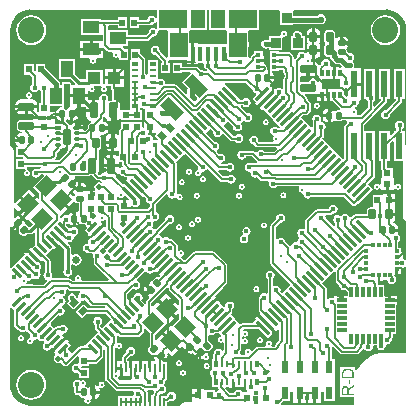
<source format=gtl>
G04 Layer_Physical_Order=1*
G04 Layer_Color=255*
%FSLAX42Y42*%
%MOMM*%
G71*
G01*
G75*
%ADD10R,0.51X0.61*%
%ADD11R,0.61X0.51*%
G04:AMPARAMS|DCode=12|XSize=0.51mm|YSize=0.61mm|CornerRadius=0mm|HoleSize=0mm|Usage=FLASHONLY|Rotation=225.000|XOffset=0mm|YOffset=0mm|HoleType=Round|Shape=Rectangle|*
%AMROTATEDRECTD12*
4,1,4,-0.04,0.40,0.40,-0.04,0.04,-0.40,-0.40,0.04,-0.04,0.40,0.0*
%
%ADD12ROTATEDRECTD12*%

%ADD13R,0.20X0.71*%
%ADD14R,0.30X0.51*%
%ADD15R,1.60X0.91*%
%ADD16R,0.61X0.61*%
%ADD17R,0.41X0.41*%
G04:AMPARAMS|DCode=18|XSize=0.41mm|YSize=0.41mm|CornerRadius=0.1mm|HoleSize=0mm|Usage=FLASHONLY|Rotation=0.000|XOffset=0mm|YOffset=0mm|HoleType=Round|Shape=RoundedRectangle|*
%AMROUNDEDRECTD18*
21,1,0.41,0.20,0,0,0.0*
21,1,0.20,0.41,0,0,0.0*
1,1,0.20,0.10,-0.10*
1,1,0.20,-0.10,-0.10*
1,1,0.20,-0.10,0.10*
1,1,0.20,0.10,0.10*
%
%ADD18ROUNDEDRECTD18*%
%ADD19R,0.41X0.41*%
%ADD20R,0.61X0.61*%
G04:AMPARAMS|DCode=21|XSize=1.02mm|YSize=1.8mm|CornerRadius=0mm|HoleSize=0mm|Usage=FLASHONLY|Rotation=45.000|XOffset=0mm|YOffset=0mm|HoleType=Round|Shape=Rectangle|*
%AMROTATEDRECTD21*
4,1,4,0.28,-1.00,-1.00,0.28,-0.28,1.00,1.00,-0.28,0.28,-1.00,0.0*
%
%ADD21ROTATEDRECTD21*%

%ADD22R,0.81X0.91*%
G04:AMPARAMS|DCode=23|XSize=0.61mm|YSize=0.91mm|CornerRadius=0.15mm|HoleSize=0mm|Usage=FLASHONLY|Rotation=180.000|XOffset=0mm|YOffset=0mm|HoleType=Round|Shape=RoundedRectangle|*
%AMROUNDEDRECTD23*
21,1,0.61,0.61,0,0,180.0*
21,1,0.30,0.91,0,0,180.0*
1,1,0.30,-0.15,0.30*
1,1,0.30,0.15,0.30*
1,1,0.30,0.15,-0.30*
1,1,0.30,-0.15,-0.30*
%
%ADD23ROUNDEDRECTD23*%
G04:AMPARAMS|DCode=24|XSize=0.71mm|YSize=1.32mm|CornerRadius=0.18mm|HoleSize=0mm|Usage=FLASHONLY|Rotation=90.000|XOffset=0mm|YOffset=0mm|HoleType=Round|Shape=RoundedRectangle|*
%AMROUNDEDRECTD24*
21,1,0.71,0.97,0,0,90.0*
21,1,0.36,1.32,0,0,90.0*
1,1,0.36,0.48,0.18*
1,1,0.36,0.48,-0.18*
1,1,0.36,-0.48,-0.18*
1,1,0.36,-0.48,0.18*
%
%ADD24ROUNDEDRECTD24*%
G04:AMPARAMS|DCode=25|XSize=0.51mm|YSize=0.61mm|CornerRadius=0.13mm|HoleSize=0mm|Usage=FLASHONLY|Rotation=90.000|XOffset=0mm|YOffset=0mm|HoleType=Round|Shape=RoundedRectangle|*
%AMROUNDEDRECTD25*
21,1,0.51,0.36,0,0,90.0*
21,1,0.25,0.61,0,0,90.0*
1,1,0.25,0.18,0.13*
1,1,0.25,0.18,-0.13*
1,1,0.25,-0.18,-0.13*
1,1,0.25,-0.18,0.13*
%
%ADD25ROUNDEDRECTD25*%
G04:AMPARAMS|DCode=26|XSize=0.51mm|YSize=0.61mm|CornerRadius=0.13mm|HoleSize=0mm|Usage=FLASHONLY|Rotation=0.000|XOffset=0mm|YOffset=0mm|HoleType=Round|Shape=RoundedRectangle|*
%AMROUNDEDRECTD26*
21,1,0.51,0.36,0,0,0.0*
21,1,0.25,0.61,0,0,0.0*
1,1,0.25,0.13,-0.18*
1,1,0.25,-0.13,-0.18*
1,1,0.25,-0.13,0.18*
1,1,0.25,0.13,0.18*
%
%ADD26ROUNDEDRECTD26*%
%ADD27R,0.46X0.30*%
%ADD28R,0.30X0.46*%
%ADD29R,0.38X0.51*%
%ADD30R,0.25X0.51*%
%ADD31R,0.81X0.30*%
%ADD32R,0.30X0.81*%
%ADD33R,1.42X1.02*%
%ADD34R,0.51X0.38*%
%ADD35R,0.51X0.25*%
%ADD36R,1.02X1.42*%
%ADD37R,1.12X1.02*%
G04:AMPARAMS|DCode=38|XSize=0.71mm|YSize=1.32mm|CornerRadius=0.18mm|HoleSize=0mm|Usage=FLASHONLY|Rotation=0.000|XOffset=0mm|YOffset=0mm|HoleType=Round|Shape=RoundedRectangle|*
%AMROUNDEDRECTD38*
21,1,0.71,0.97,0,0,0.0*
21,1,0.36,1.32,0,0,0.0*
1,1,0.36,0.18,-0.48*
1,1,0.36,-0.18,-0.48*
1,1,0.36,-0.18,0.48*
1,1,0.36,0.18,0.48*
%
%ADD38ROUNDEDRECTD38*%
%ADD39R,0.51X0.30*%
G04:AMPARAMS|DCode=40|XSize=0.51mm|YSize=0.3mm|CornerRadius=0.06mm|HoleSize=0mm|Usage=FLASHONLY|Rotation=0.000|XOffset=0mm|YOffset=0mm|HoleType=Round|Shape=RoundedRectangle|*
%AMROUNDEDRECTD40*
21,1,0.51,0.18,0,0,0.0*
21,1,0.39,0.30,0,0,0.0*
1,1,0.12,0.19,-0.09*
1,1,0.12,-0.19,-0.09*
1,1,0.12,-0.19,0.09*
1,1,0.12,0.19,0.09*
%
%ADD40ROUNDEDRECTD40*%
G04:AMPARAMS|DCode=41|XSize=0.71mm|YSize=1.42mm|CornerRadius=0.14mm|HoleSize=0mm|Usage=FLASHONLY|Rotation=0.000|XOffset=0mm|YOffset=0mm|HoleType=Round|Shape=RoundedRectangle|*
%AMROUNDEDRECTD41*
21,1,0.71,1.14,0,0,0.0*
21,1,0.43,1.42,0,0,0.0*
1,1,0.28,0.21,-0.57*
1,1,0.28,-0.21,-0.57*
1,1,0.28,-0.21,0.57*
1,1,0.28,0.21,0.57*
%
%ADD41ROUNDEDRECTD41*%
%ADD42R,0.46X0.30*%
%ADD43R,0.61X2.21*%
G04:AMPARAMS|DCode=44|XSize=0.3mm|YSize=1.52mm|CornerRadius=0mm|HoleSize=0mm|Usage=FLASHONLY|Rotation=45.000|XOffset=0mm|YOffset=0mm|HoleType=Round|Shape=Rectangle|*
%AMROTATEDRECTD44*
4,1,4,0.43,-0.65,-0.65,0.43,-0.43,0.65,0.65,-0.43,0.43,-0.65,0.0*
%
%ADD44ROTATEDRECTD44*%

G04:AMPARAMS|DCode=45|XSize=1.52mm|YSize=0.3mm|CornerRadius=0mm|HoleSize=0mm|Usage=FLASHONLY|Rotation=45.000|XOffset=0mm|YOffset=0mm|HoleType=Round|Shape=Rectangle|*
%AMROTATEDRECTD45*
4,1,4,-0.43,-0.65,-0.65,-0.43,0.43,0.65,0.65,0.43,-0.43,-0.65,0.0*
%
%ADD45ROTATEDRECTD45*%

G04:AMPARAMS|DCode=46|XSize=0.3mm|YSize=1.5mm|CornerRadius=0mm|HoleSize=0mm|Usage=FLASHONLY|Rotation=45.000|XOffset=0mm|YOffset=0mm|HoleType=Round|Shape=Rectangle|*
%AMROTATEDRECTD46*
4,1,4,0.42,-0.64,-0.64,0.42,-0.42,0.64,0.64,-0.42,0.42,-0.64,0.0*
%
%ADD46ROTATEDRECTD46*%

%ADD47R,0.46X1.30*%
%ADD48R,1.50X2.11*%
%ADD49R,2.39X1.60*%
%ADD50R,2.39X1.60*%
%ADD51R,1.19X1.60*%
G04:AMPARAMS|DCode=52|XSize=0.51mm|YSize=0.61mm|CornerRadius=0.13mm|HoleSize=0mm|Usage=FLASHONLY|Rotation=315.000|XOffset=0mm|YOffset=0mm|HoleType=Round|Shape=RoundedRectangle|*
%AMROUNDEDRECTD52*
21,1,0.51,0.36,0,0,315.0*
21,1,0.25,0.61,0,0,315.0*
1,1,0.25,-0.04,-0.22*
1,1,0.25,-0.22,-0.04*
1,1,0.25,0.04,0.22*
1,1,0.25,0.22,0.04*
%
%ADD52ROUNDEDRECTD52*%
G04:AMPARAMS|DCode=53|XSize=1.42mm|YSize=1.22mm|CornerRadius=0mm|HoleSize=0mm|Usage=FLASHONLY|Rotation=45.000|XOffset=0mm|YOffset=0mm|HoleType=Round|Shape=Rectangle|*
%AMROTATEDRECTD53*
4,1,4,-0.07,-0.93,-0.93,-0.07,0.07,0.93,0.93,0.07,-0.07,-0.93,0.0*
%
%ADD53ROTATEDRECTD53*%

G04:AMPARAMS|DCode=54|XSize=1.02mm|YSize=0.25mm|CornerRadius=0mm|HoleSize=0mm|Usage=FLASHONLY|Rotation=225.000|XOffset=0mm|YOffset=0mm|HoleType=Round|Shape=Rectangle|*
%AMROTATEDRECTD54*
4,1,4,0.27,0.45,0.45,0.27,-0.27,-0.45,-0.45,-0.27,0.27,0.45,0.0*
%
%ADD54ROTATEDRECTD54*%

G04:AMPARAMS|DCode=55|XSize=0.25mm|YSize=1.02mm|CornerRadius=0mm|HoleSize=0mm|Usage=FLASHONLY|Rotation=225.000|XOffset=0mm|YOffset=0mm|HoleType=Round|Shape=Rectangle|*
%AMROTATEDRECTD55*
4,1,4,-0.27,0.45,0.45,-0.27,0.27,-0.45,-0.45,0.27,-0.27,0.45,0.0*
%
%ADD55ROTATEDRECTD55*%

G04:AMPARAMS|DCode=56|XSize=0.51mm|YSize=0.61mm|CornerRadius=0.13mm|HoleSize=0mm|Usage=FLASHONLY|Rotation=225.000|XOffset=0mm|YOffset=0mm|HoleType=Round|Shape=RoundedRectangle|*
%AMROUNDEDRECTD56*
21,1,0.51,0.36,0,0,225.0*
21,1,0.25,0.61,0,0,225.0*
1,1,0.25,-0.22,0.04*
1,1,0.25,-0.04,0.22*
1,1,0.25,0.22,-0.04*
1,1,0.25,0.04,-0.22*
%
%ADD56ROUNDEDRECTD56*%
%ADD57R,0.61X1.12*%
G04:AMPARAMS|DCode=58|XSize=1.42mm|YSize=1.22mm|CornerRadius=0mm|HoleSize=0mm|Usage=FLASHONLY|Rotation=135.000|XOffset=0mm|YOffset=0mm|HoleType=Round|Shape=Rectangle|*
%AMROTATEDRECTD58*
4,1,4,0.93,-0.07,0.07,-0.93,-0.93,0.07,-0.07,0.93,0.93,-0.07,0.0*
%
%ADD58ROTATEDRECTD58*%

G04:AMPARAMS|DCode=59|XSize=0.51mm|YSize=0.61mm|CornerRadius=0mm|HoleSize=0mm|Usage=FLASHONLY|Rotation=315.000|XOffset=0mm|YOffset=0mm|HoleType=Round|Shape=Rectangle|*
%AMROTATEDRECTD59*
4,1,4,-0.40,-0.04,0.04,0.40,0.40,0.04,-0.04,-0.40,-0.40,-0.04,0.0*
%
%ADD59ROTATEDRECTD59*%

%ADD60C,0.15*%
%ADD61C,0.15*%
%ADD62C,0.30*%
%ADD63C,0.41*%
%ADD64C,0.25*%
%ADD65R,0.46X0.46*%
%ADD66C,0.66*%
%ADD67C,2.21*%
%ADD68C,0.50*%
%ADD69C,0.45*%
%ADD70C,0.20*%
%ADD71C,0.40*%
%ADD72C,0.45*%
G36*
X5210Y5486D02*
X5255D01*
Y5474D01*
X5268D01*
Y5423D01*
X5293D01*
Y5474D01*
X5319D01*
Y5423D01*
X5344D01*
X5408Y5357D01*
X5408Y5356D01*
X5408Y5353D01*
X5403Y5344D01*
X5382D01*
X5371Y5342D01*
X5362Y5336D01*
X5355Y5342D01*
X5354Y5344D01*
X5342Y5352D01*
X5327Y5355D01*
D01*
Y5298D01*
Y5242D01*
X5342Y5245D01*
X5354Y5253D01*
X5355Y5254D01*
X5362Y5261D01*
X5371Y5255D01*
X5382Y5252D01*
X5407D01*
X5418Y5255D01*
X5426Y5260D01*
X5460D01*
X5466Y5247D01*
X5466Y5247D01*
X5465Y5241D01*
X5447Y5223D01*
X5442Y5216D01*
X5440Y5207D01*
Y4941D01*
X5439Y4940D01*
X5428Y4936D01*
X5396Y4968D01*
X5325Y5039D01*
X5290Y5074D01*
X5257Y5107D01*
X5264Y5114D01*
X5269Y5122D01*
X5271Y5131D01*
Y5177D01*
X5275Y5180D01*
X5283Y5192D01*
X5286Y5207D01*
X5283Y5222D01*
X5275Y5234D01*
X5262Y5242D01*
X5253Y5244D01*
X5246Y5254D01*
X5245Y5258D01*
X5248Y5271D01*
X5245Y5285D01*
X5237Y5298D01*
X5224Y5306D01*
X5210Y5309D01*
X5195Y5306D01*
X5182Y5298D01*
X5174Y5285D01*
X5171Y5271D01*
X5174Y5257D01*
Y5207D01*
X5162Y5202D01*
X5147Y5217D01*
X5120Y5244D01*
X5079Y5285D01*
X5097Y5303D01*
X5118D01*
X5127Y5305D01*
X5134Y5310D01*
X5152Y5327D01*
X5157Y5335D01*
X5159Y5344D01*
Y5396D01*
X5157Y5405D01*
X5152Y5412D01*
X5132Y5432D01*
Y5440D01*
X5130Y5449D01*
X5125Y5456D01*
X5108Y5473D01*
X5113Y5485D01*
X5184D01*
X5197Y5487D01*
X5202Y5491D01*
X5210Y5486D01*
D02*
G37*
G36*
X3796Y3463D02*
X3795Y3457D01*
Y3345D01*
X3788Y3339D01*
X3782Y3330D01*
X3780Y3319D01*
X3782Y3308D01*
X3788Y3299D01*
X3806Y3281D01*
X3816Y3275D01*
X3816Y3275D01*
X3826Y3263D01*
X3829Y3248D01*
X3838Y3235D01*
X3839Y3233D01*
X3834Y3221D01*
X3833D01*
Y3221D01*
X3810D01*
Y3160D01*
X3785D01*
Y3221D01*
X3762D01*
Y3221D01*
X3752D01*
Y3221D01*
X3729D01*
Y3160D01*
X3704D01*
Y3221D01*
X3681D01*
Y3221D01*
X3672D01*
Y3221D01*
X3649D01*
Y3160D01*
X3624D01*
Y3221D01*
X3611D01*
X3611Y3221D01*
X3607Y3224D01*
Y3242D01*
X3630Y3265D01*
X3635Y3264D01*
X3649Y3267D01*
X3662Y3275D01*
X3670Y3287D01*
X3673Y3302D01*
X3670Y3317D01*
X3662Y3329D01*
X3649Y3337D01*
X3635Y3340D01*
X3620Y3337D01*
X3608Y3329D01*
X3599Y3317D01*
X3596Y3302D01*
X3597Y3297D01*
X3568Y3268D01*
X3563Y3260D01*
X3561Y3251D01*
Y3221D01*
X3521D01*
Y3172D01*
X3556D01*
Y3160D01*
X3569D01*
Y3099D01*
X3592D01*
Y3099D01*
X3601D01*
Y3099D01*
X3640D01*
X3648Y3089D01*
X3647Y3086D01*
X3649Y3076D01*
X3641Y3063D01*
X3537D01*
X3525Y3076D01*
X3526Y3081D01*
X3531Y3089D01*
X3533Y3099D01*
X3544D01*
Y3147D01*
X3521D01*
Y3134D01*
X3508Y3124D01*
X3508Y3124D01*
X3498Y3132D01*
Y3329D01*
X3502Y3332D01*
X3515Y3335D01*
X3523Y3329D01*
X3533Y3327D01*
X3543Y3329D01*
X3551Y3335D01*
X3557Y3343D01*
X3559Y3353D01*
X3557Y3363D01*
X3551Y3371D01*
X3543Y3376D01*
X3533Y3378D01*
X3531Y3378D01*
X3518Y3387D01*
Y3432D01*
X3518Y3432D01*
X3530Y3438D01*
X3537Y3431D01*
X3537Y3431D01*
X3537Y3430D01*
X3541Y3428D01*
X3544Y3426D01*
X3544Y3426D01*
X3545Y3425D01*
X3549Y3425D01*
X3553Y3424D01*
X3553Y3424D01*
X3553Y3424D01*
X3696D01*
X3705Y3425D01*
X3712Y3430D01*
X3742Y3461D01*
X3747Y3468D01*
X3749Y3477D01*
Y3493D01*
X3761Y3497D01*
X3796Y3463D01*
D02*
G37*
G36*
X3955Y3839D02*
Y3835D01*
X3956Y3827D01*
X3961Y3819D01*
X4043Y3737D01*
Y3703D01*
X4032Y3699D01*
X4011Y3719D01*
X3959Y3667D01*
X4018Y3608D01*
X4032Y3621D01*
X4043Y3617D01*
Y3578D01*
X3983Y3518D01*
X3970Y3517D01*
X3969Y3519D01*
X3917Y3466D01*
X3986Y3398D01*
X4054Y3330D01*
X4067Y3344D01*
X4081Y3339D01*
X4082Y3334D01*
X4091Y3321D01*
X4094Y3317D01*
X4131Y3354D01*
X4149Y3336D01*
X4112Y3299D01*
X4116Y3296D01*
X4129Y3287D01*
X4143Y3284D01*
X4158Y3287D01*
X4160Y3289D01*
X4169Y3285D01*
X4177Y3273D01*
X4181Y3269D01*
X4217Y3306D01*
X4235Y3288D01*
X4199Y3251D01*
X4202Y3248D01*
X4215Y3239D01*
X4230Y3236D01*
X4245Y3239D01*
X4246Y3240D01*
X4257Y3238D01*
X4265Y3233D01*
X4275Y3231D01*
X4285Y3233D01*
X4293Y3238D01*
X4299Y3246D01*
X4300Y3256D01*
X4299Y3266D01*
X4293Y3274D01*
X4285Y3280D01*
X4284Y3280D01*
X4287Y3293D01*
X4297Y3305D01*
X4297Y3305D01*
X4306Y3312D01*
X4324Y3330D01*
X4330Y3339D01*
X4333Y3350D01*
X4330Y3360D01*
X4324Y3370D01*
X4299Y3395D01*
X4293Y3399D01*
Y3438D01*
X4306Y3445D01*
X4306Y3444D01*
X4321Y3441D01*
X4335Y3444D01*
X4348Y3453D01*
X4350Y3457D01*
X4371D01*
X4380Y3458D01*
X4383Y3460D01*
X4402Y3441D01*
X4398Y3432D01*
X4396Y3429D01*
X4387Y3427D01*
X4379Y3422D01*
X4373Y3413D01*
X4371Y3404D01*
X4373Y3394D01*
X4379Y3385D01*
X4387Y3380D01*
X4397Y3378D01*
X4407Y3380D01*
X4409Y3382D01*
X4422Y3375D01*
Y3312D01*
X4409Y3308D01*
X4404Y3316D01*
X4391Y3325D01*
X4376Y3328D01*
X4362Y3325D01*
X4349Y3316D01*
X4341Y3304D01*
X4338Y3289D01*
X4339Y3286D01*
X4335Y3280D01*
X4333Y3272D01*
Y3238D01*
X4320D01*
Y3157D01*
X4320Y3157D01*
X4316Y3147D01*
X4310Y3139D01*
X4308Y3124D01*
X4310Y3110D01*
X4318Y3099D01*
X4320Y3087D01*
X4320Y3087D01*
X4320Y3087D01*
Y3006D01*
X4374D01*
Y3000D01*
X4375Y2991D01*
X4380Y2983D01*
X4376Y2970D01*
X4369Y2969D01*
X4359Y2962D01*
X4351Y2965D01*
X4347Y2968D01*
Y2979D01*
X4269D01*
X4266Y2979D01*
X4256Y2986D01*
Y2989D01*
X4218D01*
Y2933D01*
X4205D01*
Y2921D01*
X4155D01*
X4155Y2877D01*
X4143Y2874D01*
X4097D01*
Y2875D01*
X4079Y2871D01*
X4063Y2861D01*
X4053Y2845D01*
X4052Y2841D01*
X3942D01*
Y2873D01*
X3946Y2874D01*
X3954Y2879D01*
X3962Y2888D01*
X3965Y2886D01*
X3980Y2883D01*
X3995Y2886D01*
X4007Y2894D01*
X4016Y2906D01*
X4019Y2921D01*
X4016Y2936D01*
X4007Y2948D01*
X3995Y2956D01*
X3980Y2959D01*
X3965Y2956D01*
X3953Y2948D01*
X3945Y2936D01*
X3945Y2935D01*
X3937Y2928D01*
X3914D01*
Y2939D01*
X3913D01*
X3912Y2951D01*
X3914Y2952D01*
X3926Y2960D01*
X3934Y2972D01*
X3937Y2987D01*
X3934Y3002D01*
X3926Y3014D01*
X3916Y3021D01*
X3924Y3033D01*
X3927Y3048D01*
X3926Y3053D01*
X3936Y3062D01*
X3941Y3070D01*
X3942Y3078D01*
Y3142D01*
X3942Y3143D01*
X3942Y3144D01*
X3942Y3145D01*
Y3210D01*
X3920D01*
X3918Y3217D01*
X3878Y3257D01*
X3896Y3275D01*
X3932Y3239D01*
X3936Y3242D01*
X3944Y3255D01*
X3947Y3270D01*
X3945Y3281D01*
X3956Y3288D01*
X3984Y3260D01*
X4036Y3312D01*
X3968Y3380D01*
X3899Y3448D01*
X3853Y3403D01*
X3841Y3408D01*
Y3445D01*
X3934Y3539D01*
X3947Y3539D01*
X3948Y3538D01*
X4000Y3590D01*
X3932Y3658D01*
X3864Y3726D01*
X3823Y3686D01*
X3810Y3691D01*
Y3712D01*
X3943Y3844D01*
X3955Y3839D01*
D02*
G37*
G36*
X3946Y4026D02*
X3874Y3955D01*
X3885Y3943D01*
X3872Y3930D01*
X3868Y3932D01*
X3858Y3934D01*
X3847Y3932D01*
X3838Y3926D01*
X3820Y3908D01*
X3813Y3898D01*
X3813Y3898D01*
X3801Y3888D01*
X3786Y3885D01*
X3774Y3876D01*
D01*
X3814Y3836D01*
X3805Y3827D01*
X3814Y3818D01*
X3777Y3782D01*
X3781Y3778D01*
X3789Y3773D01*
X3792Y3758D01*
X3771Y3737D01*
X3766Y3730D01*
X3764Y3721D01*
Y3711D01*
X3752Y3706D01*
X3726Y3733D01*
X3734Y3745D01*
X3737Y3759D01*
X3734Y3774D01*
X3725Y3786D01*
X3713Y3795D01*
X3698Y3798D01*
X3684Y3795D01*
X3671Y3786D01*
X3663Y3774D01*
X3662Y3771D01*
X3647Y3756D01*
X3640Y3763D01*
X3619Y3742D01*
X3607Y3747D01*
Y3788D01*
X3655Y3836D01*
X3663Y3830D01*
X3678Y3827D01*
X3693Y3830D01*
X3705Y3839D01*
X3713Y3851D01*
X3716Y3866D01*
X3713Y3881D01*
X3705Y3893D01*
X3694Y3901D01*
X3692Y3904D01*
X3689Y3914D01*
X3754Y3979D01*
X3770Y3977D01*
X3773Y3973D01*
X3785Y3965D01*
X3800Y3962D01*
X3815Y3965D01*
X3827Y3973D01*
X3830Y3977D01*
X3835D01*
X3844Y3979D01*
X3847Y3981D01*
X3856Y3972D01*
X3928Y4044D01*
X3946Y4026D01*
D02*
G37*
G36*
X5456Y5537D02*
X5458Y5537D01*
X5471Y5527D01*
Y5469D01*
X5458Y5460D01*
X5456Y5460D01*
X5437Y5480D01*
Y5499D01*
X5437D01*
Y5529D01*
X5450Y5538D01*
X5456Y5537D01*
D02*
G37*
G36*
X4927Y5682D02*
Y5667D01*
X4929Y5658D01*
X4934Y5651D01*
X4937Y5648D01*
Y5630D01*
X4934Y5627D01*
X4929Y5619D01*
X4927Y5610D01*
Y5533D01*
X4922Y5530D01*
X4915Y5528D01*
X4904Y5535D01*
X4890Y5537D01*
X4875Y5535D01*
X4862Y5526D01*
X4853Y5525D01*
X4829Y5549D01*
X4822Y5542D01*
X4811Y5553D01*
X4815Y5566D01*
X4820Y5567D01*
X4833Y5576D01*
X4841Y5588D01*
X4844Y5603D01*
Y5608D01*
X4792D01*
Y5634D01*
X4844D01*
Y5639D01*
X4841Y5654D01*
X4833Y5666D01*
X4828Y5670D01*
X4831Y5682D01*
X4889D01*
Y5689D01*
X4920D01*
X4927Y5682D01*
D02*
G37*
G36*
X3293Y4795D02*
X3305D01*
X3340Y4759D01*
X3340Y4759D01*
X3340Y4759D01*
X3344Y4756D01*
X3347Y4754D01*
X3347Y4754D01*
X3347Y4754D01*
X3352Y4753D01*
X3356Y4752D01*
X3356Y4752D01*
X3356Y4752D01*
X3376D01*
X3379Y4748D01*
X3388Y4742D01*
X3382Y4731D01*
X3366Y4734D01*
X3351Y4731D01*
X3338Y4722D01*
X3329Y4709D01*
X3326Y4693D01*
X3329Y4678D01*
X3333Y4671D01*
X3326Y4658D01*
X3315D01*
Y4608D01*
X3289D01*
Y4658D01*
X3265D01*
X3260Y4665D01*
X3203D01*
Y4678D01*
X3190D01*
Y4740D01*
X3184Y4750D01*
X3144Y4710D01*
X3126Y4728D01*
X3166Y4768D01*
X3166Y4768D01*
X3160Y4772D01*
X3164Y4785D01*
X3269D01*
X3277Y4786D01*
X3285Y4791D01*
X3289Y4796D01*
X3293Y4795D01*
D02*
G37*
G36*
X3117Y5567D02*
Y5483D01*
X3269D01*
Y5505D01*
X3271Y5506D01*
X3286Y5506D01*
X3295Y5501D01*
X3305Y5499D01*
X3314Y5501D01*
X3323Y5506D01*
X3328Y5515D01*
X3330Y5524D01*
X3328Y5534D01*
X3323Y5543D01*
X3327Y5555D01*
X3384D01*
X3388Y5543D01*
X3382Y5534D01*
X3380Y5524D01*
X3382Y5515D01*
X3388Y5506D01*
X3396Y5501D01*
X3406Y5499D01*
X3416Y5501D01*
X3424Y5506D01*
X3430Y5515D01*
X3432Y5524D01*
X3430Y5534D01*
X3424Y5543D01*
X3423Y5543D01*
X3428Y5555D01*
X3469D01*
Y5530D01*
X3470Y5526D01*
X3471Y5522D01*
X3471Y5521D01*
X3471Y5521D01*
X3473Y5517D01*
X3475Y5514D01*
X3477Y5512D01*
Y5426D01*
X3463D01*
X3450Y5423D01*
X3450Y5423D01*
X3440Y5432D01*
X3442Y5434D01*
X3445Y5448D01*
X3442Y5463D01*
X3433Y5475D01*
X3421Y5484D01*
X3406Y5487D01*
X3391Y5484D01*
X3379Y5475D01*
X3371Y5463D01*
X3368Y5448D01*
X3370Y5439D01*
X3358Y5431D01*
X3356Y5433D01*
X3339Y5436D01*
X3334D01*
Y5344D01*
X3321D01*
Y5331D01*
X3259D01*
Y5296D01*
X3263Y5279D01*
X3272Y5265D01*
X3286Y5255D01*
X3298Y5253D01*
X3298Y5240D01*
X3287Y5238D01*
X3278Y5232D01*
X3271Y5223D01*
X3269Y5212D01*
Y5194D01*
X3248Y5173D01*
X3235Y5174D01*
X3228Y5184D01*
X3228Y5187D01*
X3178D01*
Y5199D01*
X3165D01*
Y5241D01*
X3158D01*
X3146Y5238D01*
X3136Y5231D01*
X3130Y5223D01*
X3124Y5222D01*
X3122Y5222D01*
X3116Y5223D01*
X3113Y5228D01*
X3089Y5252D01*
X3089Y5261D01*
X3092Y5267D01*
X3097Y5268D01*
X3109Y5260D01*
X3124Y5257D01*
D01*
Y5314D01*
X3136D01*
Y5326D01*
X3188D01*
Y5331D01*
X3185Y5346D01*
X3176Y5359D01*
X3173Y5361D01*
X3177Y5374D01*
X3180D01*
Y5458D01*
X3117D01*
Y5374D01*
X3107Y5366D01*
X3096Y5359D01*
X3095Y5358D01*
X3089Y5351D01*
X3080Y5358D01*
X3069Y5360D01*
X3068D01*
Y5570D01*
X3105D01*
X3117Y5567D01*
D02*
G37*
G36*
X5965Y4019D02*
X5968Y4017D01*
Y3293D01*
X5791D01*
Y3294D01*
X5749Y3290D01*
X5707Y3280D01*
X5668Y3264D01*
X5632Y3242D01*
X5599Y3214D01*
X5572Y3182D01*
X5550Y3146D01*
X5549Y3145D01*
X5537Y3148D01*
Y3173D01*
X5409D01*
Y2919D01*
X5521D01*
Y2847D01*
X4914D01*
X4907Y2859D01*
X4910Y2863D01*
X4911Y2869D01*
X4922Y2880D01*
X4986D01*
Y2959D01*
X5009D01*
Y2869D01*
X5052D01*
Y2951D01*
X5077D01*
Y2869D01*
X5121D01*
Y2959D01*
X5135D01*
Y2869D01*
X5178D01*
Y2951D01*
X5203D01*
Y2869D01*
X5247D01*
Y2959D01*
X5270D01*
Y2880D01*
X5361D01*
Y2959D01*
Y3102D01*
Y3243D01*
X5339D01*
Y3338D01*
X5339Y3338D01*
X5340Y3339D01*
X5352Y3342D01*
X5409Y3286D01*
X5417Y3281D01*
X5425Y3279D01*
X5552D01*
X5561Y3281D01*
X5569Y3286D01*
X5603Y3320D01*
X5609Y3321D01*
X5618Y3319D01*
X5619Y3318D01*
X5632Y3310D01*
X5646Y3307D01*
X5661Y3310D01*
X5674Y3318D01*
X5682Y3330D01*
X5685Y3345D01*
X5692Y3354D01*
X5717D01*
X5717Y3353D01*
X5720Y3338D01*
X5728Y3326D01*
X5741Y3317D01*
X5756Y3314D01*
X5770Y3317D01*
X5783Y3326D01*
X5791Y3338D01*
X5794Y3353D01*
X5794Y3355D01*
X5804Y3366D01*
X5806Y3365D01*
X5821Y3368D01*
X5834Y3376D01*
X5842Y3389D01*
X5845Y3404D01*
X5844Y3408D01*
X5846Y3410D01*
X5851Y3418D01*
X5852Y3426D01*
Y3454D01*
X5882D01*
Y3504D01*
Y3604D01*
Y3696D01*
X5893D01*
Y3724D01*
X5827D01*
Y3736D01*
X5814D01*
Y3777D01*
X5783D01*
Y3866D01*
X5730D01*
Y3874D01*
X5729Y3882D01*
X5725Y3888D01*
X5728Y3900D01*
X5728Y3901D01*
X5774D01*
Y3911D01*
X5806D01*
X5809Y3897D01*
X5817Y3884D01*
X5830Y3876D01*
X5845Y3873D01*
X5859Y3876D01*
X5872Y3884D01*
X5880Y3897D01*
X5883Y3912D01*
X5880Y3926D01*
X5880Y3927D01*
X5879Y3933D01*
X5874Y3941D01*
X5866Y3945D01*
X5866Y3948D01*
X5869Y3961D01*
X5875D01*
Y4002D01*
X5900D01*
Y3961D01*
X5936D01*
Y4014D01*
X5946Y4016D01*
X5956Y4022D01*
X5965Y4019D01*
D02*
G37*
G36*
X3052Y5370D02*
X3044D01*
X3029Y5367D01*
X3016Y5359D01*
X3008Y5346D01*
X3005Y5331D01*
Y5326D01*
X3056D01*
Y5314D01*
X3069D01*
Y5254D01*
X3073Y5252D01*
X3075Y5247D01*
X3077Y5241D01*
X3077Y5241D01*
X3077Y5241D01*
X3085Y5233D01*
X3081Y5222D01*
X3069Y5220D01*
X3057Y5230D01*
Y5230D01*
X2999D01*
X2990Y5237D01*
Y5271D01*
X2944D01*
Y5296D01*
X2990D01*
Y5329D01*
X2949D01*
Y5384D01*
X3052D01*
Y5370D01*
D02*
G37*
G36*
X3815Y5157D02*
X3848D01*
X3853Y5144D01*
X3838Y5129D01*
X3868Y5099D01*
X3869Y5096D01*
X3868Y5095D01*
X3853Y5090D01*
X3853Y5090D01*
X3838Y5093D01*
X3835Y5092D01*
X3823Y5098D01*
X3820Y5112D01*
X3812Y5125D01*
X3799Y5133D01*
X3785Y5136D01*
X3779Y5147D01*
X3785Y5157D01*
X3790D01*
Y5208D01*
X3815D01*
Y5157D01*
D02*
G37*
G36*
X2899Y4070D02*
X2911Y4057D01*
Y3977D01*
X2907Y3974D01*
X2898Y3962D01*
X2895Y3947D01*
X2898Y3932D01*
X2907Y3920D01*
X2919Y3912D01*
X2923Y3911D01*
X2927Y3897D01*
X2899Y3869D01*
X2818D01*
X2818Y3869D01*
X2809Y3871D01*
X2757D01*
X2750Y3884D01*
X2752Y3887D01*
X2753Y3895D01*
X2754Y3896D01*
X2765Y3905D01*
X2771Y3904D01*
X2786Y3907D01*
X2798Y3915D01*
X2800Y3918D01*
X2807Y3927D01*
X2817Y3921D01*
X2820Y3919D01*
X2835Y3916D01*
X2849Y3919D01*
X2862Y3928D01*
X2870Y3940D01*
X2873Y3955D01*
X2870Y3969D01*
X2865Y3977D01*
X2866Y3993D01*
X2867Y3994D01*
X2875Y4006D01*
X2878Y4021D01*
X2875Y4036D01*
X2867Y4048D01*
X2867Y4051D01*
X2886Y4070D01*
X2899Y4070D01*
D02*
G37*
G36*
X5370Y3975D02*
Y3906D01*
X5372Y3897D01*
X5377Y3890D01*
X5401Y3866D01*
X5400Y3861D01*
X5403Y3846D01*
X5411Y3834D01*
X5423Y3825D01*
X5438Y3822D01*
X5453Y3825D01*
X5453Y3826D01*
X5471Y3808D01*
Y3777D01*
X5439D01*
Y3736D01*
X5413D01*
Y3777D01*
X5360D01*
Y3765D01*
X5347Y3757D01*
X5337Y3759D01*
X5322Y3757D01*
X5309Y3748D01*
X5309Y3747D01*
X5296Y3751D01*
Y3830D01*
X5295Y3835D01*
X5294Y3839D01*
X5294Y3839D01*
X5294Y3839D01*
X5292Y3843D01*
X5290Y3846D01*
X5257Y3880D01*
X5262Y3884D01*
X5291Y3914D01*
X5357Y3980D01*
X5370Y3975D01*
D02*
G37*
G36*
X3734Y5362D02*
X3749Y5359D01*
X3752Y5360D01*
X3757Y5348D01*
Y5268D01*
X3749Y5259D01*
X3747D01*
Y5200D01*
X3744Y5199D01*
X3731Y5207D01*
Y5246D01*
X3652D01*
X3640Y5246D01*
Y5246D01*
X3640D01*
Y5246D01*
X3549D01*
Y5194D01*
X3542Y5188D01*
X3537Y5180D01*
X3535Y5171D01*
Y5140D01*
X3533Y5138D01*
X3523Y5134D01*
X3512Y5141D01*
X3496Y5144D01*
X3494D01*
Y5072D01*
Y5000D01*
X3496D01*
X3512Y5004D01*
X3515Y5006D01*
X3530Y5001D01*
X3532Y4998D01*
Y4961D01*
X3523Y4958D01*
X3519Y4957D01*
X3506Y4966D01*
X3489Y4969D01*
X3484D01*
Y4890D01*
X3533D01*
Y4908D01*
X3561D01*
Y4890D01*
X3563Y4881D01*
X3566Y4876D01*
X3563Y4866D01*
X3561Y4862D01*
X3557Y4861D01*
X3545Y4854D01*
X3539Y4856D01*
X3533Y4859D01*
Y4864D01*
X3409D01*
Y4829D01*
X3410Y4825D01*
X3399Y4812D01*
X3391Y4811D01*
X3379Y4802D01*
X3378Y4801D01*
X3365Y4800D01*
X3355Y4809D01*
X3360Y4816D01*
X3362Y4829D01*
Y4925D01*
X3363Y4930D01*
Y5012D01*
X3368Y5013D01*
X3378Y5020D01*
X3385Y5030D01*
X3387Y5042D01*
Y5103D01*
X3385Y5115D01*
X3378Y5125D01*
X3378Y5125D01*
X3382Y5138D01*
X3403D01*
X3418Y5141D01*
X3430Y5149D01*
X3439Y5162D01*
X3442Y5177D01*
Y5182D01*
X3390D01*
Y5207D01*
X3442D01*
Y5212D01*
X3439Y5227D01*
X3430Y5240D01*
X3418Y5248D01*
X3406Y5250D01*
X3404Y5252D01*
X3401Y5257D01*
X3400Y5264D01*
X3402Y5267D01*
X3404Y5276D01*
Y5291D01*
X3407Y5293D01*
X3421Y5287D01*
X3423Y5279D01*
X3432Y5265D01*
X3446Y5255D01*
X3463Y5252D01*
X3468D01*
Y5344D01*
X3494D01*
Y5252D01*
X3499D01*
X3516Y5255D01*
X3530Y5265D01*
X3536Y5274D01*
X3549Y5270D01*
Y5266D01*
X3627D01*
X3640Y5266D01*
Y5266D01*
X3640D01*
Y5266D01*
X3731D01*
Y5346D01*
X3722D01*
X3711Y5351D01*
Y5364D01*
X3717Y5368D01*
X3723Y5369D01*
X3734Y5362D01*
D02*
G37*
G36*
X3108Y3822D02*
X3115Y3817D01*
X3124Y3815D01*
X3202D01*
X3206Y3802D01*
X3201Y3799D01*
X3193Y3787D01*
X3190Y3772D01*
X3192Y3764D01*
X3180Y3758D01*
X3171Y3766D01*
X3170Y3773D01*
X3162Y3784D01*
X3151Y3792D01*
X3137Y3795D01*
X3123Y3792D01*
X3112Y3784D01*
X3104Y3773D01*
X3101Y3759D01*
X3104Y3746D01*
X3112Y3734D01*
X3107Y3722D01*
X3097Y3712D01*
X3154Y3655D01*
X3218Y3719D01*
X3214Y3723D01*
X3220Y3735D01*
X3228Y3734D01*
X3243Y3736D01*
X3251Y3742D01*
X3301Y3692D01*
X3308Y3687D01*
X3317Y3685D01*
X3416D01*
X3420Y3680D01*
X3413Y3668D01*
X3270D01*
X3232Y3705D01*
X3168Y3641D01*
X3225Y3584D01*
X3263Y3621D01*
X3424D01*
X3468Y3577D01*
X3390Y3499D01*
X3378Y3510D01*
Y3526D01*
X3382Y3529D01*
X3391Y3541D01*
X3394Y3556D01*
X3391Y3571D01*
X3382Y3583D01*
X3370Y3591D01*
X3355Y3594D01*
X3341Y3591D01*
X3328Y3583D01*
X3320Y3571D01*
X3317Y3556D01*
X3320Y3541D01*
X3328Y3529D01*
X3332Y3526D01*
Y3500D01*
X3334Y3491D01*
X3339Y3484D01*
X3357Y3466D01*
X3317Y3426D01*
X3246Y3354D01*
X3246Y3354D01*
X3246Y3354D01*
X3234Y3351D01*
X3213D01*
X3204Y3349D01*
X3197Y3344D01*
X3140Y3287D01*
X3127Y3291D01*
X3118Y3304D01*
X3106Y3312D01*
X3104Y3312D01*
X3101Y3326D01*
X3130Y3354D01*
X3101Y3383D01*
X3109Y3390D01*
X3091Y3408D01*
X3037Y3354D01*
X2983Y3301D01*
X2996Y3288D01*
X2995Y3272D01*
X2994Y3271D01*
X2986Y3258D01*
X2982Y3243D01*
X2986Y3227D01*
X2994Y3214D01*
X3008Y3205D01*
X3023Y3202D01*
X3039Y3205D01*
X3045Y3209D01*
X3070Y3184D01*
X3077Y3179D01*
X3086Y3177D01*
X3095Y3179D01*
X3102Y3184D01*
X3180Y3262D01*
X3193Y3257D01*
Y3207D01*
X3180Y3197D01*
X3175Y3198D01*
X3160Y3195D01*
X3148Y3187D01*
X3140Y3174D01*
X3137Y3160D01*
X3140Y3145D01*
X3148Y3133D01*
X3160Y3124D01*
X3175Y3121D01*
X3183Y3123D01*
X3193Y3114D01*
Y3082D01*
X3284D01*
Y3163D01*
X3221D01*
X3217Y3171D01*
X3224Y3183D01*
X3284D01*
Y3200D01*
X3340D01*
X3349Y3202D01*
X3356Y3207D01*
X3395Y3246D01*
X3400Y3253D01*
X3402Y3262D01*
Y3317D01*
X3406Y3319D01*
X3419Y3312D01*
Y3072D01*
X3420Y3063D01*
X3425Y3056D01*
X3506Y2975D01*
X3513Y2970D01*
X3522Y2969D01*
X3654D01*
X3662Y2956D01*
X3660Y2946D01*
X3661Y2941D01*
X3651Y2928D01*
X3531D01*
Y2841D01*
X2801D01*
X2801Y2841D01*
X2793Y2843D01*
X2780Y2844D01*
X2757Y2846D01*
X2723Y2857D01*
X2692Y2873D01*
X2665Y2896D01*
X2642Y2923D01*
X2626Y2955D01*
X2615Y2988D01*
X2612Y3024D01*
X2612Y3024D01*
Y3670D01*
X2624Y3675D01*
X2648Y3651D01*
X2647Y3650D01*
X2646Y3646D01*
X2647Y3645D01*
X2646Y3645D01*
Y3531D01*
X2648Y3522D01*
X2653Y3514D01*
X2679Y3489D01*
X2686Y3484D01*
X2690Y3483D01*
X2693Y3478D01*
X2706Y3470D01*
X2720Y3467D01*
X2735Y3470D01*
X2741Y3474D01*
X2752Y3476D01*
X2759Y3472D01*
X2785Y3447D01*
X2784Y3442D01*
X2786Y3429D01*
X2785Y3425D01*
X2779Y3416D01*
X2774Y3415D01*
X2766Y3409D01*
X2760Y3401D01*
X2758Y3391D01*
X2760Y3381D01*
X2766Y3373D01*
X2774Y3367D01*
X2784Y3365D01*
X2794Y3367D01*
X2802Y3373D01*
X2808Y3381D01*
X2809Y3391D01*
X2809Y3393D01*
X2820Y3404D01*
X2822Y3403D01*
X2837Y3406D01*
X2847Y3413D01*
X2855Y3402D01*
X2868Y3394D01*
X2882Y3391D01*
X2892Y3393D01*
X2897Y3388D01*
X2899Y3375D01*
X2891Y3362D01*
X2888Y3348D01*
X2891Y3333D01*
X2899Y3321D01*
X2911Y3312D01*
X2926Y3309D01*
X2941Y3312D01*
X2953Y3321D01*
X2962Y3321D01*
X2965Y3319D01*
X3019Y3372D01*
X3073Y3426D01*
X3057Y3442D01*
X3060Y3455D01*
X3063Y3454D01*
X3078Y3457D01*
X3090Y3465D01*
X3099Y3478D01*
X3102Y3492D01*
X3099Y3507D01*
X3090Y3520D01*
X3078Y3528D01*
X3063Y3531D01*
X3049Y3528D01*
X3036Y3520D01*
X3033Y3516D01*
X3012D01*
X3004Y3514D01*
X2996Y3509D01*
X2986Y3499D01*
X2958Y3527D01*
X2958Y3545D01*
X3023Y3610D01*
X3023Y3609D01*
X3038Y3607D01*
X3053Y3609D01*
X3065Y3618D01*
X3073Y3630D01*
X3076Y3645D01*
X3073Y3660D01*
X3065Y3672D01*
X3054Y3679D01*
X3054Y3687D01*
X3056Y3692D01*
X3060Y3693D01*
X3073Y3702D01*
X3081Y3714D01*
X3084Y3729D01*
X3081Y3743D01*
X3073Y3756D01*
X3064Y3761D01*
X3065Y3770D01*
X3066Y3775D01*
X3078Y3783D01*
X3086Y3795D01*
X3089Y3810D01*
X3086Y3825D01*
X3097Y3829D01*
X3100Y3829D01*
X3108Y3822D01*
D02*
G37*
G36*
X3059Y5029D02*
X3075Y5026D01*
X3101D01*
X3106Y5013D01*
X3100Y5007D01*
X3095Y5000D01*
X3094Y4991D01*
Y4990D01*
X3025Y4922D01*
X2997D01*
X2991Y4935D01*
X3001Y4944D01*
X3006Y4952D01*
X3008Y4961D01*
Y4982D01*
X3034Y5008D01*
X3039Y5015D01*
X3039Y5018D01*
X3044Y5019D01*
X3051Y5024D01*
X3055Y5031D01*
X3056Y5031D01*
X3059Y5029D01*
D02*
G37*
G36*
X3112Y4531D02*
X3149Y4567D01*
X3165Y4566D01*
X3165Y4565D01*
X3174Y4559D01*
X3185Y4557D01*
X3193D01*
Y4490D01*
X3180Y4482D01*
X3171Y4484D01*
D01*
Y4427D01*
Y4371D01*
X3185Y4374D01*
X3198Y4382D01*
X3199Y4383D01*
X3205Y4389D01*
X3214Y4383D01*
X3225Y4381D01*
X3243D01*
X3244Y4380D01*
X3252Y4367D01*
X3260Y4362D01*
X3264Y4347D01*
X3245Y4329D01*
X3273Y4301D01*
X3266Y4293D01*
X3290Y4269D01*
X3289Y4256D01*
X3285Y4254D01*
X3277Y4241D01*
X3274Y4228D01*
X3273Y4225D01*
X3263Y4216D01*
X3252Y4214D01*
X3239Y4205D01*
X3231Y4193D01*
X3228Y4178D01*
X3231Y4164D01*
X3239Y4151D01*
X3252Y4143D01*
X3266Y4140D01*
X3272Y4141D01*
X3278Y4137D01*
X3287Y4135D01*
X3309D01*
X3316Y4122D01*
X3314Y4112D01*
X3317Y4098D01*
X3320Y4094D01*
Y4051D01*
X3321Y4042D01*
X3326Y4035D01*
X3448Y3913D01*
X3443Y3902D01*
X3221D01*
X3214Y3914D01*
X3214Y3914D01*
X3216Y3924D01*
X3214Y3934D01*
X3208Y3942D01*
X3200Y3948D01*
X3190Y3950D01*
X3180Y3948D01*
X3172Y3942D01*
X3167Y3934D01*
X3165Y3924D01*
X3167Y3914D01*
X3167Y3914D01*
X3160Y3902D01*
X3144D01*
X3130Y3915D01*
X3123Y3920D01*
X3114Y3922D01*
X2976D01*
X2970Y3935D01*
X2972Y3947D01*
X2969Y3962D01*
X2961Y3974D01*
X2957Y3977D01*
Y4067D01*
X2956Y4071D01*
X2955Y4075D01*
X2955Y4075D01*
X2955Y4075D01*
X2953Y4079D01*
X2950Y4083D01*
X2918Y4116D01*
X2977Y4176D01*
X2985Y4169D01*
X3003Y4187D01*
X2949Y4241D01*
X2967Y4259D01*
X3021Y4205D01*
X3028Y4212D01*
X3073Y4167D01*
Y4001D01*
X3066Y3990D01*
X3063Y3975D01*
X3066Y3960D01*
X3074Y3948D01*
X3087Y3940D01*
X3101Y3937D01*
X3116Y3940D01*
X3128Y3948D01*
X3137Y3960D01*
X3140Y3975D01*
X3137Y3990D01*
X3130Y4001D01*
Y4034D01*
X3142Y4040D01*
X3151Y4035D01*
X3170Y4031D01*
X3189Y4035D01*
X3205Y4045D01*
X3215Y4061D01*
X3219Y4080D01*
X3215Y4098D01*
X3205Y4114D01*
X3189Y4125D01*
X3170Y4129D01*
X3151Y4125D01*
X3142Y4119D01*
X3130Y4126D01*
Y4178D01*
X3130Y4178D01*
X3127Y4189D01*
X3121Y4198D01*
X3121Y4198D01*
X3101Y4218D01*
X3107Y4230D01*
X3114Y4229D01*
X3129Y4232D01*
X3141Y4240D01*
X3150Y4253D01*
X3152Y4267D01*
X3152Y4268D01*
X3162Y4282D01*
X3167Y4283D01*
X3179Y4291D01*
X3188Y4303D01*
X3191Y4318D01*
X3188Y4333D01*
X3179Y4345D01*
X3167Y4353D01*
X3152Y4356D01*
X3137Y4353D01*
X3125Y4345D01*
X3112Y4347D01*
X3090Y4369D01*
X3091Y4382D01*
X3103Y4384D01*
X3105Y4385D01*
X3117Y4383D01*
X3118Y4382D01*
X3130Y4374D01*
X3145Y4371D01*
D01*
Y4427D01*
Y4484D01*
X3130Y4481D01*
X3118Y4472D01*
X3112Y4464D01*
X3103Y4455D01*
X3089Y4458D01*
X3074Y4455D01*
X3061Y4447D01*
X3054Y4436D01*
X3052Y4434D01*
X3039Y4430D01*
X3036Y4433D01*
Y4454D01*
X3094Y4513D01*
X3033Y4574D01*
X3051Y4592D01*
X3112Y4531D01*
D02*
G37*
G36*
X2791Y6198D02*
X3861D01*
Y6125D01*
X3848Y6123D01*
X3840Y6136D01*
X3827Y6144D01*
X3813Y6147D01*
X3798Y6144D01*
X3785Y6136D01*
X3777Y6123D01*
X3775Y6111D01*
X3706D01*
Y6134D01*
X3625D01*
Y6043D01*
X3706D01*
Y6065D01*
X3792D01*
X3801Y6067D01*
X3807Y6071D01*
X3813Y6070D01*
X3827Y6073D01*
X3840Y6082D01*
X3848Y6094D01*
X3861Y6093D01*
Y6043D01*
X3848Y6037D01*
X3840Y6043D01*
X3825Y6045D01*
X3811Y6043D01*
X3798Y6034D01*
X3790Y6022D01*
X3787Y6007D01*
X3788Y6002D01*
X3765Y5979D01*
X3609D01*
Y6022D01*
X3444D01*
Y6058D01*
X3451Y6065D01*
X3524D01*
Y6043D01*
X3605D01*
Y6134D01*
X3524D01*
Y6111D01*
X3387D01*
Y6117D01*
X3215D01*
Y5985D01*
X3387D01*
Y5985D01*
X3398Y5981D01*
Y5948D01*
X3398Y5936D01*
X3386Y5936D01*
X3314D01*
Y5872D01*
X3408D01*
X3410Y5874D01*
X3436Y5849D01*
X3443Y5844D01*
X3452Y5842D01*
X3479D01*
X3486Y5829D01*
X3484Y5826D01*
X3482Y5817D01*
X3484Y5807D01*
X3490Y5798D01*
X3498Y5793D01*
X3508Y5791D01*
X3518Y5793D01*
X3521Y5796D01*
X3534Y5790D01*
Y5769D01*
X3615D01*
Y5860D01*
X3583D01*
X3563Y5878D01*
X3568Y5890D01*
X3609D01*
Y5933D01*
X3774D01*
X3783Y5935D01*
X3791Y5940D01*
X3820Y5970D01*
X3825Y5969D01*
X3840Y5972D01*
X3852Y5980D01*
X3861Y5992D01*
X3864Y6007D01*
X3863Y6011D01*
X3871Y6021D01*
X3940D01*
X3950Y6016D01*
Y5795D01*
X3937Y5790D01*
X3880Y5847D01*
X3881Y5852D01*
X3878Y5867D01*
X3870Y5879D01*
X3858Y5887D01*
X3843Y5890D01*
X3828Y5887D01*
X3816Y5879D01*
X3808Y5867D01*
X3805Y5852D01*
X3808Y5838D01*
X3816Y5825D01*
X3828Y5817D01*
X3843Y5814D01*
X3848Y5815D01*
X3902Y5760D01*
X3897Y5748D01*
X3889D01*
Y5657D01*
X3970D01*
Y5748D01*
X3952D01*
Y5763D01*
X3952Y5766D01*
X3952Y5766D01*
X3963Y5775D01*
X4112D01*
Y5734D01*
X4147D01*
Y5824D01*
Y5915D01*
X4130D01*
Y6009D01*
X4131Y6016D01*
X4140Y6021D01*
X4281D01*
Y6198D01*
X4299D01*
Y6021D01*
X4441D01*
X4450Y6017D01*
X4452Y6010D01*
Y5905D01*
X4208D01*
Y5915D01*
X4173D01*
Y5824D01*
Y5734D01*
X4208D01*
Y5744D01*
X4248D01*
X4256Y5732D01*
X4255Y5724D01*
X4257Y5710D01*
X4265Y5698D01*
X4277Y5691D01*
X4278Y5687D01*
X4268Y5675D01*
X4262D01*
X4259Y5679D01*
X4246Y5687D01*
X4232Y5690D01*
X4225Y5688D01*
X4204Y5709D01*
X4197Y5714D01*
X4188Y5715D01*
X4071D01*
Y5748D01*
X3990D01*
Y5657D01*
X4071D01*
Y5670D01*
X4138D01*
X4143Y5658D01*
X4067Y5582D01*
X4117Y5531D01*
X4117Y5531D01*
X4114Y5517D01*
Y5484D01*
X4103Y5479D01*
X4025Y5558D01*
X4017Y5563D01*
X4008Y5564D01*
X3935D01*
X3927Y5574D01*
X3927Y5575D01*
X3924Y5590D01*
X3916Y5602D01*
X3903Y5611D01*
X3889Y5614D01*
X3875Y5611D01*
X3874Y5611D01*
X3862Y5618D01*
Y5659D01*
Y5769D01*
X3781D01*
Y5650D01*
X3768Y5646D01*
X3763Y5653D01*
X3759Y5656D01*
Y5773D01*
X3758Y5782D01*
X3753Y5790D01*
X3716Y5827D01*
Y5860D01*
X3635D01*
Y5769D01*
X3630D01*
Y5701D01*
Y5609D01*
Y5507D01*
Y5407D01*
X3630Y5351D01*
X3619Y5346D01*
X3549D01*
X3543Y5357D01*
Y5392D01*
X3540Y5409D01*
X3530Y5424D01*
X3516Y5433D01*
X3499Y5436D01*
X3493D01*
Y5512D01*
X3491Y5518D01*
X3489Y5523D01*
X3489Y5524D01*
X3487Y5526D01*
X3487Y5526D01*
X3487Y5526D01*
X3486Y5527D01*
X3486Y5528D01*
X3486Y5528D01*
X3486Y5529D01*
X3486Y5531D01*
Y5545D01*
X3578D01*
Y5608D01*
X3496D01*
X3415D01*
Y5569D01*
X3403Y5565D01*
X3401Y5565D01*
X3396Y5571D01*
Y5687D01*
X3254D01*
Y5609D01*
X3204D01*
X3162Y5651D01*
Y5778D01*
X3030D01*
Y5606D01*
X3127D01*
X3164Y5569D01*
X3159Y5556D01*
X3133D01*
Y5567D01*
X3131Y5571D01*
X3131Y5575D01*
X3129Y5576D01*
X3128Y5578D01*
X3124Y5580D01*
X3121Y5582D01*
X3110Y5586D01*
X3107Y5586D01*
X3105Y5586D01*
X3068D01*
X3057Y5582D01*
X3052Y5570D01*
Y5556D01*
X3038D01*
Y5565D01*
X3036Y5579D01*
X3028Y5591D01*
X2912Y5706D01*
Y5738D01*
X2832D01*
Y5679D01*
X2820Y5675D01*
X2812Y5683D01*
Y5738D01*
X2731D01*
Y5647D01*
X2783D01*
X2799Y5630D01*
Y5567D01*
X2795Y5564D01*
X2786Y5552D01*
X2784Y5537D01*
X2786Y5523D01*
X2795Y5510D01*
X2807Y5502D01*
X2822Y5499D01*
X2837Y5502D01*
X2849Y5510D01*
X2852Y5515D01*
X2866D01*
X2875Y5505D01*
Y5409D01*
X2858D01*
Y5333D01*
X2845Y5331D01*
X2839Y5339D01*
X2840Y5342D01*
X2843Y5358D01*
Y5363D01*
X2764D01*
Y5314D01*
X2799D01*
X2805Y5315D01*
X2817Y5305D01*
Y5296D01*
X2863D01*
Y5271D01*
X2811D01*
X2805Y5266D01*
X2799Y5267D01*
X2703D01*
X2690Y5265D01*
X2679Y5257D01*
X2672Y5246D01*
X2669Y5234D01*
Y5198D01*
X2672Y5185D01*
X2679Y5174D01*
X2690Y5167D01*
X2703Y5165D01*
X2716D01*
X2717Y5164D01*
X2718Y5162D01*
X2710Y5149D01*
X2698D01*
X2683Y5146D01*
X2671Y5138D01*
X2662Y5125D01*
X2659Y5110D01*
Y5105D01*
X2711D01*
Y5080D01*
X2659D01*
Y5075D01*
X2662Y5060D01*
X2671Y5047D01*
X2677Y5043D01*
X2673Y5031D01*
X2665D01*
Y4950D01*
X2719D01*
X2726Y4941D01*
X2721Y4930D01*
X2665D01*
Y4849D01*
X2740D01*
X2745Y4841D01*
D01*
X2748Y4837D01*
X2748Y4836D01*
X2740Y4831D01*
X2735Y4823D01*
X2733Y4813D01*
X2735Y4803D01*
X2740Y4795D01*
X2749Y4790D01*
X2758Y4788D01*
X2768Y4790D01*
X2777Y4795D01*
X2782Y4803D01*
X2784Y4813D01*
X2782Y4823D01*
X2777Y4831D01*
X2771Y4835D01*
X2768Y4837D01*
X2760Y4840D01*
X2757Y4847D01*
X2756Y4851D01*
X2756Y4854D01*
X2759Y4866D01*
X2873D01*
X2877Y4862D01*
X2870Y4849D01*
X2848D01*
X2835Y4852D01*
X2820Y4849D01*
X2807Y4840D01*
X2799Y4828D01*
X2796Y4813D01*
X2799Y4799D01*
X2807Y4786D01*
X2820Y4778D01*
X2835Y4775D01*
X2849Y4778D01*
X2862Y4786D01*
X2870Y4799D01*
X2871Y4803D01*
X2896D01*
X2900Y4791D01*
X2807Y4697D01*
X2862Y4641D01*
Y4603D01*
X2851Y4598D01*
X2842Y4607D01*
X2773Y4539D01*
X2705Y4470D01*
X2757Y4418D01*
X2758Y4419D01*
X2774Y4417D01*
X2805Y4385D01*
X2781Y4361D01*
X2768Y4361D01*
X2757Y4372D01*
X2748Y4378D01*
X2748Y4378D01*
X2737Y4391D01*
X2734Y4405D01*
X2726Y4418D01*
X2726Y4418D01*
X2686Y4378D01*
X2646Y4338D01*
X2646Y4338D01*
X2658Y4329D01*
X2673Y4327D01*
X2686Y4316D01*
X2686Y4316D01*
X2692Y4307D01*
X2710Y4289D01*
X2719Y4283D01*
X2730Y4281D01*
X2741Y4283D01*
X2750Y4289D01*
X2756Y4295D01*
X2784D01*
X2784Y4295D01*
X2784Y4295D01*
X2789Y4296D01*
X2795Y4297D01*
X2795Y4297D01*
X2795Y4297D01*
X2799Y4300D01*
X2804Y4303D01*
X2804Y4303D01*
X2804Y4303D01*
X2815Y4315D01*
X2827Y4310D01*
Y4215D01*
X2827Y4214D01*
X2827Y4214D01*
X2827Y4212D01*
X2821Y4206D01*
X2796Y4181D01*
X2789Y4188D01*
X2771Y4170D01*
X2825Y4116D01*
X2807Y4098D01*
X2753Y4152D01*
X2735Y4134D01*
X2742Y4127D01*
X2683Y4067D01*
X2624Y4008D01*
X2612Y4013D01*
Y4357D01*
X2624Y4361D01*
X2628Y4356D01*
X2668Y4396D01*
X2708Y4436D01*
X2695Y4444D01*
X2680Y4447D01*
X2666Y4444D01*
X2654Y4437D01*
X2651Y4437D01*
X2642Y4443D01*
X2644Y4450D01*
X2643D01*
Y4516D01*
X2655Y4521D01*
X2687Y4488D01*
X2746Y4548D01*
X2694Y4600D01*
X2655Y4560D01*
X2643Y4565D01*
Y4999D01*
X2644D01*
X2640Y5017D01*
X2630Y5032D01*
X2614Y5043D01*
X2612Y5043D01*
Y6015D01*
X2613Y6022D01*
X2613D01*
X2613Y6022D01*
X2617Y6057D01*
X2627Y6091D01*
X2643Y6121D01*
X2665Y6148D01*
X2692Y6171D01*
X2723Y6187D01*
X2757Y6197D01*
X2784Y6200D01*
X2791Y6198D01*
D02*
G37*
G36*
X3426Y4414D02*
Y4365D01*
X3415Y4360D01*
X3410Y4365D01*
X3356Y4311D01*
X3338Y4329D01*
X3392Y4383D01*
X3379Y4396D01*
X3384Y4408D01*
X3384Y4408D01*
X3393Y4407D01*
X3403Y4409D01*
X3412Y4414D01*
X3414Y4417D01*
X3426Y4414D01*
D02*
G37*
G36*
X3827Y2976D02*
X3832Y2962D01*
X3831Y2961D01*
X3830Y2952D01*
Y2942D01*
X3826Y2939D01*
X3810D01*
Y2878D01*
X3785D01*
Y2939D01*
X3780D01*
Y2951D01*
X3778Y2960D01*
X3776Y2964D01*
X3780Y2975D01*
X3782Y2977D01*
X3825D01*
X3827Y2976D01*
D02*
G37*
G36*
X5475Y3158D02*
X5477D01*
X5478Y3158D01*
X5479Y3158D01*
X5482Y3158D01*
X5486Y3157D01*
X5489Y3157D01*
X5492Y3156D01*
X5492D01*
X5493Y3156D01*
X5493Y3155D01*
X5494Y3155D01*
X5495Y3155D01*
X5495Y3155D01*
X5497Y3154D01*
X5500Y3153D01*
X5502Y3152D01*
X5504Y3150D01*
X5507Y3149D01*
X5507Y3149D01*
X5507Y3148D01*
X5508Y3148D01*
X5510Y3146D01*
X5511Y3145D01*
X5513Y3144D01*
X5514Y3142D01*
X5515Y3140D01*
X5516Y3140D01*
X5516Y3139D01*
X5517Y3138D01*
X5517Y3137D01*
X5518Y3135D01*
X5519Y3133D01*
X5520Y3131D01*
X5520Y3128D01*
Y3128D01*
X5520Y3128D01*
Y3128D01*
X5521Y3127D01*
X5521Y3127D01*
X5521Y3126D01*
X5521Y3124D01*
X5521Y3122D01*
X5522Y3119D01*
X5522Y3116D01*
X5522Y3113D01*
Y3078D01*
X5424D01*
Y3111D01*
Y3111D01*
Y3112D01*
Y3112D01*
Y3113D01*
Y3114D01*
X5424Y3115D01*
Y3118D01*
X5425Y3120D01*
X5425Y3123D01*
X5425Y3126D01*
X5426Y3129D01*
Y3129D01*
X5426Y3129D01*
X5426Y3129D01*
X5426Y3130D01*
X5426Y3131D01*
X5427Y3132D01*
X5427Y3133D01*
X5428Y3136D01*
X5430Y3138D01*
X5431Y3141D01*
X5433Y3143D01*
X5433Y3143D01*
X5433Y3143D01*
X5433Y3144D01*
X5434Y3144D01*
X5435Y3145D01*
X5435Y3146D01*
X5436Y3146D01*
X5437Y3147D01*
X5440Y3149D01*
X5443Y3151D01*
X5446Y3153D01*
X5449Y3154D01*
X5450D01*
X5450Y3155D01*
X5450Y3155D01*
X5451Y3155D01*
X5452Y3155D01*
X5453Y3156D01*
X5455Y3156D01*
X5456Y3156D01*
X5458Y3157D01*
X5460Y3157D01*
X5462Y3157D01*
X5464Y3158D01*
X5468Y3158D01*
X5473Y3158D01*
X5475D01*
X5475Y3158D01*
D02*
G37*
G36*
X3540Y4805D02*
X3544Y4799D01*
X3557Y4791D01*
X3571Y4788D01*
X3576Y4789D01*
X3580Y4784D01*
X3588Y4779D01*
X3597Y4778D01*
X3601D01*
X3606Y4765D01*
X3593Y4751D01*
X3664Y4679D01*
X3736Y4607D01*
X3746Y4617D01*
X3763Y4601D01*
X3761Y4595D01*
X3764Y4580D01*
X3773Y4568D01*
X3785Y4559D01*
X3800Y4556D01*
X3802Y4544D01*
Y4531D01*
X3782Y4511D01*
X3758D01*
X3749Y4509D01*
X3749Y4509D01*
X3635D01*
Y4532D01*
X3647Y4536D01*
X3648Y4535D01*
X3661Y4526D01*
X3675Y4523D01*
X3690Y4526D01*
X3703Y4535D01*
X3711Y4547D01*
X3714Y4562D01*
X3711Y4577D01*
X3709Y4580D01*
X3718Y4589D01*
X3646Y4661D01*
X3575Y4733D01*
X3565Y4723D01*
X3510Y4777D01*
X3512Y4792D01*
X3520Y4797D01*
X3525Y4805D01*
X3540Y4805D01*
D02*
G37*
G36*
X5826Y6197D02*
X5859Y6187D01*
X5890Y6171D01*
X5917Y6148D01*
X5939Y6121D01*
X5956Y6091D01*
X5966Y6057D01*
X5969Y6026D01*
X5968Y6022D01*
Y5053D01*
X5966Y5052D01*
X5954Y5059D01*
Y5170D01*
X5937D01*
X5934Y5174D01*
Y5187D01*
X5938Y5190D01*
X5946Y5202D01*
X5949Y5217D01*
X5946Y5232D01*
X5938Y5244D01*
X5925Y5253D01*
X5911Y5256D01*
X5896Y5253D01*
X5883Y5244D01*
X5875Y5232D01*
X5872Y5217D01*
X5875Y5202D01*
X5883Y5190D01*
X5881Y5177D01*
X5874Y5170D01*
X5863D01*
Y5159D01*
X5838Y5134D01*
X5827Y5139D01*
Y5170D01*
X5736D01*
Y4919D01*
X5758D01*
Y4844D01*
X5760Y4835D01*
X5761Y4833D01*
Y4781D01*
X5761Y4778D01*
X5753Y4768D01*
X5751D01*
Y4718D01*
X5738Y4714D01*
X5736Y4717D01*
X5727Y4723D01*
X5718Y4725D01*
X5708Y4723D01*
X5699Y4717D01*
X5694Y4709D01*
X5692Y4699D01*
X5694Y4689D01*
X5699Y4681D01*
X5708Y4675D01*
X5718Y4673D01*
X5727Y4675D01*
X5736Y4681D01*
X5738Y4684D01*
X5751Y4680D01*
Y4667D01*
X5794D01*
Y4718D01*
X5819D01*
Y4667D01*
X5862D01*
Y4680D01*
X5875Y4684D01*
X5877Y4681D01*
X5886Y4675D01*
X5895Y4673D01*
X5905Y4675D01*
X5913Y4681D01*
X5919Y4689D01*
X5921Y4699D01*
X5919Y4709D01*
X5913Y4717D01*
X5905Y4723D01*
X5895Y4725D01*
X5886Y4723D01*
X5877Y4717D01*
X5875Y4714D01*
X5862Y4718D01*
Y4768D01*
X5859D01*
X5852Y4778D01*
X5852Y4781D01*
Y4859D01*
X5804D01*
Y4919D01*
X5827D01*
Y5057D01*
X5851Y5082D01*
X5863Y5077D01*
Y4919D01*
X5940D01*
Y4450D01*
X5939D01*
X5943Y4432D01*
X5953Y4416D01*
X5968Y4406D01*
Y4086D01*
X5965Y4083D01*
X5956Y4080D01*
X5946Y4087D01*
X5936Y4089D01*
Y4143D01*
X5926D01*
Y4183D01*
X5901D01*
Y4233D01*
X5905Y4235D01*
X5913Y4248D01*
X5916Y4263D01*
X5913Y4277D01*
X5905Y4290D01*
X5896Y4296D01*
X5898Y4298D01*
X5901Y4313D01*
Y4318D01*
X5849D01*
Y4343D01*
X5901D01*
Y4348D01*
X5898Y4363D01*
X5889Y4376D01*
X5877Y4384D01*
X5862Y4387D01*
X5862Y4388D01*
X5858Y4400D01*
X5863Y4403D01*
X5872Y4416D01*
X5875Y4432D01*
Y4450D01*
X5818D01*
Y4475D01*
X5875D01*
Y4493D01*
X5872Y4509D01*
X5869Y4514D01*
X5874Y4526D01*
X5874D01*
Y4569D01*
X5823D01*
Y4582D01*
X5811D01*
Y4638D01*
X5773D01*
Y4635D01*
X5763Y4628D01*
X5682D01*
Y4537D01*
X5682D01*
X5682Y4524D01*
X5663D01*
X5651Y4522D01*
X5641Y4515D01*
X5634Y4505D01*
X5632Y4493D01*
Y4468D01*
X5540D01*
X5531Y4466D01*
X5523Y4461D01*
X5501Y4439D01*
X5487Y4443D01*
X5486Y4447D01*
X5478Y4459D01*
X5466Y4468D01*
X5451Y4471D01*
X5436Y4468D01*
X5424Y4459D01*
X5422Y4456D01*
X5415Y4447D01*
X5405Y4453D01*
X5402Y4455D01*
X5387Y4458D01*
X5373Y4455D01*
X5360Y4447D01*
X5352Y4434D01*
X5349Y4420D01*
X5352Y4405D01*
X5360Y4392D01*
X5364Y4390D01*
Y4367D01*
X5352Y4362D01*
X5285Y4428D01*
X5286Y4432D01*
X5283Y4447D01*
X5283Y4447D01*
X5290Y4460D01*
X5324D01*
X5333Y4462D01*
X5340Y4467D01*
X5344Y4471D01*
X5349Y4470D01*
X5364Y4473D01*
X5376Y4481D01*
X5385Y4494D01*
X5388Y4508D01*
X5385Y4523D01*
X5376Y4536D01*
X5364Y4544D01*
X5349Y4547D01*
X5335Y4544D01*
X5322Y4536D01*
X5314Y4523D01*
X5311Y4508D01*
X5309Y4506D01*
X5210D01*
X5201Y4504D01*
X5193Y4499D01*
X5117Y4423D01*
X5112Y4416D01*
X5110Y4407D01*
Y4347D01*
X5098Y4341D01*
X5097Y4341D01*
X5083Y4344D01*
X5068Y4341D01*
X5055Y4332D01*
X5047Y4320D01*
X5044Y4305D01*
X5047Y4291D01*
X5055Y4278D01*
X5060Y4275D01*
Y4260D01*
X5055Y4256D01*
X5047Y4244D01*
X5044Y4229D01*
X5042Y4227D01*
X5032Y4229D01*
X5017Y4226D01*
X5005Y4218D01*
X4996Y4206D01*
X4995Y4201D01*
X4992Y4199D01*
X4982Y4197D01*
X4941Y4238D01*
X4940Y4244D01*
X4932Y4256D01*
X4919Y4265D01*
X4905Y4267D01*
X4890Y4265D01*
X4878Y4256D01*
X4877Y4255D01*
X4864Y4259D01*
Y4359D01*
X4900Y4395D01*
X4905Y4394D01*
X4919Y4397D01*
X4932Y4405D01*
X4940Y4418D01*
X4943Y4432D01*
X4940Y4447D01*
X4932Y4459D01*
X4919Y4468D01*
X4905Y4471D01*
X4890Y4468D01*
X4878Y4459D01*
X4869Y4447D01*
X4866Y4432D01*
X4867Y4427D01*
X4825Y4385D01*
X4820Y4378D01*
X4818Y4369D01*
Y4051D01*
X4818Y4051D01*
X4818Y4051D01*
X4819Y4047D01*
X4820Y4042D01*
X4820Y4042D01*
X4820Y4042D01*
X4822Y4039D01*
X4825Y4035D01*
X4825Y4035D01*
X4825Y4035D01*
X4984Y3878D01*
X4984Y3874D01*
X4982Y3862D01*
X4916Y3797D01*
X4902Y3810D01*
X4905Y3823D01*
X4902Y3837D01*
X4894Y3850D01*
X4881Y3858D01*
X4867Y3861D01*
X4852Y3858D01*
X4852Y3858D01*
X4839Y3865D01*
Y3920D01*
X4843Y3923D01*
X4851Y3935D01*
X4854Y3950D01*
X4851Y3964D01*
X4843Y3977D01*
X4831Y3985D01*
X4816Y3988D01*
X4801Y3985D01*
X4789Y3977D01*
X4780Y3964D01*
X4777Y3950D01*
X4780Y3935D01*
X4789Y3923D01*
X4793Y3920D01*
Y3800D01*
X4780Y3793D01*
X4777Y3795D01*
X4762Y3798D01*
X4748Y3795D01*
X4735Y3786D01*
X4727Y3774D01*
X4724Y3759D01*
X4725Y3754D01*
X4723Y3753D01*
X4718Y3745D01*
X4717Y3736D01*
Y3658D01*
X4717Y3657D01*
X4717Y3657D01*
X4717Y3653D01*
X4718Y3649D01*
X4718Y3649D01*
X4718Y3648D01*
X4721Y3645D01*
X4723Y3641D01*
X4723Y3641D01*
X4724Y3641D01*
X4728Y3637D01*
X4728Y3624D01*
X4724Y3619D01*
X4796Y3548D01*
X4868Y3476D01*
X4882Y3490D01*
X4894Y3485D01*
Y3400D01*
X4863Y3369D01*
X4858Y3362D01*
X4856Y3353D01*
Y3350D01*
X4852Y3345D01*
X4832D01*
X4825Y3358D01*
X4827Y3360D01*
X4829Y3370D01*
X4827Y3380D01*
X4821Y3388D01*
X4813Y3394D01*
X4803Y3396D01*
X4793Y3394D01*
X4785Y3388D01*
X4779Y3380D01*
X4777Y3370D01*
X4779Y3360D01*
X4781Y3358D01*
X4774Y3345D01*
X4709D01*
X4700Y3344D01*
X4693Y3339D01*
X4663Y3308D01*
X4649Y3312D01*
X4649Y3312D01*
X4643Y3320D01*
X4635Y3326D01*
X4625Y3328D01*
X4616Y3326D01*
X4607Y3320D01*
X4602Y3312D01*
X4600Y3302D01*
X4602Y3292D01*
X4605Y3287D01*
X4601Y3276D01*
X4600Y3274D01*
X4566D01*
X4559Y3287D01*
X4559Y3287D01*
X4562Y3302D01*
X4561Y3307D01*
X4565Y3311D01*
X4570Y3319D01*
X4572Y3327D01*
Y3365D01*
X4574Y3367D01*
X4585Y3371D01*
X4590Y3367D01*
X4600Y3365D01*
X4610Y3367D01*
X4618Y3373D01*
X4624Y3381D01*
X4626Y3391D01*
X4624Y3401D01*
X4618Y3409D01*
X4610Y3415D01*
X4600Y3417D01*
X4590Y3415D01*
X4585Y3411D01*
X4574Y3415D01*
X4573Y3416D01*
Y3429D01*
X4574Y3430D01*
X4585Y3434D01*
X4590Y3431D01*
X4600Y3429D01*
X4610Y3431D01*
X4618Y3436D01*
X4624Y3445D01*
X4626Y3454D01*
X4624Y3464D01*
X4618Y3473D01*
X4610Y3478D01*
X4600Y3480D01*
X4590Y3478D01*
X4582Y3485D01*
X4590Y3495D01*
X4717D01*
X4795Y3417D01*
X4823Y3445D01*
X4830Y3438D01*
X4850Y3458D01*
X4778Y3530D01*
X4706Y3602D01*
X4686Y3582D01*
X4694Y3574D01*
X4666Y3546D01*
X4666Y3546D01*
X4666Y3546D01*
X4655Y3541D01*
X4575D01*
X4566Y3539D01*
X4564Y3538D01*
X4555Y3546D01*
X4555D01*
X4519Y3582D01*
X4481Y3620D01*
X4489Y3629D01*
X4494Y3636D01*
X4496Y3645D01*
Y3661D01*
X4500Y3663D01*
X4508Y3676D01*
X4511Y3691D01*
X4508Y3705D01*
X4500Y3718D01*
X4488Y3726D01*
X4473Y3729D01*
X4458Y3726D01*
X4446Y3718D01*
X4437Y3705D01*
X4435Y3691D01*
X4436Y3683D01*
X4424Y3677D01*
X4385Y3716D01*
X4392Y3723D01*
X4373Y3743D01*
X4301Y3671D01*
X4283Y3689D01*
X4355Y3761D01*
X4345Y3771D01*
X4413Y3839D01*
X4418Y3847D01*
X4419Y3850D01*
X4446Y3877D01*
X4451Y3885D01*
X4452Y3893D01*
Y4032D01*
X4451Y4041D01*
X4446Y4048D01*
X4350Y4144D01*
X4343Y4149D01*
X4334Y4151D01*
X4183D01*
X4175Y4149D01*
X4167Y4144D01*
X4098Y4074D01*
X4084D01*
X4061Y4097D01*
X4061Y4099D01*
X4066Y4110D01*
X4071Y4111D01*
X4080Y4117D01*
X4085Y4125D01*
X4087Y4135D01*
X4085Y4145D01*
X4080Y4153D01*
X4071Y4159D01*
X4061Y4161D01*
X4052Y4159D01*
X4046Y4155D01*
X4037Y4158D01*
X4033Y4161D01*
Y4197D01*
X4032Y4206D01*
X4027Y4213D01*
X3989Y4250D01*
X3982Y4255D01*
X3973Y4257D01*
X3962D01*
X3959Y4261D01*
X3947Y4270D01*
X3932Y4273D01*
X3917Y4270D01*
X3914Y4268D01*
X3904Y4262D01*
X3898Y4271D01*
X3896Y4274D01*
X3883Y4282D01*
X3882Y4284D01*
X3878Y4296D01*
X3880Y4299D01*
X3881Y4306D01*
X3958Y4383D01*
X3965Y4381D01*
X3980Y4384D01*
X3992Y4392D01*
X4000Y4405D01*
X4003Y4420D01*
X4000Y4434D01*
X3992Y4447D01*
X3980Y4455D01*
X3965Y4458D01*
X3950Y4455D01*
X3938Y4447D01*
X3929Y4434D01*
X3927Y4420D01*
X3927Y4417D01*
X3847Y4337D01*
X3846Y4337D01*
X3833Y4338D01*
X3831Y4339D01*
X3827Y4345D01*
X3824Y4347D01*
X3815Y4354D01*
X3820Y4364D01*
X3823Y4367D01*
X3826Y4381D01*
X3823Y4396D01*
X3822Y4397D01*
X3830Y4408D01*
X3838Y4407D01*
X3853Y4410D01*
X3865Y4418D01*
X3873Y4430D01*
X3876Y4445D01*
X3873Y4460D01*
X3865Y4472D01*
X3853Y4480D01*
X3848Y4481D01*
Y4547D01*
X3934Y4633D01*
X3948Y4629D01*
X3950Y4621D01*
X3958Y4608D01*
X3971Y4600D01*
X3985Y4597D01*
X4000Y4600D01*
X4011Y4607D01*
X4019Y4606D01*
X4024Y4603D01*
X4025Y4600D01*
X4031Y4592D01*
X4039Y4586D01*
X4049Y4584D01*
X4059Y4586D01*
X4067Y4592D01*
X4072Y4600D01*
X4074Y4610D01*
X4072Y4620D01*
X4067Y4628D01*
X4059Y4634D01*
X4049Y4636D01*
X4039Y4634D01*
X4027Y4640D01*
X4024Y4644D01*
X4026Y4653D01*
Y4890D01*
X4025Y4894D01*
X4025Y4898D01*
X4024Y4898D01*
X4024Y4898D01*
X4022Y4902D01*
X4020Y4905D01*
X4052Y4938D01*
X4084Y4970D01*
X4100Y4972D01*
X4206Y4865D01*
X4206Y4864D01*
X4208Y4851D01*
X4208Y4848D01*
X4201Y4838D01*
X4196Y4837D01*
X4188Y4831D01*
X4183Y4823D01*
X4181Y4813D01*
X4183Y4803D01*
X4188Y4795D01*
X4196Y4790D01*
X4206Y4788D01*
X4216Y4790D01*
X4224Y4795D01*
X4230Y4803D01*
X4232Y4813D01*
X4231Y4815D01*
X4242Y4826D01*
X4244Y4826D01*
X4259Y4829D01*
X4271Y4837D01*
X4277Y4845D01*
X4291Y4848D01*
X4393Y4746D01*
X4401Y4741D01*
X4409Y4739D01*
X4456D01*
X4458Y4735D01*
X4471Y4727D01*
X4486Y4724D01*
X4500Y4727D01*
X4513Y4735D01*
X4521Y4748D01*
X4524Y4762D01*
X4521Y4777D01*
X4513Y4790D01*
X4500Y4798D01*
X4486Y4801D01*
X4471Y4798D01*
X4458Y4790D01*
X4456Y4786D01*
X4419D01*
X4374Y4830D01*
X4381Y4842D01*
X4385Y4841D01*
X4443D01*
X4446Y4837D01*
X4458Y4829D01*
X4473Y4826D01*
X4488Y4829D01*
X4500Y4837D01*
X4508Y4849D01*
X4511Y4864D01*
X4508Y4879D01*
X4500Y4891D01*
X4488Y4900D01*
X4473Y4902D01*
X4458Y4900D01*
X4446Y4891D01*
X4443Y4887D01*
X4404D01*
X4402Y4890D01*
X4408Y4904D01*
X4411Y4905D01*
X4424Y4913D01*
X4432Y4926D01*
X4435Y4940D01*
X4432Y4955D01*
X4424Y4967D01*
X4411Y4976D01*
X4397Y4979D01*
X4382Y4976D01*
X4363Y4995D01*
X4366Y5010D01*
X4373Y5015D01*
X4381Y5027D01*
X4384Y5042D01*
X4381Y5057D01*
X4373Y5069D01*
X4361Y5077D01*
X4346Y5080D01*
X4341Y5079D01*
X4268Y5154D01*
X4296Y5182D01*
X4312Y5183D01*
X4334Y5161D01*
X4333Y5156D01*
X4336Y5142D01*
X4344Y5129D01*
X4357Y5121D01*
X4371Y5118D01*
X4386Y5121D01*
X4398Y5129D01*
X4407Y5142D01*
X4407Y5142D01*
X4421Y5146D01*
X4477Y5089D01*
X4477Y5089D01*
X4477Y5089D01*
X4481Y5087D01*
X4484Y5084D01*
X4484Y5084D01*
X4484Y5084D01*
X4489Y5083D01*
X4493Y5082D01*
X4493Y5082D01*
X4493Y5082D01*
X4519D01*
X4522Y5078D01*
X4534Y5070D01*
X4549Y5067D01*
X4564Y5070D01*
X4576Y5078D01*
X4585Y5091D01*
X4588Y5105D01*
X4585Y5120D01*
X4576Y5133D01*
X4564Y5141D01*
X4549Y5144D01*
X4534Y5141D01*
X4522Y5133D01*
X4519Y5128D01*
X4503D01*
X4422Y5210D01*
X4427Y5224D01*
X4432Y5225D01*
X4444Y5233D01*
X4450Y5242D01*
X4465Y5246D01*
X4502Y5209D01*
X4501Y5204D01*
X4504Y5190D01*
X4512Y5177D01*
X4524Y5169D01*
X4539Y5166D01*
X4554Y5169D01*
X4566Y5177D01*
X4574Y5190D01*
X4577Y5204D01*
X4574Y5219D01*
X4566Y5232D01*
X4574Y5242D01*
X4576Y5243D01*
X4584Y5255D01*
X4590Y5256D01*
X4598Y5257D01*
X4598Y5256D01*
X4611Y5248D01*
X4625Y5245D01*
X4640Y5248D01*
X4652Y5256D01*
X4661Y5269D01*
X4664Y5283D01*
X4661Y5298D01*
X4652Y5310D01*
X4640Y5319D01*
X4625Y5322D01*
X4621Y5321D01*
X4566Y5375D01*
X4571Y5387D01*
X4583D01*
X4585Y5383D01*
X4598Y5375D01*
X4613Y5372D01*
X4627Y5375D01*
X4640Y5383D01*
X4648Y5396D01*
X4651Y5410D01*
X4648Y5425D01*
X4640Y5437D01*
X4627Y5446D01*
X4613Y5449D01*
X4598Y5446D01*
X4585Y5437D01*
X4583Y5433D01*
X4565D01*
X4556Y5442D01*
X4430Y5567D01*
X4434Y5580D01*
X4613D01*
X4664Y5529D01*
X4663Y5524D01*
X4666Y5510D01*
X4674Y5497D01*
X4687Y5489D01*
X4693Y5488D01*
X4697Y5474D01*
X4664Y5442D01*
X4693Y5413D01*
X4686Y5406D01*
X4705Y5386D01*
X4777Y5458D01*
X4795Y5440D01*
X4723Y5368D01*
X4743Y5348D01*
X4744Y5349D01*
X4757D01*
X4770Y5336D01*
X4842Y5264D01*
X4902Y5204D01*
X4897Y5192D01*
X4884D01*
X4881Y5196D01*
X4869Y5204D01*
X4854Y5207D01*
X4839Y5204D01*
X4827Y5196D01*
X4818Y5184D01*
X4816Y5169D01*
X4818Y5154D01*
X4827Y5142D01*
X4839Y5133D01*
X4841Y5133D01*
X4842Y5132D01*
X4846Y5119D01*
X4843Y5115D01*
X4841Y5105D01*
X4843Y5096D01*
X4846Y5090D01*
X4843Y5080D01*
X4841Y5078D01*
X4724D01*
X4714Y5088D01*
X4715Y5093D01*
X4712Y5107D01*
X4703Y5120D01*
X4691Y5128D01*
X4676Y5131D01*
X4661Y5128D01*
X4649Y5120D01*
X4641Y5107D01*
X4638Y5093D01*
X4641Y5078D01*
X4649Y5066D01*
X4661Y5057D01*
X4676Y5054D01*
X4681Y5055D01*
X4698Y5038D01*
X4705Y5033D01*
X4714Y5032D01*
X4864D01*
X4870Y5019D01*
X4847Y4996D01*
X4767D01*
X4764Y5000D01*
X4752Y5009D01*
X4737Y5012D01*
X4722Y5009D01*
X4710Y5000D01*
X4705Y4992D01*
X4690Y4989D01*
X4684Y4995D01*
X4677Y5000D01*
X4668Y5001D01*
X4588D01*
X4575Y5004D01*
X4560Y5001D01*
X4547Y4993D01*
X4539Y4980D01*
X4536Y4966D01*
X4539Y4951D01*
X4547Y4939D01*
X4560Y4930D01*
X4575Y4927D01*
X4589Y4930D01*
X4602Y4939D01*
X4610Y4951D01*
X4611Y4955D01*
X4658D01*
X4701Y4913D01*
X4701Y4909D01*
X4697Y4900D01*
X4651D01*
X4638Y4902D01*
X4623Y4900D01*
X4611Y4891D01*
X4603Y4879D01*
X4600Y4864D01*
X4603Y4849D01*
X4611Y4837D01*
X4623Y4829D01*
X4638Y4826D01*
X4640Y4826D01*
X4651Y4815D01*
X4650Y4813D01*
X4653Y4799D01*
X4662Y4786D01*
X4674Y4778D01*
X4689Y4775D01*
X4704Y4778D01*
X4704Y4778D01*
X4729Y4753D01*
X4737Y4748D01*
X4746Y4746D01*
X4796D01*
X4805Y4733D01*
X4803Y4724D01*
X4806Y4710D01*
X4814Y4697D01*
X4827Y4689D01*
X4841Y4686D01*
X4856Y4689D01*
X4868Y4697D01*
X4871Y4701D01*
X5057D01*
X5058Y4699D01*
X5062Y4689D01*
X5059Y4683D01*
X5057Y4674D01*
X5059Y4664D01*
X5064Y4655D01*
X5073Y4650D01*
X5083Y4648D01*
X5085Y4648D01*
X5095Y4638D01*
X5095Y4635D01*
X5098Y4621D01*
X5106Y4608D01*
X5119Y4600D01*
X5133Y4597D01*
X5148Y4600D01*
X5160Y4608D01*
X5163Y4612D01*
X5441D01*
X5511Y4543D01*
X5518Y4538D01*
X5527Y4536D01*
X5536Y4538D01*
X5543Y4543D01*
X5553Y4553D01*
X5557Y4549D01*
X5686Y4678D01*
X5645Y4719D01*
X5696Y4769D01*
X5701Y4777D01*
X5703Y4785D01*
Y4915D01*
X5701Y4924D01*
X5700Y4926D01*
Y5170D01*
X5614D01*
Y5223D01*
X5797Y5407D01*
X5802Y5414D01*
X5804Y5423D01*
Y5442D01*
X5827D01*
Y5693D01*
X5736D01*
Y5442D01*
X5751D01*
X5755Y5429D01*
X5702Y5376D01*
X5690Y5381D01*
Y5418D01*
X5694Y5421D01*
X5702Y5434D01*
X5705Y5448D01*
X5702Y5463D01*
X5700Y5467D01*
Y5693D01*
X5609D01*
Y5442D01*
X5630D01*
X5631Y5434D01*
X5640Y5421D01*
X5644Y5418D01*
Y5369D01*
X5581Y5306D01*
X5553D01*
X5551Y5308D01*
X5547Y5319D01*
X5551Y5324D01*
X5553Y5334D01*
X5551Y5344D01*
X5545Y5352D01*
X5537Y5358D01*
X5533Y5371D01*
X5534Y5373D01*
X5542Y5375D01*
X5554Y5383D01*
X5563Y5396D01*
X5565Y5410D01*
X5564Y5419D01*
X5572Y5432D01*
X5583D01*
Y5555D01*
X5527D01*
Y5580D01*
X5583D01*
Y5704D01*
X5532D01*
X5525Y5716D01*
X5527Y5728D01*
X5524Y5742D01*
X5519Y5751D01*
X5517Y5759D01*
X5519Y5768D01*
X5524Y5777D01*
X5527Y5791D01*
X5524Y5806D01*
X5516Y5818D01*
X5504Y5827D01*
X5489Y5830D01*
X5485Y5829D01*
X5469Y5846D01*
Y5848D01*
X5467Y5859D01*
X5461Y5868D01*
X5467Y5874D01*
X5468Y5875D01*
X5477Y5887D01*
X5480Y5902D01*
D01*
X5423D01*
Y5915D01*
X5410D01*
Y5967D01*
X5405D01*
X5390Y5964D01*
X5380Y5957D01*
X5371Y5960D01*
X5367Y5962D01*
Y5966D01*
X5366Y5973D01*
Y5997D01*
X5364Y6009D01*
X5357Y6019D01*
X5347Y6025D01*
X5335Y6028D01*
X5305D01*
X5293Y6025D01*
X5283Y6019D01*
X5276Y6009D01*
X5274Y5997D01*
Y5936D01*
X5276Y5924D01*
X5283Y5914D01*
Y5907D01*
X5276Y5897D01*
X5274Y5885D01*
Y5824D01*
X5276Y5812D01*
X5283Y5802D01*
X5293Y5796D01*
X5305Y5793D01*
X5323D01*
X5324Y5789D01*
X5332Y5777D01*
X5360Y5749D01*
X5371Y5741D01*
X5385Y5738D01*
X5399D01*
X5420Y5717D01*
X5416Y5706D01*
X5397D01*
Y5716D01*
X5369D01*
Y5665D01*
X5344D01*
Y5716D01*
X5330D01*
X5327Y5719D01*
X5322Y5729D01*
X5324Y5740D01*
X5321Y5755D01*
X5313Y5768D01*
X5300Y5776D01*
X5286Y5779D01*
X5271Y5776D01*
X5259Y5768D01*
X5250Y5755D01*
X5247Y5740D01*
X5248Y5736D01*
X5239Y5726D01*
X5225Y5730D01*
X5225Y5731D01*
X5215Y5745D01*
X5201Y5754D01*
X5184Y5758D01*
X5166D01*
X5159Y5766D01*
X5158Y5771D01*
X5162Y5778D01*
X5164Y5781D01*
X5167Y5783D01*
Y5842D01*
X5124D01*
Y5833D01*
X5111Y5829D01*
X5110Y5831D01*
X5097Y5839D01*
X5083Y5842D01*
X5068Y5839D01*
X5055Y5831D01*
X5047Y5819D01*
X5044Y5804D01*
X5045Y5799D01*
X5028Y5782D01*
X5027Y5780D01*
X5014Y5784D01*
Y5796D01*
X5012Y5805D01*
X5007Y5813D01*
X4990Y5830D01*
X4982Y5835D01*
X4973Y5837D01*
X4889D01*
Y5844D01*
X4814D01*
Y5783D01*
Y5689D01*
X4810Y5684D01*
X4800Y5684D01*
X4799Y5684D01*
X4791Y5694D01*
Y5705D01*
X4789Y5714D01*
X4784Y5721D01*
X4776Y5729D01*
X4769Y5734D01*
X4764Y5735D01*
Y5751D01*
X4715D01*
Y5776D01*
X4764D01*
Y5804D01*
X4753D01*
Y5844D01*
X4677D01*
Y5823D01*
X4674Y5822D01*
X4667Y5817D01*
X4654Y5804D01*
X4649Y5797D01*
X4647Y5788D01*
X4647Y5788D01*
X4644Y5786D01*
X4631Y5793D01*
Y5885D01*
X4635Y5891D01*
X4638Y5906D01*
X4635Y5920D01*
X4631Y5926D01*
Y6016D01*
X4642Y6022D01*
X4722D01*
Y6198D01*
X4891D01*
X4900Y6190D01*
X4900Y6186D01*
Y6068D01*
X5011D01*
Y6073D01*
X5248D01*
X5261Y6075D01*
X5273Y6083D01*
X5281Y6095D01*
X5284Y6109D01*
Y6109D01*
X5286Y6121D01*
X5283Y6136D01*
X5275Y6149D01*
X5262Y6157D01*
X5248Y6160D01*
X5233Y6157D01*
X5220Y6149D01*
X5218Y6145D01*
X5011D01*
Y6186D01*
X5011Y6190D01*
X5020Y6198D01*
X5791D01*
X5799Y6200D01*
X5826Y6197D01*
D02*
G37*
G36*
X5493Y3026D02*
X5481D01*
Y3063D01*
X5493D01*
Y3026D01*
D02*
G37*
G36*
X5522Y3003D02*
X5502Y2991D01*
X5502D01*
X5501Y2990D01*
X5501Y2990D01*
X5500Y2990D01*
X5500Y2989D01*
X5499Y2989D01*
X5497Y2987D01*
X5495Y2986D01*
X5492Y2984D01*
X5490Y2983D01*
X5488Y2981D01*
X5488Y2981D01*
X5488Y2981D01*
X5487Y2980D01*
X5486Y2979D01*
X5485Y2978D01*
X5484Y2977D01*
X5483Y2976D01*
X5482Y2975D01*
X5482Y2974D01*
X5482Y2974D01*
X5481Y2974D01*
X5481Y2973D01*
X5480Y2972D01*
X5480Y2971D01*
X5479Y2969D01*
Y2969D01*
X5479Y2968D01*
Y2968D01*
X5479Y2967D01*
X5479Y2966D01*
Y2965D01*
X5479Y2963D01*
Y2962D01*
Y2947D01*
X5522D01*
Y2934D01*
X5424D01*
Y2977D01*
Y2977D01*
Y2978D01*
Y2978D01*
Y2979D01*
X5424Y2980D01*
Y2981D01*
X5425Y2983D01*
X5425Y2984D01*
X5425Y2988D01*
X5425Y2991D01*
X5426Y2994D01*
X5426Y2996D01*
X5427Y2997D01*
Y2997D01*
X5427Y2997D01*
X5427Y2997D01*
X5427Y2998D01*
X5428Y2999D01*
X5429Y3001D01*
X5430Y3003D01*
X5432Y3004D01*
X5434Y3006D01*
X5436Y3008D01*
X5436D01*
X5437Y3008D01*
X5437Y3008D01*
X5438Y3008D01*
X5439Y3009D01*
X5441Y3010D01*
X5443Y3011D01*
X5445Y3011D01*
X5448Y3012D01*
X5451Y3012D01*
X5452D01*
X5453Y3012D01*
X5454Y3012D01*
X5455Y3011D01*
X5457Y3011D01*
X5460Y3010D01*
X5463Y3009D01*
X5464Y3008D01*
X5466Y3007D01*
X5467Y3006D01*
X5469Y3005D01*
X5469Y3005D01*
X5469Y3005D01*
X5469Y3004D01*
X5470Y3004D01*
X5470Y3003D01*
X5471Y3002D01*
X5472Y3001D01*
X5472Y3000D01*
X5473Y2999D01*
X5474Y2997D01*
X5475Y2995D01*
X5475Y2993D01*
X5476Y2991D01*
X5477Y2989D01*
X5477Y2987D01*
X5478Y2984D01*
X5478Y2984D01*
X5478Y2985D01*
X5479Y2986D01*
X5479Y2987D01*
X5481Y2990D01*
X5482Y2991D01*
X5483Y2992D01*
Y2992D01*
X5483Y2992D01*
X5483Y2993D01*
X5485Y2994D01*
X5486Y2996D01*
X5488Y2997D01*
X5490Y2999D01*
X5493Y3001D01*
X5496Y3003D01*
X5522Y3020D01*
Y3003D01*
D02*
G37*
G36*
X3616Y4596D02*
X3611Y4585D01*
X3592D01*
Y4534D01*
X3566D01*
Y4585D01*
X3523D01*
X3518Y4595D01*
Y4607D01*
X3529Y4615D01*
X3530Y4615D01*
X3535Y4607D01*
X3544Y4602D01*
X3553Y4600D01*
X3563Y4602D01*
X3572Y4607D01*
X3577Y4616D01*
X3577Y4617D01*
X3591Y4621D01*
X3616Y4596D01*
D02*
G37*
G36*
X4517Y2996D02*
X4542D01*
Y3006D01*
X4567D01*
Y2996D01*
X4613D01*
X4615Y2983D01*
X4623Y2972D01*
X4621Y2965D01*
X4617Y2959D01*
X4583D01*
X4575Y2971D01*
X4562Y2979D01*
X4547Y2982D01*
X4533Y2979D01*
X4520Y2971D01*
X4512Y2959D01*
X4511Y2952D01*
X4477D01*
X4435Y2995D01*
X4439Y3006D01*
X4466D01*
Y2996D01*
X4491D01*
Y3047D01*
X4517D01*
Y2996D01*
D02*
G37*
G36*
X5149Y5634D02*
X5184D01*
X5201Y5637D01*
X5212Y5645D01*
X5222Y5641D01*
X5225Y5639D01*
Y5625D01*
X5226D01*
Y5587D01*
X5213Y5586D01*
X5212Y5593D01*
X5204Y5605D01*
X5191Y5613D01*
X5177Y5616D01*
X5162Y5613D01*
X5149Y5605D01*
X5141Y5593D01*
X5140Y5587D01*
X5088D01*
X5080Y5586D01*
X5068Y5594D01*
Y5626D01*
X5080Y5636D01*
X5088Y5634D01*
X5123D01*
Y5696D01*
X5149D01*
Y5634D01*
D02*
G37*
G36*
X3147Y4661D02*
X3149Y4650D01*
X3158Y4638D01*
X3159Y4637D01*
X3163Y4632D01*
X3158Y4621D01*
X3145Y4617D01*
X3112Y4650D01*
X3119Y4661D01*
X3131Y4659D01*
X3146Y4662D01*
X3147Y4661D01*
D02*
G37*
%LPC*%
G36*
X4041Y4382D02*
X4031Y4380D01*
X4023Y4374D01*
X4017Y4366D01*
X4015Y4356D01*
X4017Y4346D01*
X4023Y4338D01*
X4031Y4332D01*
X4041Y4330D01*
X4051Y4332D01*
X4059Y4338D01*
X4065Y4346D01*
X4067Y4356D01*
X4065Y4366D01*
X4059Y4374D01*
X4051Y4380D01*
X4041Y4382D01*
D02*
G37*
G36*
X4765Y4397D02*
X4755Y4395D01*
X4747Y4389D01*
X4741Y4381D01*
X4739Y4371D01*
X4741Y4362D01*
X4747Y4353D01*
X4755Y4348D01*
X4765Y4346D01*
X4775Y4348D01*
X4783Y4353D01*
X4789Y4362D01*
X4791Y4371D01*
X4789Y4381D01*
X4783Y4389D01*
X4775Y4395D01*
X4765Y4397D01*
D02*
G37*
G36*
X4155Y4407D02*
X4146Y4405D01*
X4137Y4400D01*
X4132Y4391D01*
X4130Y4381D01*
X4132Y4372D01*
X4137Y4363D01*
X4146Y4358D01*
X4155Y4356D01*
X4165Y4358D01*
X4174Y4363D01*
X4179Y4372D01*
X4181Y4381D01*
X4179Y4391D01*
X4174Y4400D01*
X4165Y4405D01*
X4155Y4407D01*
D02*
G37*
G36*
X4615Y4356D02*
X4602Y4354D01*
X4590Y4346D01*
X4582Y4334D01*
X4579Y4321D01*
X4582Y4307D01*
X4586Y4301D01*
X4581Y4287D01*
X4581Y4287D01*
X4570Y4280D01*
X4562Y4268D01*
X4559Y4254D01*
X4562Y4241D01*
X4570Y4229D01*
X4581Y4222D01*
X4595Y4219D01*
X4609Y4222D01*
X4620Y4229D01*
X4628Y4241D01*
X4631Y4254D01*
X4628Y4268D01*
X4624Y4274D01*
X4629Y4288D01*
X4629Y4288D01*
X4640Y4295D01*
X4648Y4307D01*
X4651Y4321D01*
X4648Y4334D01*
X4640Y4346D01*
X4629Y4354D01*
X4615Y4356D01*
D02*
G37*
G36*
X4117Y4293D02*
X4108Y4291D01*
X4099Y4285D01*
X4094Y4277D01*
X4092Y4267D01*
X4094Y4257D01*
X4099Y4249D01*
X4108Y4244D01*
X4117Y4242D01*
X4127Y4244D01*
X4135Y4249D01*
X4141Y4257D01*
X4143Y4267D01*
X4141Y4277D01*
X4135Y4285D01*
X4127Y4291D01*
X4117Y4293D01*
D02*
G37*
G36*
X4206Y4445D02*
X4196Y4443D01*
X4188Y4438D01*
X4183Y4429D01*
X4181Y4420D01*
X4183Y4410D01*
X4188Y4401D01*
X4196Y4396D01*
X4206Y4394D01*
X4216Y4396D01*
X4224Y4401D01*
X4230Y4410D01*
X4232Y4420D01*
X4230Y4429D01*
X4224Y4438D01*
X4216Y4443D01*
X4206Y4445D01*
D02*
G37*
G36*
X4193Y2989D02*
X4155D01*
Y2946D01*
X4193D01*
Y2989D01*
D02*
G37*
G36*
X3371Y2946D02*
X3332D01*
Y2902D01*
X3347Y2905D01*
X3359Y2914D01*
X3368Y2926D01*
X3371Y2941D01*
Y2946D01*
D02*
G37*
G36*
X4079Y3150D02*
X4069Y3148D01*
X4061Y3142D01*
X4056Y3134D01*
X4054Y3124D01*
X4056Y3114D01*
X4061Y3106D01*
X4069Y3100D01*
X4079Y3099D01*
X4089Y3100D01*
X4097Y3106D01*
X4103Y3114D01*
X4105Y3124D01*
X4103Y3134D01*
X4097Y3142D01*
X4089Y3148D01*
X4079Y3150D01*
D02*
G37*
G36*
X3388Y3048D02*
X3379Y3046D01*
X3370Y3041D01*
X3365Y3032D01*
X3363Y3023D01*
X3364Y3017D01*
X3354Y3008D01*
X3354Y3008D01*
X3347Y3013D01*
X3332Y3016D01*
D01*
Y2972D01*
X3371D01*
Y2977D01*
X3368Y2991D01*
X3370Y2994D01*
X3378Y2999D01*
X3379Y2999D01*
X3388Y2997D01*
X3398Y2999D01*
X3406Y3004D01*
X3412Y3013D01*
X3414Y3023D01*
X3412Y3032D01*
X3406Y3041D01*
X3398Y3046D01*
X3388Y3048D01*
D02*
G37*
G36*
X5472Y3145D02*
X5471D01*
X5470Y3145D01*
X5469D01*
X5467Y3145D01*
X5466Y3145D01*
X5464Y3144D01*
X5460Y3144D01*
X5456Y3143D01*
X5452Y3142D01*
X5451Y3141D01*
X5449Y3140D01*
X5449D01*
X5449Y3140D01*
X5448Y3139D01*
X5448Y3139D01*
X5446Y3138D01*
X5444Y3137D01*
X5443Y3135D01*
X5441Y3133D01*
X5439Y3130D01*
X5439Y3129D01*
X5438Y3128D01*
X5438Y3128D01*
X5438Y3127D01*
X5438Y3127D01*
X5437Y3126D01*
X5437Y3125D01*
X5437Y3125D01*
X5437Y3124D01*
X5437Y3123D01*
X5436Y3121D01*
X5436Y3120D01*
X5436Y3118D01*
X5436Y3117D01*
Y3115D01*
X5436Y3113D01*
Y3111D01*
Y3091D01*
X5510D01*
Y3111D01*
Y3111D01*
Y3112D01*
Y3112D01*
Y3113D01*
Y3114D01*
X5510Y3115D01*
X5510Y3117D01*
X5510Y3119D01*
X5510Y3122D01*
X5509Y3124D01*
X5509Y3126D01*
Y3127D01*
X5508Y3127D01*
X5508Y3127D01*
X5508Y3128D01*
X5507Y3130D01*
X5507Y3131D01*
X5506Y3132D01*
X5505Y3134D01*
X5504Y3135D01*
X5503Y3136D01*
X5503Y3136D01*
X5502Y3137D01*
X5500Y3138D01*
X5499Y3139D01*
X5496Y3140D01*
X5494Y3141D01*
X5491Y3142D01*
X5491D01*
X5491Y3142D01*
X5490Y3143D01*
X5490Y3143D01*
X5489Y3143D01*
X5488Y3143D01*
X5487Y3144D01*
X5486Y3144D01*
X5485Y3144D01*
X5483Y3144D01*
X5480Y3145D01*
X5476Y3145D01*
X5472Y3145D01*
D02*
G37*
G36*
X5451Y2998D02*
X5450D01*
X5450Y2998D01*
X5449Y2998D01*
X5447Y2998D01*
X5445Y2997D01*
X5443Y2996D01*
X5441Y2995D01*
X5440Y2993D01*
X5439Y2993D01*
X5439Y2992D01*
X5438Y2991D01*
X5437Y2989D01*
X5437Y2988D01*
X5436Y2987D01*
X5436Y2986D01*
X5436Y2984D01*
X5435Y2983D01*
X5435Y2981D01*
X5435Y2979D01*
Y2978D01*
Y2947D01*
X5467D01*
Y2974D01*
Y2974D01*
Y2975D01*
Y2975D01*
Y2976D01*
Y2976D01*
X5467Y2977D01*
X5467Y2979D01*
X5467Y2982D01*
X5467Y2984D01*
X5466Y2986D01*
X5466Y2988D01*
X5466Y2988D01*
X5465Y2989D01*
X5465Y2990D01*
X5464Y2991D01*
X5464Y2992D01*
X5463Y2994D01*
X5461Y2995D01*
X5460Y2996D01*
X5460Y2996D01*
X5459Y2996D01*
X5458Y2997D01*
X5457Y2997D01*
X5456Y2998D01*
X5454Y2998D01*
X5453Y2998D01*
X5451Y2998D01*
D02*
G37*
G36*
X3180Y3064D02*
X3165Y3061D01*
X3153Y3052D01*
X3145Y3040D01*
X3142Y3025D01*
X3145Y3010D01*
X3153Y2998D01*
X3157Y2995D01*
Y2959D01*
X3159Y2950D01*
X3164Y2943D01*
X3171Y2938D01*
X3180Y2936D01*
X3199D01*
X3200Y2931D01*
X3206Y2921D01*
X3216Y2915D01*
X3226Y2913D01*
X3240D01*
X3247Y2900D01*
X3245Y2898D01*
X3243Y2888D01*
X3245Y2878D01*
X3251Y2870D01*
X3259Y2864D01*
X3269Y2862D01*
X3279Y2864D01*
X3287Y2870D01*
X3293Y2878D01*
X3295Y2888D01*
X3294Y2892D01*
X3303Y2903D01*
X3304Y2903D01*
X3306Y2902D01*
D01*
Y2959D01*
Y3016D01*
X3292Y3013D01*
X3279Y3004D01*
X3278Y3003D01*
X3272Y2997D01*
X3263Y3003D01*
X3252Y3005D01*
X3251D01*
X3248Y3014D01*
X3247Y3018D01*
X3252Y3025D01*
X3254Y3035D01*
X3252Y3045D01*
X3246Y3053D01*
X3238Y3059D01*
X3228Y3061D01*
X3219Y3059D01*
X3210Y3053D01*
X3198Y3058D01*
X3195Y3061D01*
X3180Y3064D01*
D02*
G37*
G36*
X2791Y3149D02*
X2759Y3145D01*
X2728Y3132D01*
X2702Y3112D01*
X2682Y3086D01*
X2669Y3055D01*
X2665Y3023D01*
X2669Y2990D01*
X2682Y2959D01*
X2702Y2933D01*
X2728Y2913D01*
X2759Y2900D01*
X2791Y2896D01*
X2824Y2900D01*
X2855Y2913D01*
X2881Y2933D01*
X2901Y2959D01*
X2914Y2990D01*
X2918Y3023D01*
X2914Y3055D01*
X2901Y3086D01*
X2881Y3112D01*
X2855Y3132D01*
X2824Y3145D01*
X2791Y3149D01*
D02*
G37*
G36*
X5893Y3777D02*
X5839D01*
Y3749D01*
X5893D01*
Y3777D01*
D02*
G37*
G36*
X3934Y3797D02*
X3882Y3744D01*
X3941Y3685D01*
X3993Y3737D01*
X3934Y3797D01*
D02*
G37*
G36*
X4699Y3859D02*
X4689Y3857D01*
X4681Y3851D01*
X4675Y3843D01*
X4673Y3833D01*
X4675Y3823D01*
X4681Y3815D01*
X4689Y3809D01*
X4699Y3807D01*
X4709Y3809D01*
X4717Y3815D01*
X4723Y3823D01*
X4725Y3833D01*
X4723Y3843D01*
X4717Y3851D01*
X4709Y3857D01*
X4699Y3859D01*
D02*
G37*
G36*
X3756Y3858D02*
D01*
X3747Y3846D01*
X3744Y3831D01*
X3747Y3816D01*
X3756Y3804D01*
X3759Y3800D01*
X3787Y3827D01*
X3756Y3858D01*
D02*
G37*
G36*
X4041Y3234D02*
X4031Y3232D01*
X4023Y3226D01*
X4017Y3218D01*
X4015Y3208D01*
X4017Y3198D01*
X4023Y3190D01*
X4031Y3184D01*
X4041Y3182D01*
X4051Y3184D01*
X4059Y3190D01*
X4065Y3198D01*
X4067Y3208D01*
X4065Y3218D01*
X4059Y3226D01*
X4051Y3232D01*
X4041Y3234D01*
D02*
G37*
G36*
X4277Y3208D02*
X4268Y3206D01*
X4259Y3201D01*
X4254Y3192D01*
X4252Y3183D01*
X4254Y3173D01*
X4259Y3164D01*
X4268Y3159D01*
X4277Y3157D01*
X4287Y3159D01*
X4295Y3164D01*
X4301Y3173D01*
X4303Y3183D01*
X4301Y3192D01*
X4295Y3201D01*
X4287Y3206D01*
X4277Y3208D01*
D02*
G37*
G36*
X2708Y3442D02*
X2698Y3440D01*
X2690Y3434D01*
X2684Y3426D01*
X2682Y3416D01*
X2684Y3406D01*
X2690Y3398D01*
X2698Y3393D01*
X2708Y3391D01*
X2717Y3393D01*
X2726Y3398D01*
X2731Y3406D01*
X2733Y3416D01*
X2731Y3426D01*
X2726Y3434D01*
X2717Y3440D01*
X2708Y3442D01*
D02*
G37*
G36*
X4729Y3424D02*
X4720Y3422D01*
X4711Y3417D01*
X4706Y3408D01*
X4704Y3399D01*
X4706Y3389D01*
X4711Y3380D01*
X4720Y3375D01*
X4729Y3373D01*
X4739Y3375D01*
X4748Y3380D01*
X4753Y3389D01*
X4755Y3399D01*
X4753Y3408D01*
X4748Y3417D01*
X4739Y3422D01*
X4729Y3424D01*
D02*
G37*
G36*
X2772Y4677D02*
X2712Y4618D01*
X2764Y4566D01*
X2824Y4625D01*
X2772Y4677D01*
D02*
G37*
G36*
X3578Y5697D02*
X3509D01*
Y5634D01*
X3578D01*
Y5697D01*
D02*
G37*
G36*
X3484D02*
X3415D01*
Y5634D01*
X3484D01*
Y5697D01*
D02*
G37*
G36*
X5237Y5842D02*
X5193D01*
Y5783D01*
X5195D01*
X5211Y5786D01*
X5225Y5795D01*
X5234Y5808D01*
X5237Y5824D01*
Y5842D01*
D02*
G37*
G36*
X3398Y5847D02*
X3301D01*
X3205D01*
Y5784D01*
X3285D01*
X3293Y5771D01*
X3292Y5766D01*
X3294Y5756D01*
X3299Y5748D01*
X3307Y5742D01*
X3317Y5740D01*
X3327Y5742D01*
X3335Y5748D01*
X3341Y5756D01*
X3343Y5766D01*
X3342Y5771D01*
X3350Y5784D01*
X3398D01*
Y5847D01*
D02*
G37*
G36*
X5243Y5461D02*
X5215D01*
Y5423D01*
X5243D01*
Y5461D01*
D02*
G37*
G36*
X3269Y5458D02*
X3205D01*
Y5374D01*
X3259D01*
Y5357D01*
X3308D01*
Y5436D01*
X3303D01*
X3286Y5433D01*
X3282Y5430D01*
X3269Y5437D01*
Y5458D01*
D02*
G37*
G36*
X5954Y5693D02*
X5863D01*
Y5442D01*
X5878D01*
X5882Y5429D01*
X5799Y5346D01*
X5794Y5347D01*
X5779Y5344D01*
X5767Y5336D01*
X5758Y5323D01*
X5755Y5309D01*
X5758Y5294D01*
X5767Y5281D01*
X5779Y5273D01*
X5794Y5270D01*
X5808Y5273D01*
X5821Y5281D01*
X5829Y5294D01*
X5832Y5309D01*
X5831Y5313D01*
X5924Y5407D01*
X5929Y5414D01*
X5931Y5423D01*
Y5442D01*
X5954D01*
Y5693D01*
D02*
G37*
G36*
X2771Y5499D02*
X2761Y5497D01*
X2753Y5492D01*
X2747Y5484D01*
X2745Y5474D01*
X2747Y5464D01*
X2753Y5456D01*
X2761Y5450D01*
X2761Y5449D01*
X2756Y5438D01*
X2703D01*
X2686Y5434D01*
X2671Y5425D01*
X2662Y5411D01*
X2659Y5394D01*
Y5389D01*
X2751D01*
Y5376D01*
D01*
Y5389D01*
X2843D01*
Y5394D01*
X2840Y5411D01*
X2830Y5425D01*
X2816Y5434D01*
X2799Y5438D01*
X2786D01*
X2781Y5449D01*
X2782Y5450D01*
X2789Y5456D01*
X2795Y5464D01*
X2797Y5474D01*
X2795Y5484D01*
X2789Y5492D01*
X2781Y5497D01*
X2771Y5499D01*
D02*
G37*
G36*
X5210Y5410D02*
X5200Y5408D01*
X5191Y5403D01*
X5186Y5395D01*
X5184Y5385D01*
X5186Y5375D01*
X5191Y5367D01*
X5200Y5361D01*
X5210Y5359D01*
X5219Y5361D01*
X5228Y5367D01*
X5233Y5375D01*
X5235Y5385D01*
X5233Y5395D01*
X5228Y5403D01*
X5219Y5408D01*
X5210Y5410D01*
D02*
G37*
G36*
X4930Y6020D02*
X4920Y6018D01*
X4912Y6013D01*
X4906Y6004D01*
X4904Y5994D01*
X4905Y5991D01*
X4897Y5978D01*
X4805D01*
Y5942D01*
X4790D01*
X4778Y5944D01*
X4763Y5941D01*
X4751Y5933D01*
X4742Y5920D01*
X4739Y5906D01*
X4742Y5891D01*
X4751Y5878D01*
X4763Y5870D01*
X4778Y5867D01*
X4790Y5869D01*
X4805D01*
Y5857D01*
X4916D01*
Y5959D01*
X4929Y5969D01*
X4930Y5969D01*
X4940Y5971D01*
X4948Y5976D01*
X4954Y5985D01*
X4956Y5994D01*
X4954Y6004D01*
X4948Y6013D01*
X4940Y6018D01*
X4930Y6020D01*
D02*
G37*
G36*
X5441Y5967D02*
X5436D01*
Y5928D01*
X5480D01*
X5477Y5943D01*
X5468Y5955D01*
X5456Y5964D01*
X5441Y5967D01*
D02*
G37*
G36*
X5195Y6038D02*
X5193D01*
Y5979D01*
X5237D01*
Y5997D01*
X5234Y6013D01*
X5225Y6026D01*
X5211Y6035D01*
X5195Y6038D01*
D02*
G37*
G36*
X5167D02*
X5165D01*
X5149Y6035D01*
X5136Y6026D01*
X5127Y6013D01*
X5124Y5997D01*
Y5979D01*
X5167D01*
Y6038D01*
D02*
G37*
G36*
X5791Y6149D02*
X5758Y6145D01*
X5728Y6132D01*
X5702Y6112D01*
X5682Y6086D01*
X5669Y6055D01*
X5665Y6022D01*
X5669Y5990D01*
X5682Y5959D01*
X5702Y5933D01*
X5728Y5913D01*
X5758Y5900D01*
X5791Y5896D01*
X5824Y5900D01*
X5854Y5913D01*
X5881Y5933D01*
X5901Y5959D01*
X5913Y5990D01*
X5918Y6022D01*
X5913Y6055D01*
X5901Y6086D01*
X5881Y6112D01*
X5854Y6132D01*
X5824Y6145D01*
X5791Y6149D01*
D02*
G37*
G36*
X5237Y5954D02*
X5180D01*
X5124D01*
Y5936D01*
X5127Y5920D01*
X5133Y5911D01*
X5127Y5901D01*
X5124Y5885D01*
Y5867D01*
X5180D01*
X5237D01*
Y5885D01*
X5234Y5901D01*
X5227Y5911D01*
X5234Y5920D01*
X5237Y5936D01*
Y5954D01*
D02*
G37*
G36*
X5044Y6020D02*
X5030Y6017D01*
X5017Y6009D01*
X5009Y5996D01*
X5006Y5982D01*
X5003Y5978D01*
X4996D01*
Y5857D01*
X5108D01*
Y5978D01*
X5088D01*
X5087Y5980D01*
X5087Y5984D01*
X5086Y5987D01*
X5085Y5990D01*
X5083Y5993D01*
X5082Y5997D01*
X5079Y5999D01*
X5078Y6002D01*
X5075Y6004D01*
X5072Y6009D01*
X5059Y6017D01*
X5044Y6020D01*
D02*
G37*
G36*
X2791Y6149D02*
X2759Y6145D01*
X2728Y6132D01*
X2702Y6112D01*
X2682Y6086D01*
X2669Y6055D01*
X2665Y6022D01*
X2669Y5990D01*
X2682Y5959D01*
X2702Y5933D01*
X2728Y5913D01*
X2759Y5900D01*
X2791Y5896D01*
X2824Y5900D01*
X2855Y5913D01*
X2881Y5933D01*
X2901Y5959D01*
X2914Y5990D01*
X2918Y6022D01*
X2914Y6055D01*
X2901Y6086D01*
X2881Y6112D01*
X2855Y6132D01*
X2824Y6145D01*
X2791Y6149D01*
D02*
G37*
G36*
X3289Y5936D02*
X3205D01*
Y5872D01*
X3289D01*
Y5936D01*
D02*
G37*
G36*
X2738Y5363D02*
X2659D01*
Y5358D01*
X2662Y5341D01*
X2671Y5327D01*
X2686Y5317D01*
X2703Y5314D01*
X2738D01*
Y5363D01*
D02*
G37*
G36*
X4067Y4763D02*
X4057Y4761D01*
X4048Y4755D01*
X4043Y4747D01*
X4041Y4737D01*
X4043Y4727D01*
X4048Y4719D01*
X4057Y4713D01*
X4067Y4711D01*
X4076Y4713D01*
X4085Y4719D01*
X4090Y4727D01*
X4092Y4737D01*
X4090Y4747D01*
X4085Y4755D01*
X4076Y4761D01*
X4067Y4763D01*
D02*
G37*
G36*
X3221Y4730D02*
X3216D01*
Y4691D01*
X3260D01*
X3257Y4706D01*
X3248Y4718D01*
X3236Y4727D01*
X3221Y4730D01*
D02*
G37*
G36*
X4130Y4852D02*
X4120Y4850D01*
X4112Y4844D01*
X4106Y4836D01*
X4104Y4826D01*
X4106Y4816D01*
X4112Y4808D01*
X4120Y4802D01*
X4130Y4800D01*
X4140Y4802D01*
X4148Y4808D01*
X4154Y4816D01*
X4156Y4826D01*
X4154Y4836D01*
X4148Y4844D01*
X4140Y4850D01*
X4130Y4852D01*
D02*
G37*
G36*
X4244Y4788D02*
X4235Y4786D01*
X4226Y4781D01*
X4221Y4772D01*
X4219Y4762D01*
X4221Y4753D01*
X4226Y4744D01*
X4235Y4739D01*
X4244Y4737D01*
X4254Y4739D01*
X4262Y4744D01*
X4268Y4753D01*
X4270Y4762D01*
X4268Y4772D01*
X4262Y4781D01*
X4254Y4786D01*
X4244Y4788D01*
D02*
G37*
G36*
X4575Y4725D02*
X4565Y4723D01*
X4556Y4717D01*
X4551Y4709D01*
X4549Y4699D01*
X4551Y4689D01*
X4556Y4681D01*
X4565Y4675D01*
X4575Y4673D01*
X4584Y4675D01*
X4593Y4681D01*
X4598Y4689D01*
X4600Y4699D01*
X4598Y4709D01*
X4593Y4717D01*
X4584Y4723D01*
X4575Y4725D01*
D02*
G37*
G36*
X4194Y4648D02*
X4184Y4647D01*
X4175Y4641D01*
X4170Y4633D01*
X4168Y4623D01*
X4170Y4613D01*
X4175Y4605D01*
X4184Y4599D01*
X4194Y4597D01*
X4203Y4599D01*
X4212Y4605D01*
X4217Y4613D01*
X4219Y4623D01*
X4217Y4633D01*
X4212Y4641D01*
X4203Y4647D01*
X4194Y4648D01*
D02*
G37*
G36*
X5874Y4638D02*
X5836D01*
Y4595D01*
X5874D01*
Y4638D01*
D02*
G37*
G36*
X4928Y4651D02*
X4918Y4649D01*
X4909Y4643D01*
X4904Y4635D01*
X4902Y4625D01*
X4904Y4616D01*
X4909Y4607D01*
X4918Y4602D01*
X4928Y4600D01*
X4937Y4602D01*
X4946Y4607D01*
X4951Y4616D01*
X4953Y4625D01*
X4951Y4635D01*
X4946Y4643D01*
X4937Y4649D01*
X4928Y4651D01*
D02*
G37*
G36*
X4549Y4648D02*
X4539Y4647D01*
X4531Y4641D01*
X4525Y4633D01*
X4523Y4623D01*
X4525Y4613D01*
X4531Y4605D01*
X4539Y4599D01*
X4549Y4597D01*
X4559Y4599D01*
X4567Y4605D01*
X4573Y4613D01*
X4575Y4623D01*
X4573Y4633D01*
X4567Y4641D01*
X4559Y4647D01*
X4549Y4648D01*
D02*
G37*
G36*
X3044Y5301D02*
X3005D01*
Y5296D01*
X3008Y5281D01*
X3016Y5268D01*
X3029Y5260D01*
X3044Y5257D01*
D01*
Y5301D01*
D02*
G37*
G36*
X5302Y5286D02*
X5263D01*
Y5281D01*
X5266Y5266D01*
X5274Y5253D01*
X5287Y5245D01*
X5302Y5242D01*
D01*
Y5286D01*
D02*
G37*
G36*
Y5355D02*
X5287Y5352D01*
X5274Y5344D01*
X5266Y5331D01*
X5263Y5316D01*
Y5311D01*
X5302D01*
Y5355D01*
D02*
G37*
G36*
X3188Y5301D02*
X3149D01*
Y5257D01*
X3164Y5260D01*
X3176Y5268D01*
X3185Y5281D01*
X3188Y5296D01*
Y5301D01*
D02*
G37*
G36*
X4778Y5271D02*
X4768Y5269D01*
X4760Y5263D01*
X4754Y5255D01*
X4752Y5245D01*
X4754Y5235D01*
X4760Y5227D01*
X4768Y5221D01*
X4778Y5219D01*
X4788Y5221D01*
X4796Y5227D01*
X4801Y5235D01*
X4803Y5245D01*
X4801Y5255D01*
X4796Y5263D01*
X4788Y5269D01*
X4778Y5271D01*
D02*
G37*
G36*
X3469Y5060D02*
X3425D01*
Y5042D01*
X3428Y5026D01*
X3437Y5013D01*
X3450Y5004D01*
X3466Y5000D01*
X3469D01*
Y5060D01*
D02*
G37*
G36*
X3458Y4969D02*
X3453D01*
X3436Y4966D01*
X3422Y4956D01*
X3412Y4942D01*
X3409Y4925D01*
Y4890D01*
X3458D01*
Y4969D01*
D02*
G37*
G36*
X3197Y5241D02*
X3190D01*
Y5212D01*
X3228D01*
X3227Y5221D01*
X3220Y5231D01*
X3209Y5238D01*
X3197Y5241D01*
D02*
G37*
G36*
X3469Y5144D02*
X3466D01*
X3450Y5141D01*
X3437Y5132D01*
X3428Y5119D01*
X3425Y5103D01*
Y5085D01*
X3469D01*
Y5144D01*
D02*
G37*
%LPD*%
D10*
X4030Y5702D02*
D03*
X3929D02*
D03*
X5823Y4582D02*
D03*
X5723D02*
D03*
X3675Y5814D02*
D03*
X3575D02*
D03*
X3665Y6088D02*
D03*
X3564D02*
D03*
X3673Y4953D02*
D03*
X3572D02*
D03*
X3736Y5083D02*
D03*
X3636D02*
D03*
X2771Y5692D02*
D03*
X2872D02*
D03*
X4205Y2933D02*
D03*
X4306D02*
D03*
D11*
X3802Y5208D02*
D03*
Y5309D02*
D03*
X3386Y4507D02*
D03*
Y4608D02*
D03*
X3472Y4507D02*
D03*
Y4608D02*
D03*
X5806Y4818D02*
D03*
Y4718D02*
D03*
X3594Y5306D02*
D03*
Y5205D02*
D03*
X3686Y5306D02*
D03*
Y5205D02*
D03*
X2710Y4890D02*
D03*
Y4990D02*
D03*
X3238Y3223D02*
D03*
Y3122D02*
D03*
X3579Y4534D02*
D03*
Y4433D02*
D03*
X3302Y4608D02*
D03*
Y4507D02*
D03*
D12*
X3970Y5197D02*
D03*
X3899Y5125D02*
D03*
D13*
X3556Y3160D02*
D03*
Y2878D02*
D03*
X3596Y3160D02*
D03*
Y2878D02*
D03*
X3636Y3160D02*
D03*
Y2878D02*
D03*
X3676Y3160D02*
D03*
Y2878D02*
D03*
X3716Y3160D02*
D03*
Y2878D02*
D03*
X3757Y3160D02*
D03*
Y2878D02*
D03*
X3797Y3160D02*
D03*
Y2878D02*
D03*
X3838Y3160D02*
D03*
X3879D02*
D03*
X3917D02*
D03*
X3838Y2878D02*
D03*
X3879D02*
D03*
X3917D02*
D03*
D14*
X5406Y5474D02*
D03*
X5356D02*
D03*
X5306D02*
D03*
X5255D02*
D03*
Y5665D02*
D03*
X5306D02*
D03*
X5356D02*
D03*
X5406D02*
D03*
D15*
X5331Y5570D02*
D03*
D16*
X4616Y2913D02*
D03*
X4778D02*
D03*
D17*
X4696Y2873D02*
D03*
Y2913D02*
D03*
D03*
D18*
Y2954D02*
D03*
D19*
X2944Y5283D02*
D03*
X2863D02*
D03*
X2903D02*
D03*
D20*
Y5202D02*
D03*
Y5363D02*
D03*
D21*
X3988Y5354D02*
D03*
X4187Y5554D02*
D03*
D22*
X4861Y5917D02*
D03*
X5052D02*
D03*
X4956Y6129D02*
D03*
D23*
X5320Y5855D02*
D03*
X5180D02*
D03*
X5320Y5966D02*
D03*
X5180D02*
D03*
X3341Y5072D02*
D03*
X3481D02*
D03*
X5678Y4463D02*
D03*
X5818D02*
D03*
D24*
X5136Y5696D02*
D03*
X5136Y5536D02*
D03*
X2751Y5376D02*
D03*
Y5216D02*
D03*
D25*
X5423Y5835D02*
D03*
Y5915D02*
D03*
X3203Y4598D02*
D03*
Y4678D02*
D03*
D26*
X5849Y4331D02*
D03*
X5769D02*
D03*
X3136Y5314D02*
D03*
X3056D02*
D03*
X3310Y5194D02*
D03*
X3390D02*
D03*
X2791Y5093D02*
D03*
X2711D02*
D03*
X3319Y2959D02*
D03*
X3239D02*
D03*
X3228Y4864D02*
D03*
X3148D02*
D03*
X4712Y5621D02*
D03*
X4792D02*
D03*
X3238Y4427D02*
D03*
X3158D02*
D03*
X5394Y5298D02*
D03*
X5314D02*
D03*
D27*
X5888Y4002D02*
D03*
Y4052D02*
D03*
Y4153D02*
D03*
X5631Y4002D02*
D03*
Y4153D02*
D03*
Y4052D02*
D03*
Y4102D02*
D03*
X5888D02*
D03*
D28*
X5683Y3949D02*
D03*
X5834D02*
D03*
X5784D02*
D03*
X5683Y4206D02*
D03*
X5834D02*
D03*
X5784D02*
D03*
X5733Y3949D02*
D03*
Y4206D02*
D03*
D29*
X4354Y3198D02*
D03*
X4704D02*
D03*
Y3047D02*
D03*
X4354D02*
D03*
D30*
X4404Y3198D02*
D03*
X4454D02*
D03*
X4504D02*
D03*
X4554D02*
D03*
X4605D02*
D03*
X4656D02*
D03*
Y3047D02*
D03*
X4605D02*
D03*
X4554D02*
D03*
X4504D02*
D03*
X4454D02*
D03*
X4404D02*
D03*
D31*
X5426Y3736D02*
D03*
Y3686D02*
D03*
Y3635D02*
D03*
Y3584D02*
D03*
Y3534D02*
D03*
Y3484D02*
D03*
X5827D02*
D03*
Y3534D02*
D03*
Y3584D02*
D03*
Y3635D02*
D03*
Y3686D02*
D03*
Y3736D02*
D03*
D32*
X5501Y3409D02*
D03*
X5551D02*
D03*
X5601D02*
D03*
X5651D02*
D03*
X5702D02*
D03*
X5753D02*
D03*
Y3810D02*
D03*
X5702D02*
D03*
X5651D02*
D03*
X5601D02*
D03*
X5551D02*
D03*
X5501D02*
D03*
D33*
X3523Y5956D02*
D03*
X3301Y5860D02*
D03*
Y6051D02*
D03*
D34*
X3670Y5385D02*
D03*
Y5735D02*
D03*
X3822D02*
D03*
Y5385D02*
D03*
D35*
X3670Y5435D02*
D03*
Y5485D02*
D03*
Y5535D02*
D03*
Y5585D02*
D03*
Y5636D02*
D03*
Y5687D02*
D03*
X3822D02*
D03*
Y5636D02*
D03*
Y5585D02*
D03*
Y5535D02*
D03*
Y5485D02*
D03*
Y5435D02*
D03*
D36*
X3001Y5470D02*
D03*
X3193D02*
D03*
X3096Y5692D02*
D03*
D37*
X3496Y5621D02*
D03*
X3325D02*
D03*
D38*
X3471Y4877D02*
D03*
X3311D02*
D03*
X3481Y5344D02*
D03*
X3321D02*
D03*
D39*
X3016Y5199D02*
D03*
D40*
Y5149D02*
D03*
Y5098D02*
D03*
Y5048D02*
D03*
X3178D02*
D03*
Y5098D02*
D03*
Y5149D02*
D03*
Y5199D02*
D03*
D41*
X3096Y5123D02*
D03*
D42*
X4715Y5712D02*
D03*
Y5813D02*
D03*
Y5763D02*
D03*
X4851Y5712D02*
D03*
Y5763D02*
D03*
Y5813D02*
D03*
D43*
X5908Y5568D02*
D03*
X5781D02*
D03*
X5654D02*
D03*
X5527D02*
D03*
Y5044D02*
D03*
X5654D02*
D03*
X5781D02*
D03*
X5908D02*
D03*
D44*
X3620Y4635D02*
D03*
X3655Y4670D02*
D03*
X3691Y4705D02*
D03*
X3726Y4741D02*
D03*
X3762Y4776D02*
D03*
X3797Y4812D02*
D03*
X3832Y4847D02*
D03*
X3868Y4882D02*
D03*
X3903Y4918D02*
D03*
X3938Y4953D02*
D03*
X3974Y4988D02*
D03*
X4009Y5024D02*
D03*
X4044Y5059D02*
D03*
X4080Y5095D02*
D03*
X4116Y5131D02*
D03*
X4152Y5167D02*
D03*
X4186Y5201D02*
D03*
X4222Y5237D02*
D03*
X4258Y5273D02*
D03*
X4292Y5307D02*
D03*
X4328Y5343D02*
D03*
X4364Y5379D02*
D03*
X4398Y5413D02*
D03*
X4434Y5449D02*
D03*
X4470Y5485D02*
D03*
X5601Y4353D02*
D03*
X5566Y4317D02*
D03*
X5530Y4281D02*
D03*
X5495Y4247D02*
D03*
X5460Y4211D02*
D03*
X5424Y4175D02*
D03*
X5390Y4141D02*
D03*
X5318Y4069D02*
D03*
X5284Y4035D02*
D03*
X5248Y3999D02*
D03*
X5212Y3963D02*
D03*
X5176Y3928D02*
D03*
X5140Y3892D02*
D03*
X5105Y3857D02*
D03*
X5070Y3822D02*
D03*
X5034Y3786D02*
D03*
X4999Y3751D02*
D03*
X4964Y3715D02*
D03*
X4928Y3680D02*
D03*
X4893Y3645D02*
D03*
X4858Y3609D02*
D03*
X4822Y3574D02*
D03*
X4787Y3539D02*
D03*
X4752Y3503D02*
D03*
D45*
X4750Y5485D02*
D03*
X4786Y5449D02*
D03*
X4822Y5413D02*
D03*
X4856Y5379D02*
D03*
X4892Y5343D02*
D03*
X4928Y5307D02*
D03*
X4962Y5273D02*
D03*
X4998Y5237D02*
D03*
X5034Y5201D02*
D03*
X5068Y5167D02*
D03*
X5104Y5131D02*
D03*
X5140Y5095D02*
D03*
X5176Y5059D02*
D03*
X5211Y5024D02*
D03*
X5247Y4988D02*
D03*
X5282Y4953D02*
D03*
X5317Y4918D02*
D03*
X5353Y4882D02*
D03*
X5388Y4847D02*
D03*
X5423Y4812D02*
D03*
X5459Y4776D02*
D03*
X5494Y4741D02*
D03*
X5529Y4705D02*
D03*
X5565Y4670D02*
D03*
X5600Y4635D02*
D03*
X4469Y3503D02*
D03*
X4433Y3539D02*
D03*
X4398Y3574D02*
D03*
X4363Y3609D02*
D03*
X4327Y3645D02*
D03*
X4292Y3680D02*
D03*
X4257Y3715D02*
D03*
X4221Y3751D02*
D03*
X4186Y3786D02*
D03*
X4150Y3822D02*
D03*
X4115Y3857D02*
D03*
X4080Y3892D02*
D03*
X4044Y3928D02*
D03*
X4008Y3963D02*
D03*
X3973Y3999D02*
D03*
X3937Y4035D02*
D03*
X3903Y4069D02*
D03*
X3867Y4105D02*
D03*
X3831Y4141D02*
D03*
X3797Y4175D02*
D03*
X3761Y4211D02*
D03*
X3725Y4247D02*
D03*
X3691Y4281D02*
D03*
X3655Y4317D02*
D03*
X3619Y4353D02*
D03*
D46*
X5354Y4105D02*
D03*
D47*
X4290Y5824D02*
D03*
X4356D02*
D03*
X4225D02*
D03*
X4160D02*
D03*
X4422D02*
D03*
D48*
X4542Y5895D02*
D03*
X4040D02*
D03*
D49*
X4587Y6117D02*
D03*
D50*
X3995D02*
D03*
D51*
X4206D02*
D03*
X4374D02*
D03*
D52*
X2677Y4387D02*
D03*
X2733Y4330D02*
D03*
X3078Y4776D02*
D03*
X3135Y4719D02*
D03*
X3830Y3323D02*
D03*
X3887Y3266D02*
D03*
D53*
X2764Y4548D02*
D03*
X2921Y4704D02*
D03*
X2886Y4426D02*
D03*
X3042Y4583D02*
D03*
D54*
X3311Y4356D02*
D03*
X3347Y4320D02*
D03*
X3382Y4285D02*
D03*
X3418Y4250D02*
D03*
X3453Y4214D02*
D03*
X3488Y4179D02*
D03*
X3524Y4143D02*
D03*
X3560Y4107D02*
D03*
X3596Y4071D02*
D03*
X3630Y4037D02*
D03*
X3666Y4001D02*
D03*
X3702Y3965D02*
D03*
X3064Y3328D02*
D03*
X3028Y3363D02*
D03*
X2992Y3399D02*
D03*
X2958Y3434D02*
D03*
X2922Y3469D02*
D03*
X2886Y3505D02*
D03*
X2850Y3541D02*
D03*
X2815Y3576D02*
D03*
X2780Y3612D02*
D03*
X2744Y3647D02*
D03*
X2709Y3682D02*
D03*
X2674Y3718D02*
D03*
D55*
X3702D02*
D03*
X3666Y3682D02*
D03*
X3631Y3647D02*
D03*
X3596Y3612D02*
D03*
X3560Y3576D02*
D03*
X3525Y3541D02*
D03*
X3489Y3505D02*
D03*
X3454Y3469D02*
D03*
X3418Y3434D02*
D03*
X3383Y3399D02*
D03*
X3348Y3363D02*
D03*
X3312Y3328D02*
D03*
X2674Y3965D02*
D03*
X2710Y4001D02*
D03*
X2746Y4037D02*
D03*
X2780Y4071D02*
D03*
X2816Y4107D02*
D03*
X2852Y4143D02*
D03*
X2887Y4179D02*
D03*
X2923Y4214D02*
D03*
X2958Y4250D02*
D03*
X2993Y4285D02*
D03*
X3029Y4320D02*
D03*
X3064Y4356D02*
D03*
D56*
X3861Y3884D02*
D03*
X3805Y3827D02*
D03*
X4283Y3353D02*
D03*
X4226Y3297D02*
D03*
X4140Y3345D02*
D03*
X4196Y3401D02*
D03*
D57*
X4940Y3172D02*
D03*
X5065D02*
D03*
X5191D02*
D03*
X5316D02*
D03*
Y2951D02*
D03*
X5191D02*
D03*
X5065D02*
D03*
X4940D02*
D03*
D58*
X3977Y3389D02*
D03*
X3820Y3546D02*
D03*
X4098Y3510D02*
D03*
X3941Y3667D02*
D03*
D59*
X3229Y3645D02*
D03*
X3157Y3716D02*
D03*
D60*
X4991Y5724D02*
Y5796D01*
Y5724D02*
X5006Y5709D01*
X4991Y5506D02*
Y5579D01*
X5006Y5594D01*
Y5709D01*
X4991Y5370D02*
Y5390D01*
X4950Y5667D02*
Y5692D01*
Y5667D02*
X4960Y5658D01*
Y5620D02*
Y5658D01*
X4950Y5610D02*
X4960Y5620D01*
X4950Y5489D02*
Y5610D01*
X4991Y5506D02*
X5014Y5484D01*
Y5413D02*
Y5484D01*
X4991Y5390D02*
X5014Y5413D01*
X4950Y5489D02*
X4973Y5467D01*
Y5430D02*
Y5467D01*
X4950Y5407D02*
X4973Y5430D01*
X4950Y5400D02*
Y5407D01*
X4930Y5712D02*
X4950Y5692D01*
X4895Y5344D02*
X4950Y5400D01*
X4973Y5814D02*
X4991Y5796D01*
X4930Y5309D02*
X4991Y5370D01*
X5044Y5766D02*
X5067Y5789D01*
X5044Y5504D02*
X5109Y5440D01*
X5044Y5504D02*
Y5766D01*
X5109Y5422D02*
Y5440D01*
X5108Y5422D02*
X5109D01*
X5135Y5396D01*
Y5344D02*
Y5396D01*
X4851Y5712D02*
X4930D01*
X4844D02*
X4851D01*
X2978Y3316D02*
X3162Y3500D01*
X3041Y3246D02*
X3086Y3200D01*
X3023Y3243D02*
X3038D01*
X3041Y3246D01*
X3175Y3160D02*
X3183D01*
X3223Y3119D01*
X3086Y3200D02*
X3213Y3328D01*
X3180Y2959D02*
Y3025D01*
Y2959D02*
X3231D01*
X2682Y3721D02*
X2736Y3774D01*
X2994Y3810D02*
X3051D01*
X2949Y3765D02*
X2994Y3810D01*
X2860Y3543D02*
X3045Y3729D01*
X2725Y3767D02*
X2733Y3774D01*
X2949Y3762D02*
Y3765D01*
X2944Y3757D02*
X2949Y3762D01*
X2882Y3429D02*
Y3431D01*
X2924Y3472D01*
X4216Y3030D02*
Y3167D01*
Y3030D02*
X4224Y3023D01*
Y2908D02*
Y3023D01*
X4623Y5603D02*
X4702Y5524D01*
X4336Y5603D02*
X4623D01*
X4288Y5651D02*
X4336Y5603D01*
X4229Y5651D02*
X4288D01*
X4161Y5758D02*
Y5847D01*
X3965Y5626D02*
X3977Y5639D01*
Y5737D01*
X3995Y5755D01*
X4356Y5724D02*
Y5845D01*
X4290Y5724D02*
Y5845D01*
X4638Y5677D02*
X4752D01*
X4615Y5654D02*
X4638Y5677D01*
X4350Y5654D02*
X4615D01*
X4715Y5712D02*
X4760D01*
X4768Y5705D01*
Y5692D02*
Y5705D01*
X4752Y5677D02*
X4768Y5692D01*
X4806Y5635D02*
Y5720D01*
X4792Y5621D02*
X4806Y5635D01*
X4762Y5763D02*
X4806Y5720D01*
X4601Y5700D02*
X4670Y5769D01*
X4371Y5700D02*
X4601D01*
X4356Y5715D02*
X4371Y5700D01*
X4703Y5801D02*
X4715Y5813D01*
X4683Y5801D02*
X4703D01*
X4670Y5788D02*
X4683Y5801D01*
X4670Y5769D02*
Y5788D01*
X4290Y5714D02*
Y5724D01*
Y5714D02*
X4350Y5654D01*
X4338Y5344D02*
X4417Y5265D01*
Y5260D02*
Y5265D01*
X4460Y5283D02*
X4536Y5207D01*
X4910Y5009D02*
X5067Y5166D01*
X4872Y4928D02*
X4922Y4978D01*
X4668D02*
X4718Y4928D01*
X4587Y4978D02*
X4668D01*
X4922D02*
X4956D01*
X4718Y4928D02*
X4872D01*
X4857Y4973D02*
X4892Y5009D01*
X4737Y4973D02*
X4857D01*
X4892Y5009D02*
X4910D01*
X4956Y4978D02*
X5105Y5128D01*
X4892Y5055D02*
X5037Y5199D01*
X4714Y5055D02*
X4892D01*
X4676Y5093D02*
X4714Y5055D01*
X4575Y4966D02*
X4587Y4978D01*
X4493Y5105D02*
X4549D01*
X4257Y5273D02*
X4371Y5156D01*
X5064Y4184D02*
X5121Y4128D01*
X5064Y4184D02*
X5064D01*
X5057Y4191D02*
X5064Y4184D01*
X5032Y4191D02*
X5057D01*
X4444Y5781D02*
X4474Y5751D01*
X4559D01*
X4422Y5845D02*
X4444Y5823D01*
Y5781D02*
Y5823D01*
X3757Y2878D02*
Y2951D01*
X3442Y3072D02*
Y3341D01*
X3383Y3399D02*
X3442Y3341D01*
X3828Y3000D02*
X3838Y3010D01*
X3686Y3559D02*
X3726Y3518D01*
Y3477D02*
Y3518D01*
X3696Y3447D02*
X3726Y3477D01*
X3553Y3447D02*
X3696D01*
X3665Y3513D02*
Y3515D01*
X3495Y3371D02*
Y3432D01*
X3454Y3472D02*
X3495Y3432D01*
X3818Y3335D02*
Y3457D01*
X3647Y3238D02*
X3708D01*
X3635Y3226D02*
X3647Y3238D01*
X3635Y3162D02*
Y3226D01*
X3584Y3251D02*
X3635Y3302D01*
X3686Y3315D02*
X3736Y3264D01*
X3635Y3099D02*
Y3152D01*
X3624Y3088D02*
X3635Y3099D01*
X3569Y3088D02*
X3624D01*
X3553Y3104D02*
X3569Y3088D01*
X3475Y3351D02*
X3495Y3371D01*
X3475Y3081D02*
Y3351D01*
X3553Y3104D02*
Y3157D01*
X3762Y5387D02*
X3838D01*
X4221Y3122D02*
Y3292D01*
X4356Y3272D02*
X4374Y3289D01*
X4862Y3322D02*
X4879Y3340D01*
X4709Y3322D02*
X4862D01*
X4161Y3061D02*
X4221Y3122D01*
X4054Y3061D02*
X4161D01*
X3498Y5324D02*
Y5344D01*
X3686Y5004D02*
Y5116D01*
X4399Y5413D02*
X4478Y5334D01*
X4364Y5377D02*
X4369D01*
X4363Y5378D02*
X4364Y5377D01*
X2984Y3861D02*
X3101D01*
X2781Y4074D02*
X2840Y4016D01*
X3388Y4478D02*
Y4488D01*
Y4478D02*
X3412D01*
X3315Y4448D02*
Y4453D01*
X3487Y5029D02*
Y5072D01*
X3416Y5029D02*
X3487D01*
X3416Y4948D02*
Y5029D01*
X4265Y4321D02*
X4516Y4572D01*
X5451Y4635D02*
X5527Y4559D01*
X5133Y4635D02*
X5451D01*
X4183Y4128D02*
X4334D01*
X4107Y4051D02*
X4183Y4128D01*
X4074Y4051D02*
X4107D01*
X3614Y3879D02*
X3660Y3924D01*
X3134Y3879D02*
X3614D01*
X3365Y3838D02*
X3432Y3772D01*
X3124Y3838D02*
X3365D01*
X3101Y3861D02*
X3124Y3838D01*
X3114Y3899D02*
X3134Y3879D01*
X2909Y3846D02*
X2962Y3899D01*
X2693Y3833D02*
X2708Y3848D01*
X2690Y3833D02*
X2693D01*
X2675Y3818D02*
X2690Y3833D01*
X4003Y4653D02*
Y4890D01*
X3985Y4635D02*
X4003Y4653D01*
X3940Y4671D02*
Y4813D01*
X3825Y4556D02*
X3940Y4671D01*
X2850Y4392D02*
X2873Y4415D01*
X2850Y4215D02*
Y4392D01*
Y4215D02*
X2885Y4181D01*
X2888Y4295D02*
X3012Y4420D01*
X2888Y4253D02*
Y4295D01*
Y4253D02*
X2924Y4219D01*
X2885Y4669D02*
X2921Y4704D01*
X2885Y4585D02*
Y4669D01*
Y4585D02*
X3012Y4458D01*
X3060Y4869D02*
X3121Y4808D01*
X3472Y4608D02*
Y4633D01*
X3412Y4693D02*
X3472Y4633D01*
X3366Y4693D02*
X3412D01*
X3198Y4336D02*
X3262Y4272D01*
X3198Y4336D02*
Y4379D01*
X3165Y4412D02*
X3198Y4379D01*
X3165Y4412D02*
Y4458D01*
X3792Y4488D02*
X3825Y4521D01*
X3758Y4488D02*
X3792D01*
X3756Y4486D02*
X3758Y4488D01*
X3539Y4486D02*
X3756D01*
X3825Y4521D02*
Y4556D01*
X3531Y4221D02*
Y4259D01*
X3488Y4179D02*
X3531Y4221D01*
X3566Y4186D02*
Y4266D01*
X3524Y4143D02*
X3566Y4186D01*
X3480Y4352D02*
Y4507D01*
Y4352D02*
X3566Y4266D01*
X3566Y4379D02*
X3579Y4392D01*
Y4433D01*
X3413Y4555D02*
X3512D01*
X3391Y4577D02*
X3413Y4555D01*
X3391Y4577D02*
Y4608D01*
X3216Y4453D02*
Y4587D01*
Y4453D02*
X3312Y4356D01*
X3356Y4775D02*
X3406D01*
X3566Y4266D02*
X3566D01*
X3622Y4851D02*
X3686D01*
X3584Y4890D02*
X3622Y4851D01*
X3635Y4890D02*
X3721D01*
X3622Y4902D02*
X3635Y4890D01*
X3622Y4902D02*
Y5080D01*
X3296Y4272D02*
X3345Y4321D01*
X3262Y4272D02*
X3296D01*
X3312Y4227D02*
X3322D01*
X3399Y4155D02*
Y4160D01*
X4397Y3861D02*
X4429Y3893D01*
X4181Y3640D02*
X4397Y3856D01*
Y3861D01*
X3777Y3846D02*
X3800Y3823D01*
X3777Y3846D02*
Y3889D01*
X3800Y3899D02*
X3937Y4036D01*
X3512Y4555D02*
X3526Y4541D01*
Y4499D02*
Y4541D01*
Y4499D02*
X3539Y4486D01*
X3655Y4670D02*
X3721Y4605D01*
X3622Y4635D02*
X3675Y4582D01*
X3721Y4543D02*
Y4605D01*
X3578Y4517D02*
X3694D01*
X3574Y4521D02*
X3578Y4517D01*
X3694D02*
X3721Y4543D01*
X3675Y4562D02*
Y4582D01*
X3584Y4890D02*
Y4917D01*
X3406Y4775D02*
X3479D01*
X3340Y4930D02*
Y5070D01*
X3406Y4839D02*
X3449D01*
X3266Y5004D02*
Y5080D01*
X3228Y4966D02*
X3266Y5004D01*
X3183Y5042D02*
X3216D01*
X3167D02*
X3216D01*
X3381Y5276D02*
Y5309D01*
X3302Y5197D02*
X3381Y5276D01*
X3559Y4953D02*
Y5171D01*
X3416Y4948D02*
X3487Y4877D01*
X3571Y4826D02*
X3597Y4801D01*
X3559Y5171D02*
X3594Y5207D01*
X3574Y4928D02*
X3584Y4917D01*
X3479Y4775D02*
X3622Y4635D01*
X3297Y4836D02*
X3356Y4775D01*
X3655Y4317D02*
X3777Y4440D01*
Y4442D01*
X3653Y4671D02*
X3658D01*
X3372Y4488D02*
X3391Y4507D01*
X3372Y4488D02*
X3388D01*
X3302Y4440D02*
Y4507D01*
Y4440D02*
X3315Y4453D01*
X2974Y4826D02*
X3017Y4869D01*
X2847Y4826D02*
X2974D01*
X3017Y4869D02*
X3060D01*
X2920Y4899D02*
X3035D01*
X2911Y4890D02*
X2920Y4899D01*
X3035D02*
X3117Y4981D01*
X3066Y4585D02*
X3167Y4686D01*
X3150Y4473D02*
X3165Y4458D01*
X3619Y4366D02*
X3686Y4432D01*
X3619Y4353D02*
Y4366D01*
X3560Y4103D02*
Y4107D01*
X3525Y4069D02*
X3560Y4103D01*
X3470Y4069D02*
X3525D01*
X3437Y4101D02*
X3470Y4069D01*
X3399Y4160D02*
X3453Y4214D01*
X3345Y4321D02*
X3348D01*
X3858Y4308D02*
Y4316D01*
X3962Y4420D01*
X3965D01*
X3950Y4343D02*
X3965D01*
X3998Y4310D01*
X4082Y4321D02*
X4265D01*
X4072Y4310D02*
X4082Y4321D01*
X3998Y4310D02*
X4072D01*
X4028Y4051D02*
X4074D01*
X3932Y4234D02*
X3973D01*
X4010Y4197D01*
Y4115D02*
Y4197D01*
Y4115D02*
X4074Y4051D01*
X3769Y4219D02*
X3858Y4308D01*
X3729Y4247D02*
X3800Y4318D01*
X3693Y4288D02*
X3787Y4381D01*
X3167Y4686D02*
X3269D01*
X3449Y4839D02*
X3487Y4877D01*
X3691Y4705D02*
X3800Y4596D01*
Y4595D02*
Y4596D01*
X3825Y4458D02*
Y4556D01*
Y4458D02*
X3838Y4445D01*
X3940Y4178D02*
X3965D01*
X3213Y3328D02*
X3312D01*
X3348Y3368D02*
X3348D01*
X3238Y3223D02*
X3340D01*
X3379Y3262D01*
Y3332D01*
X3348Y3363D02*
X3379Y3332D01*
X4084Y3904D02*
X4244Y4064D01*
X4082Y3901D02*
X4084Y3904D01*
X3727Y4245D02*
X3729Y4247D01*
X3647Y4168D02*
X3727Y4245D01*
X4155Y3823D02*
X4288Y3955D01*
X4429Y3893D02*
Y4032D01*
X4334Y4128D02*
X4429Y4032D01*
X4288Y3955D02*
X4346Y4013D01*
X4384D01*
X4288Y3955D02*
X4288D01*
X5911Y5174D02*
Y5217D01*
X5138Y2908D02*
Y2941D01*
X5128Y2951D02*
X5138Y2941D01*
X4329Y4997D02*
X4385Y4940D01*
X4327Y4997D02*
X4329D01*
X4301Y5023D02*
X4327Y4997D01*
X4301Y5023D02*
Y5025D01*
X4214Y5112D02*
X4301Y5025D01*
X4385Y4940D02*
X4397D01*
X4290Y4882D02*
X4409Y4762D01*
X4290Y4882D02*
Y4883D01*
X4263Y4909D02*
X4290Y4883D01*
X4263Y4909D02*
X4263D01*
X4168Y5004D02*
X4263Y4909D01*
X4409Y4762D02*
X4486D01*
X4385Y4864D02*
X4473D01*
X4176Y5072D02*
X4385Y4864D01*
X4120Y5131D02*
X4176Y5072D01*
X4161Y5166D02*
X4214Y5112D01*
X4746Y4769D02*
X4822D01*
X4702Y4813D02*
X4746Y4769D01*
X4829Y4801D02*
X5197D01*
X4790Y4839D02*
X4829Y4801D01*
X4860Y4770D02*
X4867Y4762D01*
X4822Y4770D02*
X4860D01*
X4822Y4769D02*
X4822Y4770D01*
X5527Y4496D02*
X5672Y4641D01*
X5801D01*
X5823Y4619D01*
Y4582D02*
Y4619D01*
X5824Y4384D02*
Y4463D01*
X5823Y4468D02*
Y4582D01*
X5748Y4326D02*
Y4453D01*
Y4557D01*
X5723Y4582D02*
X5748Y4557D01*
X5603Y3373D02*
Y3411D01*
X5588Y3358D02*
X5603Y3373D01*
X5588Y3338D02*
Y3358D01*
X5552Y3302D02*
X5588Y3338D01*
X5294Y4085D02*
X5301Y4084D01*
X5260Y4191D02*
X5330Y4121D01*
X5083Y4305D02*
X5142Y4246D01*
X4417Y3104D02*
X4448Y3073D01*
Y3038D02*
Y3073D01*
X3343Y4102D02*
X3353Y4112D01*
X2771Y3492D02*
X2822Y3442D01*
X2771Y3492D02*
Y3533D01*
X3686Y3559D02*
Y3559D01*
X3711Y3584D01*
X3665Y3513D02*
X3675Y3503D01*
X4816Y3724D02*
X4956Y3584D01*
X4740Y3736D02*
X4773Y3769D01*
X4740Y3658D02*
Y3736D01*
X5067Y5789D02*
X5083Y5804D01*
X4778Y5629D02*
X4839Y5568D01*
X4890Y5479D02*
Y5499D01*
X4823Y5413D02*
X4890Y5479D01*
X4839Y5499D02*
Y5568D01*
X4788Y5448D02*
X4839Y5499D01*
X3238Y4902D02*
X3251Y4890D01*
Y4888D02*
Y4890D01*
X3228Y4864D02*
X3251Y4888D01*
X3148Y4864D02*
Y4875D01*
X3228Y4956D01*
X3269Y4808D02*
X3297Y4836D01*
X3121Y4808D02*
X3269D01*
X3117Y4991D02*
X3167Y5042D01*
X3297Y4863D02*
Y4877D01*
Y4863D02*
X3311Y4877D01*
X3228Y4956D02*
Y4966D01*
X4676Y3124D02*
X4681D01*
X4651Y3195D02*
X4656Y3198D01*
X4651Y3150D02*
Y3195D01*
Y3150D02*
X4676Y3124D01*
X4844Y5906D02*
X4856Y5918D01*
X4862D01*
X5408Y5476D02*
X5451Y5433D01*
Y5423D02*
Y5433D01*
X5408Y5667D02*
X5456Y5618D01*
Y5575D02*
Y5618D01*
X5489Y5372D02*
X5527Y5410D01*
X5357Y5443D02*
X5425Y5372D01*
X5357Y5443D02*
Y5476D01*
X5425Y5372D02*
X5489D01*
X5423Y5827D02*
X5428Y5832D01*
X5451D01*
X5489Y5791D01*
X5629Y4003D02*
X5631D01*
X5629Y4001D02*
Y4003D01*
X5578Y4001D02*
X5629D01*
X4153Y3823D02*
X4155D01*
X5845Y3912D02*
Y3940D01*
X5834Y3950D02*
X5845Y3940D01*
Y3912D02*
X5857Y3924D01*
X5885Y4153D02*
X5888D01*
X4524Y5982D02*
X4600Y5906D01*
X4524Y5982D02*
Y6121D01*
X4054Y5906D02*
Y6083D01*
X4011Y6126D02*
X4054Y6083D01*
X3995Y6126D02*
X4011D01*
X3940Y6083D02*
Y6096D01*
X4542Y5898D02*
X4549Y5906D01*
X4600D01*
X4041Y5918D02*
X4054Y5906D01*
X4003Y5918D02*
X4041D01*
X4003D02*
X4026Y5898D01*
X4041D01*
X5646Y3406D02*
X5651Y3411D01*
X5654Y3409D01*
X5646Y3345D02*
Y3406D01*
X5626Y3896D02*
X5685D01*
X5707Y3874D01*
Y3818D02*
Y3874D01*
X5702Y3810D02*
X5707Y3818D01*
X3774Y5956D02*
X3825Y6007D01*
X3523Y5956D02*
X3774D01*
X3396Y6083D02*
X3421Y6058D01*
X3393Y6083D02*
X3396D01*
X3302Y6071D02*
X3320Y6088D01*
X3302Y6053D02*
Y6071D01*
X3576Y5814D02*
Y5834D01*
X3421Y5895D02*
Y6058D01*
Y5895D02*
X3452Y5865D01*
X3543D01*
X3576Y5834D01*
X3340Y6083D02*
X3393D01*
X3388Y6088D02*
X3393Y6083D01*
X3320Y6088D02*
X3388D01*
X3566D01*
X3696Y5814D02*
X3736Y5773D01*
X3675Y5814D02*
X3696D01*
X3736Y5626D02*
Y5773D01*
X3228Y3772D02*
X3254D01*
X3317Y3708D01*
X3432D01*
X3561Y3581D01*
Y3579D02*
Y3581D01*
X4702Y3193D02*
Y3195D01*
X4704Y3198D01*
X4702Y3193D02*
X4732D01*
X4783Y3142D01*
X4554Y3167D02*
Y3198D01*
X3673Y4991D02*
X3686Y5004D01*
X3673Y4953D02*
Y4991D01*
X3000Y5461D02*
X3002Y5464D01*
Y5471D01*
X3310Y5621D02*
X3327D01*
X3269Y5580D02*
X3310Y5621D01*
X3188Y5580D02*
X3269D01*
X3117Y5651D02*
X3188Y5580D01*
X3117Y5651D02*
Y5682D01*
X3106Y5692D02*
X3117Y5682D01*
X3106Y5692D02*
Y5700D01*
X3117Y5707D01*
X3284Y5580D02*
X3305Y5601D01*
X5753Y3411D02*
X5756Y3406D01*
Y3353D02*
Y3406D01*
X5019Y4940D02*
X5128D01*
X5212Y5024D01*
X5524Y3335D02*
X5552Y3363D01*
Y3411D01*
X5443Y3335D02*
X5524D01*
X5362Y3416D02*
X5443Y3335D01*
X4196Y3787D02*
X4270Y3861D01*
X5362Y3416D02*
Y3696D01*
X5337Y3721D02*
X5362Y3696D01*
X4186Y3787D02*
X4196D01*
X3917Y2878D02*
Y2880D01*
Y2896D01*
X3914D02*
X3917D01*
X3868Y4105D02*
X3940Y4178D01*
X4128Y3858D02*
X4270Y4001D01*
X4117Y3858D02*
X4128D01*
X3871Y4884D02*
X3940Y4813D01*
X3868Y4884D02*
X3871D01*
X3942Y4953D02*
X4003Y4890D01*
X3940Y4953D02*
X3942D01*
X4346Y3056D02*
X4356Y3048D01*
X4397Y3040D02*
X4404Y3048D01*
X4399Y2908D02*
X4404Y2916D01*
X4326Y2908D02*
X4399D01*
X4394D02*
X4402Y2916D01*
X4404D01*
X5250Y5674D02*
Y5705D01*
Y5674D02*
X5258Y5667D01*
X5250Y5705D02*
X5286Y5740D01*
X3559Y3950D02*
X3609D01*
X3663Y4003D01*
X3665D01*
X4956Y6109D02*
Y6129D01*
X3792Y6088D02*
X3813Y6109D01*
X3665Y6088D02*
X3792D01*
X3030Y4321D02*
X3084Y4267D01*
X3114D01*
X2934Y3947D02*
Y4067D01*
X2852Y4138D02*
Y4145D01*
Y4138D02*
X2865D01*
X2934Y4067D01*
X5133Y4318D02*
X5260Y4191D01*
X5324Y4483D02*
X5349Y4508D01*
X5210Y4483D02*
X5324D01*
X5133Y4407D02*
X5210Y4483D01*
X5133Y4318D02*
Y4407D01*
X2979Y5098D02*
X3015D01*
X3018Y5100D01*
X4082Y3901D02*
Y3904D01*
Y3894D02*
Y3901D01*
Y3904D02*
X4084D01*
X2898Y5017D02*
X2979Y5098D01*
X4082Y3894D02*
X4087D01*
X3018Y5024D02*
Y5050D01*
X2984Y4991D02*
X3018Y5024D01*
X2984Y4961D02*
Y4991D01*
X2964Y4940D02*
X2984Y4961D01*
X2710Y4989D02*
Y4991D01*
Y4989D02*
X2713Y4986D01*
X2710Y4991D02*
X2720D01*
X2802Y5075D02*
Y5093D01*
Y5123D01*
X2753Y5204D02*
X2903D01*
X2751Y5202D02*
X2753Y5204D01*
X2984Y5199D02*
X3018D01*
X2720Y4981D02*
Y4991D01*
Y4981D02*
X2761Y4940D01*
X2964D01*
X2898Y5199D02*
X2903Y5204D01*
X2713Y4986D02*
X2802Y5075D01*
X2794Y5123D02*
X2802D01*
X2751Y5166D02*
X2794Y5123D01*
X2751Y5166D02*
Y5202D01*
X2898Y5199D02*
X2984D01*
X5083Y4229D02*
X5088D01*
X5283Y4036D01*
X3630Y4034D02*
Y4039D01*
X4610Y3122D02*
X4613Y3119D01*
X2695Y3505D02*
X2720D01*
X2670Y3531D02*
X2695Y3505D01*
X4605Y3129D02*
X4610Y3122D01*
X4605Y3129D02*
Y3198D01*
X2670Y3531D02*
Y3645D01*
X2713Y3686D01*
X3432Y4039D02*
X3559D01*
X3597Y4074D01*
X3424Y3772D02*
X3432D01*
X3419Y3769D02*
X3424Y3772D01*
X3592Y3614D02*
X3597D01*
X3432Y3772D02*
X3592Y3614D01*
X5001Y3752D02*
X5108Y3642D01*
Y3429D02*
Y3642D01*
Y3429D02*
X5133Y3404D01*
X5210D01*
X5235Y3378D01*
Y3315D02*
Y3378D01*
Y3315D02*
X5260Y3289D01*
X4704Y3048D02*
X4778D01*
X4117Y3670D02*
X4143D01*
X4221Y3752D01*
X4966Y5273D02*
X4971D01*
X3076Y3292D02*
Y3320D01*
X2840Y4016D02*
X2842Y4013D01*
X3279Y4394D02*
X3312Y4364D01*
X3066Y3332D02*
X3076Y3320D01*
X2677Y3721D02*
X2682D01*
X2675Y3967D02*
X2677D01*
X3178Y5100D02*
X3249D01*
X3266Y5080D01*
X3066Y4356D02*
X3104Y4318D01*
X3152D01*
X3797Y4176D02*
X3863Y4242D01*
X3066Y4356D02*
Y4397D01*
X3089Y4420D01*
X4554Y3048D02*
Y3096D01*
X5037Y3787D02*
X5159Y3663D01*
Y3454D02*
Y3663D01*
X3917Y3147D02*
X3919Y3142D01*
X3917Y3147D02*
Y3160D01*
X3919Y3078D02*
Y3142D01*
X3835Y4001D02*
X3904Y4069D01*
X3800Y4001D02*
X3835D01*
X4544Y5410D02*
X4613D01*
X4470Y5484D02*
X4544Y5410D01*
X5530Y4707D02*
X5629Y4806D01*
Y4890D01*
X5591Y4928D02*
X5629Y4890D01*
X5591Y4928D02*
Y5232D01*
X5781Y5423D01*
Y5568D01*
X5591Y4839D02*
Y4877D01*
X5527Y4940D02*
X5591Y4877D01*
X5527Y4940D02*
Y5044D01*
X5494Y4742D02*
X5591Y4839D01*
X5565Y4671D02*
X5679Y4785D01*
Y4915D01*
X5654Y4940D02*
X5679Y4915D01*
X5654Y4940D02*
Y5044D01*
X5390Y4849D02*
X5464Y4923D01*
Y5207D01*
X5489Y5232D01*
X5502D01*
X5794Y5309D02*
X5908Y5423D01*
Y5568D01*
X3574Y4928D02*
Y4953D01*
X3559D02*
X3574Y4940D01*
X3686Y4851D02*
X3762Y4778D01*
X3627Y5083D02*
X3640D01*
X3647Y5093D01*
X3622Y5080D02*
X3627Y5083D01*
X3721Y4890D02*
X3797Y4813D01*
X3647Y5093D02*
Y5156D01*
X3686Y5194D01*
Y5207D01*
X5451Y3861D02*
X5502Y3810D01*
X5438Y3861D02*
X5451D01*
X5606Y4206D02*
X5685D01*
X4867Y3813D02*
X4966Y3716D01*
X4867Y3813D02*
Y3823D01*
X5067Y3172D02*
Y3614D01*
X4966Y3716D02*
X5067Y3614D01*
X5159Y3353D02*
X5179Y3335D01*
X5192D01*
X5578Y3937D02*
X5591Y3950D01*
X5685D01*
X5192Y3172D02*
Y3335D01*
X5425Y3302D02*
X5552D01*
X5298Y3429D02*
X5425Y3302D01*
X5298Y3429D02*
Y3492D01*
X4994Y3340D02*
Y3617D01*
X4930Y3680D02*
X4994Y3617D01*
X5540Y3874D02*
X5552Y3863D01*
Y3810D02*
Y3863D01*
X5438Y3937D02*
X5502Y3874D01*
X5540D01*
X5438Y3937D02*
Y3988D01*
X5603Y4153D01*
X5631D01*
X4816Y3724D02*
Y3950D01*
X4943Y3172D02*
Y3365D01*
X4956Y3378D01*
Y3584D01*
X4293Y5309D02*
X4493Y5105D01*
X5197Y5258D02*
X5210Y5271D01*
X5197Y5151D02*
Y5258D01*
X5141Y5095D02*
X5197Y5151D01*
X5177Y5060D02*
X5248Y5131D01*
Y5207D01*
X3749Y4940D02*
Y4978D01*
X3736Y4991D02*
X3749Y4978D01*
Y4940D02*
X3833Y4859D01*
Y4849D02*
Y4859D01*
X4879Y3340D02*
Y3353D01*
X4917Y3391D01*
X4506Y3180D02*
Y3198D01*
X4498Y3175D02*
X4506Y3180D01*
X4455Y3198D02*
X4506D01*
X4498Y3175D02*
Y3238D01*
X4511Y3251D01*
X4917Y3391D02*
Y3551D01*
X4859Y3612D02*
X4917Y3551D01*
X4549Y3492D02*
X4575Y3518D01*
X4356Y3198D02*
Y3272D01*
X4524Y3302D02*
X4549Y3327D01*
Y3492D01*
X4575Y3518D02*
X4737D01*
X4752Y3505D01*
X4435Y3452D02*
X4445Y3442D01*
X4404Y3198D02*
Y3249D01*
X4435Y3452D02*
Y3467D01*
X4470Y3503D01*
Y3505D01*
X3233Y3119D02*
X3238Y3124D01*
X3223Y3119D02*
X3233D01*
X3012Y3492D02*
X3063D01*
X2959Y3439D02*
X3012Y3492D01*
X2959Y3437D02*
Y3439D01*
X4638Y4864D02*
X4651Y4877D01*
X5070D01*
X5095Y4902D01*
X5159D01*
X5245Y4989D01*
X5248D01*
X5182Y4851D02*
X5283Y4953D01*
X5133Y4851D02*
X5182D01*
X5121Y4125D02*
Y4128D01*
Y4125D02*
X5248Y4001D01*
X5142Y4246D02*
X5294Y4085D01*
X5199Y4331D02*
X5343Y4187D01*
X5197Y4331D02*
X5199D01*
X5319Y4280D02*
X5324D01*
X5319D02*
X5425Y4176D01*
X3693Y4282D02*
Y4288D01*
X3594Y3162D02*
X3597D01*
Y3160D02*
Y3162D01*
X3584Y3213D02*
Y3251D01*
Y3213D02*
X3597Y3203D01*
X3594D02*
X3597D01*
X3594Y3162D02*
Y3203D01*
X3698Y4148D02*
X3769Y4219D01*
X3698Y4102D02*
Y4148D01*
X3757Y3081D02*
Y3160D01*
X3769Y4211D02*
Y4219D01*
X3762Y4211D02*
X3769D01*
X3686Y3081D02*
Y3086D01*
X3647Y4153D02*
Y4168D01*
X3675Y3157D02*
X3678Y3160D01*
X3675Y3099D02*
X3686Y3086D01*
X3675Y3099D02*
Y3157D01*
X2962Y3899D02*
X3114D01*
X3343Y4051D02*
Y4102D01*
Y4051D02*
X3515Y3879D01*
X3660Y3924D02*
X3701Y3967D01*
Y3965D02*
Y3967D01*
X3584Y3696D02*
X3630Y3650D01*
X3653Y3866D02*
X3678D01*
X3584Y3797D02*
X3653Y3866D01*
X3584Y3696D02*
Y3797D01*
X4841Y4369D02*
X4905Y4432D01*
X4841Y4051D02*
Y4369D01*
Y4051D02*
X5070Y3825D01*
Y3823D02*
Y3825D01*
X3355Y3500D02*
X3419Y3437D01*
X3355Y3500D02*
Y3556D01*
X5461Y4211D02*
Y4221D01*
X5248Y4432D02*
X5461Y4221D01*
X4945Y2936D02*
Y2972D01*
X4943D02*
X4945D01*
X5745Y4331D02*
X5748Y4326D01*
X5832Y4209D02*
Y4244D01*
Y4209D02*
X5834Y4206D01*
X5743Y4318D02*
X5748Y4326D01*
X3172Y5202D02*
X3175D01*
X3178Y5199D01*
X3228Y5258D02*
X3233D01*
X3236Y5260D01*
X3147Y5314D02*
Y5316D01*
X3193Y5471D02*
Y5474D01*
X3198Y5479D01*
X3719Y2878D02*
Y2929D01*
X3559Y2878D02*
X3719D01*
X5514Y3975D02*
Y4013D01*
X5603Y4102D01*
X5631D01*
X5743Y4331D02*
X5745D01*
X5743Y4318D02*
X5756D01*
X5832Y4244D01*
X4943Y2951D02*
Y2972D01*
Y2951D02*
Y2959D01*
Y2946D02*
Y2951D01*
X5806Y3404D02*
X5829Y3426D01*
Y3482D01*
X5827Y3485D02*
X5829Y3482D01*
X3307Y5344D02*
Y5354D01*
X2710Y4892D02*
X2713Y4890D01*
X2911D01*
X3178Y5050D02*
X3183Y5042D01*
X3117Y4981D02*
Y4991D01*
X2774Y5690D02*
Y5692D01*
Y5690D02*
X2822Y5639D01*
Y5537D02*
Y5639D01*
X5657Y4445D02*
X5674Y4463D01*
X5540Y4445D02*
X5657D01*
X5502Y4407D02*
X5540Y4445D01*
X5502Y4381D02*
Y4407D01*
Y4381D02*
X5565Y4321D01*
Y4318D02*
Y4321D01*
X5037Y5199D02*
Y5202D01*
X3597Y4801D02*
X3668D01*
X3729Y4742D01*
X5273Y3683D02*
X5298Y3658D01*
X5273Y3683D02*
Y3830D01*
X5177Y3929D02*
X5273Y3830D01*
X5169Y3929D02*
X5177D01*
X5057Y4115D02*
X5210Y3965D01*
X5212D01*
X4321Y3480D02*
X4371D01*
X4435Y3543D01*
Y3541D02*
Y3543D01*
X4473Y3645D02*
Y3691D01*
X4404Y3576D02*
X4473Y3645D01*
X4399Y3576D02*
X4404D01*
X4778Y4826D02*
X4790Y4839D01*
X5197Y4801D02*
X5316Y4920D01*
X5319D01*
X4689Y4813D02*
X4702D01*
X4867Y4762D02*
X5235D01*
X5354Y4882D02*
Y4884D01*
X5235Y4762D02*
X5354Y4882D01*
X5337Y4724D02*
X5425Y4813D01*
X4841Y4724D02*
X5337D01*
X5537Y4854D02*
Y4862D01*
X5461Y4778D02*
X5537Y4854D01*
X4153Y5166D02*
X4161D01*
X4186Y5202D02*
X4188D01*
X4346Y5042D01*
X4082Y5093D02*
Y5095D01*
Y5093D02*
X4168Y5004D01*
X4117Y5131D02*
X4120D01*
X4905Y4229D02*
X4917D01*
X4968Y4178D01*
Y4128D02*
Y4178D01*
Y4128D02*
X5032Y4064D01*
Y3937D02*
Y4064D01*
Y3937D02*
X5105Y3866D01*
Y3858D02*
Y3866D01*
X4328Y5344D02*
X4338D01*
X3749Y5397D02*
X3762Y5387D01*
X4150Y5309D02*
X4221Y5237D01*
X3838Y3142D02*
Y3145D01*
Y3160D01*
X3835Y3091D02*
X3838Y3094D01*
Y3142D01*
X3749Y4059D02*
X3833Y4140D01*
X3749Y4051D02*
Y4059D01*
X4369Y5377D02*
X4460Y5283D01*
X4511Y5232D02*
X4536Y5207D01*
X4486Y5334D02*
X4549Y5271D01*
X4478Y5334D02*
X4486D01*
X3749Y5537D02*
X3823D01*
X5067Y5166D02*
X5070D01*
X3749Y5537D02*
X3757Y5545D01*
X3823Y5583D02*
X3828Y5575D01*
X3823Y5583D02*
Y5585D01*
X5105Y5128D02*
Y5131D01*
X3828Y5575D02*
X3889D01*
X3815D02*
X3828D01*
X3322Y4227D02*
X3383Y4285D01*
X2888Y3508D02*
X3025Y3645D01*
X3038D01*
X2888Y3508D02*
X2924Y3543D01*
X2852D02*
X2860D01*
X3327Y4158D02*
X3419Y4252D01*
X3287Y4158D02*
X3327D01*
X3266Y4178D02*
X3287Y4158D01*
X2713Y3998D02*
X2769Y3942D01*
X2713Y3998D02*
Y4003D01*
X2924Y3348D02*
X2926D01*
X2924Y3340D02*
Y3348D01*
X2987Y3404D02*
X2995D01*
X2924Y3340D02*
X2987Y3404D01*
X2771Y3533D02*
X2817Y3579D01*
X2781Y3614D02*
Y3617D01*
X2835Y3952D02*
Y3955D01*
Y3950D02*
Y3952D01*
X2748Y4039D02*
X2835Y3952D01*
X3012Y4420D02*
Y4458D01*
X2924Y4216D02*
Y4219D01*
X2883Y4430D02*
Y4432D01*
Y4430D02*
X2888Y4427D01*
X2883Y4432D02*
X2888Y4430D01*
X2891D01*
X2873Y4415D02*
X2888Y4427D01*
X2873Y4415D02*
Y4420D01*
X2885Y4181D02*
X2888D01*
X5451Y4369D02*
Y4432D01*
Y4369D02*
X5530Y4293D01*
Y4282D02*
Y4293D01*
X5387Y4354D02*
X5494Y4247D01*
X5387Y4354D02*
Y4420D01*
X5494Y4247D02*
Y4252D01*
X5298Y3353D02*
X5316Y3338D01*
Y3172D02*
Y3338D01*
X4239Y4864D02*
X4244D01*
X4046Y5060D02*
X4239Y4864D01*
X2898Y5370D02*
Y5537D01*
Y5370D02*
X2903Y5364D01*
X3901Y4920D02*
X3904D01*
X3848Y4971D02*
X3901Y4920D01*
X3848Y4971D02*
Y5044D01*
X3838Y5055D02*
X3848Y5044D01*
X5527Y4559D02*
X5601Y4633D01*
Y4635D01*
X4851Y5814D02*
X4973D01*
X4740Y3658D02*
X4823Y3576D01*
X5405Y5298D02*
X5420Y5283D01*
X3297Y4877D02*
X3299Y4882D01*
Y4890D01*
X3698Y5461D02*
X3736D01*
X3673Y5436D02*
X3698Y5461D01*
X3686Y5306D02*
Y5372D01*
X3673Y5387D02*
X3686Y5372D01*
X3302Y5194D02*
Y5197D01*
Y5110D02*
Y5194D01*
Y5110D02*
X3338Y5072D01*
X3256Y5149D02*
X3302Y5194D01*
X3178Y5149D02*
X3256D01*
X3975Y4001D02*
X4028Y4051D01*
X4270Y3381D02*
X4290Y3360D01*
X4270Y3518D02*
Y3589D01*
X4328Y3645D01*
X4364Y3612D01*
X3406Y5334D02*
Y5448D01*
X3381Y5309D02*
X3406Y5334D01*
X3686Y5306D02*
Y5311D01*
X3594Y5306D02*
X3686D01*
X4702Y5524D02*
X4707Y5530D01*
X4702Y5621D02*
X4704D01*
X5667Y5359D02*
Y5448D01*
X5591Y5283D02*
X5667Y5359D01*
X5420Y5283D02*
X5591D01*
X3673Y5387D02*
Y5436D01*
Y5585D01*
X4270Y3381D02*
Y3518D01*
X4181Y3607D02*
X4270Y3518D01*
X4181Y3607D02*
Y3640D01*
X3975Y4001D02*
Y4011D01*
X2835Y4813D02*
X2847Y4826D01*
X4702Y5524D02*
X4712D01*
X3299Y4890D02*
X3340Y4930D01*
X3338Y5072D02*
X3340Y5070D01*
X3868Y3894D02*
X3975Y4001D01*
X3868Y3891D02*
Y3894D01*
X2830Y3891D02*
X2852D01*
X4374Y3762D02*
X4448D01*
X4293Y3680D02*
X4374Y3762D01*
X5306Y5316D02*
X5349Y5359D01*
X5306Y5298D02*
Y5316D01*
X5806Y3785D02*
X5827Y3767D01*
Y3736D02*
Y3767D01*
X3162Y3500D02*
Y3505D01*
X5189Y2949D02*
X5192Y2951D01*
X5735Y3909D02*
Y3950D01*
Y3909D02*
X5748Y3894D01*
X5776D01*
X5781Y3899D01*
X5890Y4006D02*
X5933D01*
X5888Y4003D02*
X5890Y4006D01*
X5824Y4384D02*
X5875Y4331D01*
X5423Y5926D02*
Y5954D01*
X5271Y5570D02*
X5293D01*
X5207Y5636D02*
X5271Y5570D01*
X5469Y5509D02*
X5527Y5568D01*
X5453Y5509D02*
X5469D01*
X5425Y5537D02*
X5453Y5509D01*
X5372Y5568D02*
X5403Y5537D01*
X5372Y5568D02*
Y5570D01*
X5309Y5403D02*
X5349Y5359D01*
X5309Y5403D02*
Y5476D01*
X5293Y5491D02*
X5309Y5476D01*
X5293Y5491D02*
Y5570D01*
X5331D01*
X5372D01*
X5357Y5585D02*
X5372Y5570D01*
X5357Y5585D02*
Y5667D01*
X5177Y5855D02*
X5184Y5847D01*
Y5829D02*
Y5847D01*
Y5728D02*
X5202Y5712D01*
X5207D01*
X3482Y5077D02*
Y5110D01*
Y5077D02*
X3487Y5072D01*
X3302Y5862D02*
X3322Y5842D01*
X3368D01*
X3498Y5324D02*
X3503Y5316D01*
X3096Y5037D02*
Y5123D01*
X3063Y5004D02*
X3096Y5037D01*
Y5123D02*
Y5212D01*
X3084Y5123D02*
X3096D01*
X3063Y5144D02*
X3084Y5123D01*
X3015Y5144D02*
Y5146D01*
X3018Y5149D01*
X2751Y5392D02*
X2779D01*
X2791Y5377D01*
X2690Y5103D02*
X2692D01*
X2703Y5093D01*
X3625Y3726D02*
X3665Y3686D01*
X3942Y3594D02*
Y3683D01*
X3945Y3668D02*
Y3701D01*
X3952Y3416D02*
X3978Y3391D01*
X4069D01*
X4074Y3399D01*
X4506Y3035D02*
X4508Y3030D01*
X4506Y3035D02*
Y3048D01*
X3879Y3244D02*
X3894Y3259D01*
Y3261D01*
X3797Y3264D02*
X3889D01*
X3708Y3238D02*
X3734Y3264D01*
X3736D01*
X3719Y3160D02*
Y3231D01*
X3635Y3152D02*
X3637Y3155D01*
X3635Y3162D02*
X3637D01*
Y3155D02*
Y3162D01*
X3553Y3157D02*
X3559Y3160D01*
X3043Y4582D02*
X3150Y4475D01*
Y4473D02*
Y4475D01*
X3269Y4686D02*
X3317Y4635D01*
X3045Y4585D02*
X3066D01*
X3043Y4582D02*
X3045Y4585D01*
X2751Y4534D02*
X2766Y4549D01*
X2852Y3891D02*
X2885Y3924D01*
Y3988D02*
X2898Y4001D01*
X5425Y4572D02*
X5502Y4496D01*
X3048Y5314D02*
X3051Y5311D01*
Y5258D02*
Y5311D01*
Y5258D02*
X3096Y5212D01*
X3708Y3238D02*
X3719Y3231D01*
X3879Y3160D02*
Y3244D01*
X3797Y3160D02*
Y3264D01*
X3635Y3152D02*
Y3157D01*
X3299Y2992D02*
Y3023D01*
Y2992D02*
X3330Y2959D01*
X2863Y4064D02*
X2885D01*
X2817Y4110D02*
X2863Y4064D01*
X2944Y5283D02*
X2974Y5314D01*
X3048D01*
X3492Y5530D02*
Y5621D01*
Y5530D02*
X3520Y5499D01*
X5502Y4496D02*
X5527D01*
X4468Y3772D02*
X4562D01*
X4788Y3548D01*
Y3541D02*
Y3548D01*
X5403Y5537D02*
X5425D01*
X5184Y5829D02*
X5197Y5842D01*
X5184Y5728D02*
Y5829D01*
X5207Y5636D02*
Y5712D01*
X5806Y3785D02*
X5933Y3912D01*
X5806Y3785D02*
Y3874D01*
X5784Y3899D02*
X5806Y3874D01*
X5258Y5476D02*
X5309D01*
X5177Y5855D02*
Y5966D01*
X5781Y3899D02*
X5784D01*
X4600Y2990D02*
Y3023D01*
X3686Y3315D02*
Y3378D01*
X3787Y3810D02*
X3800Y3823D01*
X3660Y3810D02*
X3787D01*
X3625Y3774D02*
X3660Y3810D01*
X3625Y3726D02*
Y3774D01*
X3965Y5626D02*
X3970Y5621D01*
X4161Y5758D02*
X4163Y5756D01*
X4074Y3399D02*
X4135Y3340D01*
X4841Y3404D02*
Y3485D01*
X3736Y3264D02*
X3797D01*
X3889D02*
X3894Y3261D01*
X3492Y5621D02*
X3503D01*
Y5631D01*
X3581Y5707D01*
X3597D01*
X3048Y5314D02*
X3066Y5296D01*
X2885Y3924D02*
Y3988D01*
X2898Y4001D02*
Y4051D01*
X2885Y4064D02*
X2898Y4051D01*
X3520Y5499D02*
X3559D01*
X3520Y5370D02*
Y5499D01*
X3498Y5344D02*
X3520Y5370D01*
X4788Y3541D02*
X4841Y3485D01*
X3952Y3416D02*
Y3581D01*
X3942Y3594D02*
X3952Y3581D01*
X5184Y2949D02*
X5189D01*
X5933Y3912D02*
Y4006D01*
X4717Y5763D02*
X4762D01*
X5298Y5309D02*
X5349Y5359D01*
X5362Y3800D02*
X5428Y3736D01*
X5128Y2951D02*
X5192D01*
X5067D02*
X5128D01*
X4788Y5448D02*
X4790D01*
X3487Y4877D02*
X3495Y4869D01*
Y4826D02*
Y4869D01*
Y4826D02*
X3653Y4671D01*
X2858Y5283D02*
X2903D01*
X2944D01*
X2738Y5377D02*
X2751Y5392D01*
X2710Y5377D02*
X2738D01*
X2659Y5326D02*
X2710Y5377D01*
X2659Y5133D02*
Y5326D01*
Y5133D02*
X2690Y5103D01*
X2791Y5349D02*
Y5377D01*
Y5349D02*
X2858Y5283D01*
X3015Y5144D02*
X3063D01*
X3937Y4036D02*
X3940D01*
X3909Y3315D02*
X3940Y3345D01*
X3909Y3277D02*
Y3315D01*
X3894Y3261D02*
X3909Y3277D01*
X3940Y3874D02*
Y3894D01*
X4011Y3965D01*
X3820Y3548D02*
Y3589D01*
Y3548D02*
X3823Y3546D01*
Y3462D02*
Y3546D01*
X3818Y3457D02*
X3823Y3462D01*
X3818Y3335D02*
X3825Y3330D01*
X3787Y3619D02*
X3820Y3589D01*
X3787Y3619D02*
Y3721D01*
X3940Y3874D01*
X4097Y3513D02*
Y3528D01*
Y3513D02*
X4100D01*
X4105D01*
X4204Y3411D01*
X4067Y3556D02*
X4097Y3528D01*
X4067Y3556D02*
Y3747D01*
X3978Y3835D02*
X4067Y3747D01*
X3978Y3835D02*
Y3861D01*
X4046Y3929D01*
X4204Y3409D02*
Y3411D01*
X4536Y5372D02*
X4625Y5283D01*
X4511Y5372D02*
X4536D01*
X4437Y5448D02*
X4511Y5372D01*
X4435Y5448D02*
X4437D01*
X5088Y5326D02*
X5118D01*
X5001Y5240D02*
X5088Y5326D01*
X5001Y5237D02*
Y5240D01*
X4844Y5766D02*
X4846Y5763D01*
X4851D01*
X4854Y5169D02*
X4930D01*
X4999Y5237D01*
X5001D01*
X4844Y5766D02*
X4905D01*
X4859Y5377D02*
X4928Y5448D01*
X3566Y3503D02*
X3675D01*
X3711Y3584D02*
Y3602D01*
X3490Y3508D02*
X3495D01*
X3553Y3447D01*
X4516Y4572D02*
X5425D01*
X4971Y5273D02*
X5075Y5377D01*
X5090D01*
X5118Y5326D02*
X5135Y5344D01*
X3450Y4340D02*
Y4440D01*
Y4340D02*
X3531Y4259D01*
X3412Y4478D02*
X3450Y4440D01*
X3940Y3345D02*
Y3404D01*
X3952Y3416D01*
X4702Y5530D02*
X4707D01*
X4702D02*
Y5621D01*
X4712Y5524D02*
X4752Y5484D01*
X2746Y3645D02*
X2906Y3805D01*
X2781Y3617D02*
X2921Y3757D01*
X2906Y3805D02*
X2929D01*
X2921Y3757D02*
X2944D01*
X2929Y3805D02*
X2984Y3861D01*
X5141Y3894D02*
X5197Y3838D01*
Y3759D02*
Y3838D01*
X5781Y5044D02*
X5911Y5174D01*
X2840Y4016D02*
Y4021D01*
X3914Y2896D02*
X3938D01*
X3797Y2878D02*
Y2878D01*
Y2941D01*
Y2878D02*
X3800Y2875D01*
X3698Y2946D02*
X3719Y2929D01*
X3698Y2946D02*
X3706Y2941D01*
X3787Y3048D02*
Y3051D01*
X3757Y3081D02*
X3787Y3048D01*
X3744Y2965D02*
Y2965D01*
Y2965D02*
X3757Y2951D01*
X3835Y3091D02*
X3838Y3086D01*
X3945Y3701D02*
X3978Y3734D01*
X3889Y3048D02*
X3919Y3078D01*
X3838Y3010D02*
Y3012D01*
X3797Y2941D02*
X3807Y2951D01*
X3879Y2878D02*
Y2913D01*
X3838Y2878D02*
Y2918D01*
X3853Y2933D01*
Y2952D01*
X3887Y2987D02*
X3899D01*
X3853Y2952D02*
X3887Y2987D01*
X3938Y2896D02*
X3978Y2936D01*
X3980Y2933D01*
Y2921D02*
Y2933D01*
X3884Y2936D02*
X3929D01*
X4054Y3061D01*
X3879Y2913D02*
X3884D01*
Y2936D01*
X3076Y3292D02*
X3091Y3277D01*
X2978Y3314D02*
Y3316D01*
X5885Y4153D02*
X5888Y4155D01*
X5883Y4051D02*
X5931D01*
X5878Y4165D02*
X5888Y4155D01*
X5878Y4165D02*
Y4263D01*
X5888Y4102D02*
X5907D01*
X5944Y4139D01*
Y4321D01*
X5936Y4328D02*
X5944Y4321D01*
X5393Y3906D02*
Y3993D01*
Y3906D02*
X5438Y3861D01*
X5393Y3993D02*
X5606Y4206D01*
X2733Y3774D02*
X2766D01*
X2736D02*
X2766D01*
X2708Y3848D02*
X2809D01*
X2811Y3846D01*
X2909D01*
X2769Y3942D02*
X2771D01*
X4404Y2916D02*
X4423Y2896D01*
X4600Y2888D02*
X4602D01*
X4508Y2990D02*
Y3030D01*
X3505Y3541D02*
X3525D01*
X3433Y3645D02*
X3505Y3573D01*
X3229Y3645D02*
X3433D01*
X3526Y3543D02*
X3566Y3503D01*
X3505Y3541D02*
Y3573D01*
X3137Y3736D02*
Y3759D01*
Y3736D02*
X3157Y3716D01*
X2644Y3937D02*
X2675Y3967D01*
X5423Y5954D02*
X5484Y5893D01*
X5509D01*
X4676Y3119D02*
X4681Y3124D01*
X4676Y3117D02*
Y3119D01*
X4681Y2889D02*
Y2929D01*
X4508Y2990D02*
X4587D01*
X4613Y3117D02*
Y3119D01*
X4514Y3142D02*
X4529D01*
X4554Y3167D01*
X4549Y3099D02*
X4554Y3096D01*
X4651Y3007D02*
Y3010D01*
X4656Y3015D01*
Y3048D01*
X4785Y3124D02*
X4803Y3142D01*
X4783D02*
X4803D01*
X4770Y2921D02*
Y2995D01*
Y2921D02*
X4778Y2913D01*
X4887Y2878D02*
X4945Y2936D01*
X4874Y2878D02*
X4887D01*
X3995Y5755D02*
X4180D01*
Y5756D01*
X4163D02*
X4180D01*
X4600Y2888D02*
Y2896D01*
X3442Y3072D02*
X3522Y2992D01*
X3475Y3081D02*
X3534Y3023D01*
X3752Y3000D02*
X3828D01*
X3522Y2992D02*
X3717D01*
X3744Y2965D01*
X3729Y3023D02*
X3752Y3000D01*
X3534Y3023D02*
X3729D01*
X4468Y2929D02*
X4529D01*
Y2931D01*
X4542Y2944D01*
X4346Y3056D02*
Y3124D01*
X4417Y3104D02*
Y3117D01*
X4404Y3249D02*
X4445Y3289D01*
Y3442D01*
X4483Y3114D02*
X4514Y3142D01*
X4648Y3002D02*
X4651Y3007D01*
X4600Y3023D02*
X4605Y3028D01*
Y3048D01*
X4384Y2934D02*
X4402Y2916D01*
X4397Y3000D02*
Y3040D01*
Y3000D02*
X4468Y2929D01*
X4423Y2896D02*
X4600D01*
X4542Y2944D02*
X4547D01*
X4511Y3251D02*
X4638D01*
X4709Y3322D01*
X4374Y3289D02*
X4376D01*
X4768Y3124D02*
X4785D01*
X4778Y3048D02*
X4803Y3073D01*
X4648Y3002D02*
X4651Y2997D01*
D61*
X4337Y5474D02*
X4398Y5413D01*
X4277Y5474D02*
X4337D01*
X3849Y5387D02*
X3943Y5481D01*
X3838Y5387D02*
X3849D01*
X3822Y5485D02*
X3862D01*
X3943Y5481D02*
X3978D01*
X3843Y5852D02*
X3929Y5766D01*
Y5702D02*
Y5766D01*
X4040Y5692D02*
X4188D01*
X4229Y5651D01*
X4226Y3296D02*
X4307D01*
X4333Y3416D02*
X4346Y3404D01*
Y3335D02*
Y3404D01*
X4307Y3296D02*
X4346Y3335D01*
X4226Y3296D02*
Y3297D01*
X4140Y3345D02*
X4188Y3297D01*
X4226D01*
X3503Y5268D02*
X3512Y5258D01*
X3481Y5290D02*
X3503Y5268D01*
X3481Y5290D02*
Y5344D01*
X3512Y5258D02*
X3759D01*
X3802Y5215D01*
Y5208D02*
Y5215D01*
X3896D02*
X3917D01*
X3802Y5309D02*
X3896Y5215D01*
X3686Y5116D02*
Y5119D01*
X3717Y5151D01*
X3740D01*
X3769Y5083D02*
X3785Y5098D01*
X3736Y5083D02*
X3769D01*
X3917Y5215D02*
X3933D01*
X3942Y5224D01*
X3970Y5197D01*
X3899Y5063D02*
Y5125D01*
Y5063D02*
X3974Y4988D01*
X4184Y5381D02*
X4277Y5474D01*
X4169Y5381D02*
X4184D01*
X4008Y5541D02*
X4169Y5381D01*
X3919Y5541D02*
X4008D01*
X3862Y5485D02*
X3919Y5541D01*
X3996Y5511D02*
X4156Y5351D01*
X3931Y5511D02*
X3996D01*
X3855Y5435D02*
X3931Y5511D01*
X3978Y5481D02*
X4150Y5309D01*
X3822Y5435D02*
X3855D01*
X4276Y5430D02*
X4313D01*
X4364Y5379D01*
X4197Y5351D02*
X4276Y5430D01*
X4156Y5351D02*
X4197D01*
X5781Y4844D02*
X5806Y4818D01*
X5781Y4844D02*
Y5044D01*
D62*
X3503Y5268D02*
Y5316D01*
Y5235D02*
Y5268D01*
X3462Y5194D02*
X3503Y5235D01*
X3172Y5202D02*
X3228Y5258D01*
X3167Y5197D02*
X3172Y5202D01*
X3180Y5316D02*
X3236Y5260D01*
X3147Y5316D02*
X3180D01*
X3137D02*
X3147D01*
X3198Y5464D02*
Y5479D01*
Y5464D02*
X3307Y5354D01*
X3147Y5314D02*
X3193Y5359D01*
Y5471D01*
X3401Y5194D02*
X3462D01*
X3482Y5174D01*
Y5110D02*
Y5174D01*
Y5110D02*
X3485D01*
D63*
X3955Y5321D02*
X3957Y5324D01*
X3988Y5354D01*
X3899Y5324D02*
X3957D01*
X4150Y5466D02*
X4171Y5446D01*
X4150Y5466D02*
Y5517D01*
X4187Y5554D01*
X4778Y5906D02*
X4844D01*
Y5898D02*
Y5906D01*
X5052Y5918D02*
Y5977D01*
X5044Y5982D02*
X5052Y5977D01*
X4524Y6121D02*
X4638D01*
Y6126D01*
X4587D02*
X4638D01*
X3927Y6096D02*
X3940D01*
X3975D01*
X3002Y5471D02*
Y5565D01*
X2875Y5692D02*
X3002Y5565D01*
X2873Y5692D02*
X2875D01*
X5248Y6109D02*
Y6121D01*
X4956Y6109D02*
X5248D01*
X5331Y5857D02*
Y5966D01*
X5461Y5728D02*
X5489D01*
X5324Y5865D02*
X5357Y5832D01*
Y5802D02*
Y5832D01*
Y5802D02*
X5385Y5774D01*
X5414D01*
X5461Y5728D01*
D64*
X3025Y4735D02*
X3073Y4783D01*
X2953Y4735D02*
X3025D01*
X2921Y4704D02*
X2953Y4735D01*
X3096Y5677D02*
Y5692D01*
Y5677D02*
X3193Y5580D01*
X3269D01*
X3284D01*
X2995Y4285D02*
X3101Y4178D01*
Y3975D02*
Y4178D01*
X2784Y4323D02*
X2873Y4415D01*
X2741Y4323D02*
X2784D01*
X2959Y4252D02*
X3051Y4158D01*
Y4039D02*
Y4158D01*
X3142Y4714D02*
X3167Y4686D01*
X2769Y4158D02*
X2817Y4110D01*
X2700Y4158D02*
X2769D01*
X2670Y4191D02*
X2700Y4158D01*
X2670Y4191D02*
Y4394D01*
X2751Y4478D01*
Y4534D01*
X5875Y4331D02*
X5908D01*
X5923Y4315D02*
X5936Y4328D01*
X5908Y4331D02*
X5923Y4315D01*
D65*
X5291Y5570D02*
D03*
X5371D02*
D03*
D66*
X3170Y4080D02*
D03*
D67*
X5791Y6022D02*
D03*
X2791D02*
D03*
Y3023D02*
D03*
D68*
X3023Y3243D02*
D03*
X3315Y4448D02*
D03*
X3566Y4379D02*
D03*
X3399Y4155D02*
D03*
X3366Y4693D02*
D03*
X3437Y4101D02*
D03*
D69*
X3175Y3160D02*
D03*
X3180Y3025D02*
D03*
X3045Y3729D02*
D03*
X2882Y3429D02*
D03*
X4539Y5204D02*
D03*
X4417Y5260D02*
D03*
X4737Y4973D02*
D03*
X4575Y4966D02*
D03*
X4549Y5105D02*
D03*
X4371Y5156D02*
D03*
X4676Y5093D02*
D03*
X4559Y5751D02*
D03*
X3696Y3396D02*
D03*
X3665Y3515D02*
D03*
X3635Y3302D02*
D03*
X4216Y3167D02*
D03*
X3740Y5151D02*
D03*
X3785Y5098D02*
D03*
X3917Y5215D02*
D03*
X3899Y5324D02*
D03*
X4171Y5446D02*
D03*
X3416Y5027D02*
D03*
X3406Y4775D02*
D03*
X3312Y4227D02*
D03*
X3985Y4635D02*
D03*
X3675Y4562D02*
D03*
X3406Y4839D02*
D03*
X3216Y5042D02*
D03*
X3571Y4826D02*
D03*
X3777Y4442D02*
D03*
X3950Y4343D02*
D03*
X3932Y4234D02*
D03*
X3868Y4247D02*
D03*
X3800Y4318D02*
D03*
X3686Y4432D02*
D03*
X3787Y4381D02*
D03*
X3800Y4595D02*
D03*
X3838Y4445D02*
D03*
X3317Y4635D02*
D03*
X3965Y4178D02*
D03*
X4384Y4013D02*
D03*
X5911Y5217D02*
D03*
X3353Y4112D02*
D03*
X4915Y5639D02*
D03*
X4851Y5550D02*
D03*
X4778Y5906D02*
D03*
X5044Y5982D02*
D03*
X5451Y5423D02*
D03*
X5456Y5575D02*
D03*
X5527Y5410D02*
D03*
X5489Y5791D02*
D03*
X5578Y4001D02*
D03*
X5845Y3912D02*
D03*
X4638Y6121D02*
D03*
X4524D02*
D03*
X4054Y6083D02*
D03*
X3940D02*
D03*
X4600Y5906D02*
D03*
X4054D02*
D03*
X5646Y3345D02*
D03*
X5626Y3896D02*
D03*
X3825Y6007D02*
D03*
X3736Y5626D02*
D03*
X3228Y3772D02*
D03*
X5756Y3353D02*
D03*
X5019Y4940D02*
D03*
X5337Y3721D02*
D03*
X4270Y3861D02*
D03*
Y4001D02*
D03*
X5286Y5740D02*
D03*
X3559Y3950D02*
D03*
X5177Y5578D02*
D03*
X5248Y6121D02*
D03*
X3813Y6109D02*
D03*
X3114Y4267D02*
D03*
X2934Y3947D02*
D03*
X5260Y4191D02*
D03*
X5349Y4508D02*
D03*
X2898Y5017D02*
D03*
X4244Y4064D02*
D03*
X5083Y4229D02*
D03*
X2720Y3505D02*
D03*
X3432Y4039D02*
D03*
X3419Y3769D02*
D03*
X5260Y3289D02*
D03*
X4117Y3670D02*
D03*
X3101Y3975D02*
D03*
X5489Y5728D02*
D03*
X3698Y3759D02*
D03*
X3279Y4394D02*
D03*
X3152Y4318D02*
D03*
X3089Y4420D02*
D03*
X5159Y3454D02*
D03*
X3800Y4001D02*
D03*
X4613Y5410D02*
D03*
X5502Y5232D02*
D03*
X5794Y5309D02*
D03*
X4867Y3823D02*
D03*
X5438Y3861D02*
D03*
X5578Y3937D02*
D03*
X5159Y3353D02*
D03*
X5298Y3492D02*
D03*
X4994Y3340D02*
D03*
X4816Y3950D02*
D03*
X5438Y3937D02*
D03*
X5210Y5271D02*
D03*
X5248Y5207D02*
D03*
X3736Y4991D02*
D03*
X4524Y3302D02*
D03*
X3063Y3492D02*
D03*
X4638Y4864D02*
D03*
X5133Y4851D02*
D03*
X5032Y4191D02*
D03*
X5083Y4305D02*
D03*
X5197Y4331D02*
D03*
X5324Y4280D02*
D03*
X3965Y4420D02*
D03*
X3698Y4102D02*
D03*
X3647Y4153D02*
D03*
X3686Y3086D02*
D03*
X2675Y3818D02*
D03*
X3678Y3866D02*
D03*
X4905Y4432D02*
D03*
X3355Y3556D02*
D03*
X5248Y4432D02*
D03*
X3228Y5258D02*
D03*
X5748Y4453D02*
D03*
X5514Y3975D02*
D03*
X5806Y3404D02*
D03*
X2911Y4890D02*
D03*
X2822Y5537D02*
D03*
X4890Y5499D02*
D03*
X5298Y3658D02*
D03*
X5057Y4115D02*
D03*
X4321Y3480D02*
D03*
X4473Y3691D02*
D03*
X4778Y4826D02*
D03*
X4689Y4813D02*
D03*
X4841Y4724D02*
D03*
X5537Y4862D02*
D03*
X4397Y4940D02*
D03*
X4346Y5042D02*
D03*
X4486Y4762D02*
D03*
X4473Y4864D02*
D03*
X4905Y4229D02*
D03*
X3749Y5397D02*
D03*
Y4051D02*
D03*
X4549Y5271D02*
D03*
X3757Y5545D02*
D03*
X3889Y5575D02*
D03*
X3038Y3645D02*
D03*
X3266Y4178D02*
D03*
X2926Y3348D02*
D03*
X2822Y3442D02*
D03*
X3051Y3810D02*
D03*
X2835Y3955D02*
D03*
X5451Y4432D02*
D03*
X5387Y4420D02*
D03*
X5298Y3353D02*
D03*
X4244Y4864D02*
D03*
X2898Y5537D02*
D03*
X3838Y5055D02*
D03*
X5133Y4635D02*
D03*
X4270Y3518D02*
D03*
X3406Y5448D02*
D03*
X3736Y5461D02*
D03*
X4232Y5651D02*
D03*
X5667Y5448D02*
D03*
Y4305D02*
D03*
X4762Y3759D02*
D03*
X2835Y4813D02*
D03*
X4702Y5524D02*
D03*
X4813Y6088D02*
D03*
X2781Y4270D02*
D03*
X5502Y4496D02*
D03*
X5705Y5245D02*
D03*
X4448Y3762D02*
D03*
X4333Y3416D02*
D03*
X3051Y4039D02*
D03*
X3241Y4762D02*
D03*
X3063Y5004D02*
D03*
X2830Y3891D02*
D03*
X3597Y5707D02*
D03*
X3559Y5499D02*
D03*
X3368Y5842D02*
D03*
X4860Y3411D02*
D03*
X3777Y3889D02*
D03*
X5349Y5359D02*
D03*
X5806Y3785D02*
D03*
X5337Y3797D02*
D03*
X3965Y5626D02*
D03*
X4054Y3061D02*
D03*
X3299Y3023D02*
D03*
X3162Y3505D02*
D03*
X4625Y5283D02*
D03*
X4854Y5169D02*
D03*
X5083Y5804D02*
D03*
X4905Y5766D02*
D03*
X4928Y5448D02*
D03*
X3711Y3602D02*
D03*
X5090Y5377D02*
D03*
X5197Y3759D02*
D03*
X2840Y4021D02*
D03*
X3698Y2946D02*
D03*
X3787Y3048D02*
D03*
X3838Y3086D02*
D03*
X3978Y3734D02*
D03*
X3889Y3048D02*
D03*
X3838Y3012D02*
D03*
X3807Y2951D02*
D03*
X3899Y2987D02*
D03*
X3980Y2921D02*
D03*
X5128Y2908D02*
D03*
X3091Y3277D02*
D03*
X2978Y3314D02*
D03*
X5931Y4051D02*
D03*
X5878Y4263D02*
D03*
X2766Y3774D02*
D03*
X2644Y3937D02*
D03*
X2771Y3942D02*
D03*
X5509Y5893D02*
D03*
X4676Y3117D02*
D03*
X4613D02*
D03*
X4549Y3099D02*
D03*
X4770Y2995D02*
D03*
X4874Y2878D02*
D03*
X4346Y3124D02*
D03*
X4417Y3117D02*
D03*
X4483Y3114D02*
D03*
X4384Y2934D02*
D03*
X4547Y2944D02*
D03*
X4590Y2987D02*
D03*
X4376Y3289D02*
D03*
X4768Y3124D02*
D03*
X4803Y3073D02*
D03*
X4651Y3000D02*
D03*
D70*
X2982Y3752D02*
D03*
X4765Y4371D02*
D03*
X4867Y5105D02*
D03*
X4117Y4267D02*
D03*
X4041Y4356D02*
D03*
X4155Y4381D02*
D03*
X3508Y3099D02*
D03*
X4275Y3256D02*
D03*
X4277Y3183D02*
D03*
X4041Y3208D02*
D03*
X3035Y4823D02*
D03*
X4699Y3833D02*
D03*
X3175Y4968D02*
D03*
X3269Y2888D02*
D03*
X2708Y3416D02*
D03*
X3305Y5524D02*
D03*
X5895Y4699D02*
D03*
X4244Y4762D02*
D03*
X4049Y4610D02*
D03*
X2758Y4813D02*
D03*
X3406Y5524D02*
D03*
X3393Y4432D02*
D03*
X3317Y5766D02*
D03*
X5133D02*
D03*
X4130Y4826D02*
D03*
X5083Y4674D02*
D03*
X4956Y4064D02*
D03*
X4079Y3124D02*
D03*
X3533Y3353D02*
D03*
X3388Y3023D02*
D03*
X2771Y5474D02*
D03*
X4778Y5245D02*
D03*
X5210Y5385D02*
D03*
X2873Y5080D02*
D03*
X2936Y5131D02*
D03*
X3228Y3035D02*
D03*
X4206Y4813D02*
D03*
X4067Y4737D02*
D03*
X4061Y4135D02*
D03*
X4206Y4420D02*
D03*
X2784Y3391D02*
D03*
X4930Y5994D02*
D03*
X3508Y5817D02*
D03*
X4194Y4623D02*
D03*
X3800Y4991D02*
D03*
X5527Y5334D02*
D03*
X4905Y4115D02*
D03*
X4803Y3370D02*
D03*
X4729Y3399D02*
D03*
X4625Y3302D02*
D03*
X4575Y4699D02*
D03*
X4600Y3391D02*
D03*
X4549Y4623D02*
D03*
X4600Y3454D02*
D03*
X4397Y3404D02*
D03*
X4493Y3360D02*
D03*
X4498Y3442D02*
D03*
X3190Y3924D02*
D03*
X4917Y4928D02*
D03*
X5718Y4699D02*
D03*
X4928Y4625D02*
D03*
X3553D02*
D03*
X2728Y3896D02*
D03*
X4793Y3251D02*
D03*
X4813Y3190D02*
D03*
D71*
X4595Y4254D02*
D03*
X4615Y4321D02*
D03*
X4356Y5724D02*
D03*
X4290D02*
D03*
X3238Y4902D02*
D03*
X5939Y4328D02*
D03*
X3137Y3759D02*
D03*
D72*
X3843Y5852D02*
D03*
M02*

</source>
